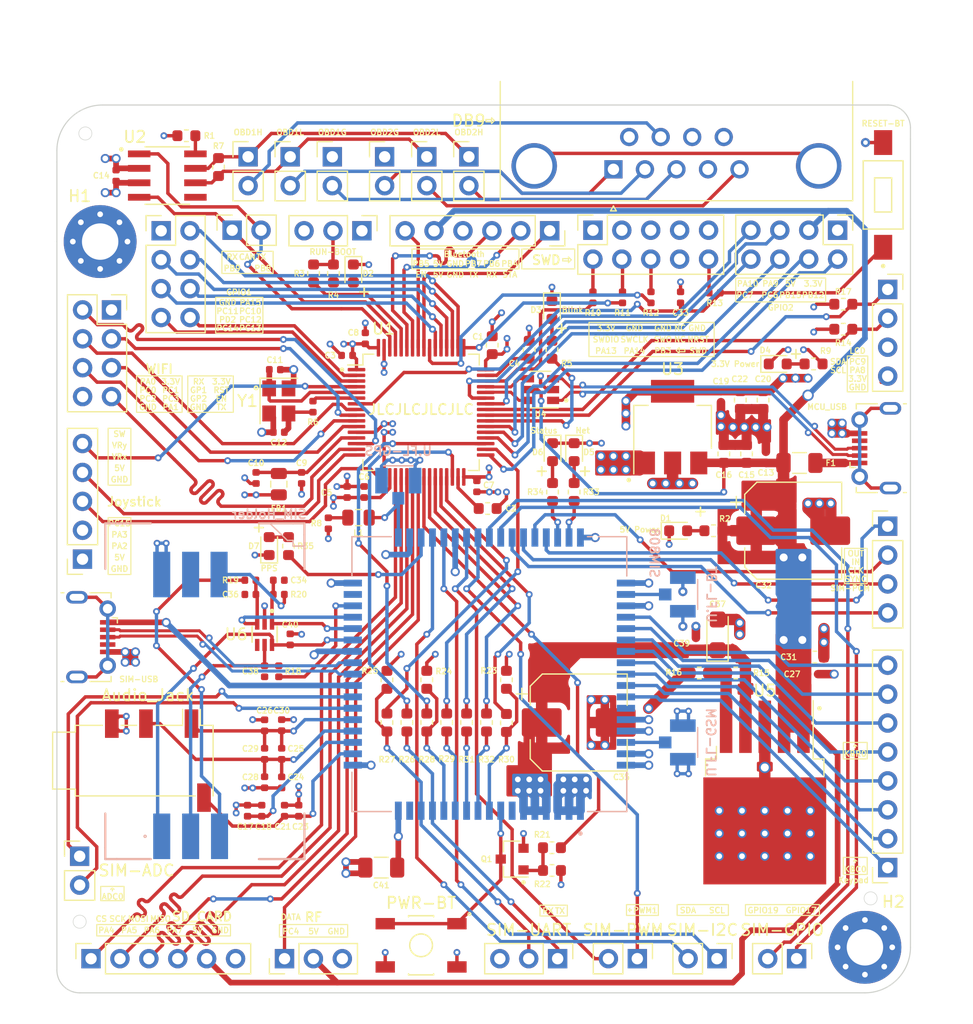
<source format=kicad_pcb>
(kicad_pcb (version 20241229) (generator "pcbnew") (generator_version "9.0")
  (layers (0 "F.Cu" signal) (4 "In1.Cu" power) (6 "In2.Cu" power) (2 "B.Cu" signal) (13 "F.Paste" user) (15 "B.Paste" user) (5 "F.SilkS" user "F.Silkscreen") (7 "B.SilkS" user "B.Silkscreen") (1 "F.Mask" user) (3 "B.Mask" user) (25 "Edge.Cuts" user))
  (net 0 "")
  (net 1 "GND")
  (net 2 "Protected_5V")
  (net 3 "VBAT")
  (net 4 "+3.3VA")
  (net 5 "NRST")
  (net 6 "VRTC")
  (net 7 "HSE_IN")
  (net 8 "SIM_DATA")
  (net 9 "SIM_CLK")
  (net 10 "SIM_VDD")
  (net 11 "Right")
  (net 12 "Left")
  (net 13 "MIC1N")
  (net 14 "MIC1P")
  (net 15 "LED_STATUS")
  (net 16 "/MCU_CAP31")
  (net 17 "/MCU_CAP47")
  (net 18 "+5V")
  (net 19 "USB_CONN_D+")
  (net 20 "USB_CONN_D-")
  (net 21 "RX_WIFI")
  (net 22 "CH_EN_WIFI")
  (net 23 "GPIO2_WIFI")
  (net 24 "RESET_WIFI")
  (net 25 "GPIO0_WIFI")
  (net 26 "TX_WIFI")
  (net 27 "DATA_RF")
  (net 28 "EN_Bluetooth")
  (net 29 "/Crystal_RC")
  (net 30 "MISO_SD")
  (net 31 "MOSI_SD")
  (net 32 "CS_SD")
  (net 33 "SIM_USB_D+")
  (net 34 "SIM_USB_D-")
  (net 35 "GPS_ANT")
  (net 36 "GSM_ANT")
  (net 37 "BT_ANT")
  (net 38 "SIM_RXD")
  (net 39 "SIM_TXD")
  (net 40 "PWRKEY")
  (net 41 "/SIM_RST_Pro")
  (net 42 "/5V_LED")
  (net 43 "PD2")
  (net 44 "PC12")
  (net 45 "NETLIGHT")
  (net 46 "STATUS")
  (net 47 "PPS")
  (net 48 "PWRKEY_Sig")
  (net 49 "BOOT0")
  (net 50 "HSE_OUT")
  (net 51 "SIM_TX_Sig")
  (net 52 "SIM_RX_Sig")
  (net 53 "SIM_RTS")
  (net 54 "SIM_RTS_Sig")
  (net 55 "SIM_RST")
  (net 56 "SIM_CTS")
  (net 57 "SIM_CTS_Sig")
  (net 58 "SIM_DTR")
  (net 59 "SIM_DTR_Sig")
  (net 60 "SIM_DCD")
  (net 61 "SIM_DCD_Sig")
  (net 62 "SIM_RING")
  (net 63 "SIM_RING_Sig")
  (net 64 "/BOOT_LED")
  (net 65 "SDA_LCD")
  (net 66 "USB_D-")
  (net 67 "USB_D+")
  (net 68 "SWDIO")
  (net 69 "SWCLK")
  (net 70 "SWO")
  (net 71 "+3V3")
  (net 72 "SIM_VBUS")
  (net 73 "/Blink_LED")
  (net 74 "/3.3V_LED")
  (net 75 "/NETLIGHT_LED")
  (net 76 "/STATUS_LED")
  (net 77 "/PPS_LED")
  (net 78 "/BOOT_RUN_P")
  (net 79 "CAN_RX")
  (net 80 "CAN_TX")
  (net 81 "PC11")
  (net 82 "PC10")
  (net 83 "PA15")
  (net 84 "PA10")
  (net 85 "PA9")
  (net 86 "PC7")
  (net 87 "PC6")
  (net 88 "PB15")
  (net 89 "PB12")
  (net 90 "PC14")
  (net 91 "PC13")
  (net 92 "STATE_Bluetooth")
  (net 93 "RXD_Bluetooth")
  (net 94 "TXD_Bluetooth")
  (net 95 "/SWDIO_P")
  (net 96 "/SWCLK_P")
  (net 97 "/SWO_P")
  (net 98 "/NRTS_P")
  (net 99 "SCK_SD")
  (net 100 "OBD1_CANH")
  (net 101 "OBD2_CANL")
  (net 102 "OBD1_GND")
  (net 103 "OBD1_CANL")
  (net 104 "OBD2_GND")
  (net 105 "VRx")
  (net 106 "VRy")
  (net 107 "SW_Joystick")
  (net 108 "SCL_LCD")
  (net 109 "/SIM_CLK_Pro")
  (net 110 "/SIM_DATA_Pro")
  (net 111 "/SIM_ADC_P1")
  (net 112 "/SIM_ADC_P0")
  (net 113 "/KBC0")
  (net 114 "/KBC1")
  (net 115 "/KBC2")
  (net 116 "/KBC3")
  (net 117 "/KBR0")
  (net 118 "/KBR1")
  (net 119 "/KBR2")
  (net 120 "/KBR3")
  (net 121 "CAN_H")
  (net 122 "CAN_L")
  (net 123 "/SIM_PCM_P1")
  (net 124 "/SIM_PCM_P2")
  (net 125 "/SIM_PCM_P3")
  (net 126 "/SIM_PCM_P4")
  (net 127 "/SIM_GPIO_P1")
  (net 128 "unconnected-(J2-Pad6)")
  (net 131 "/SIM_GPIO_P2")
  (net 132 "/SIM_PWM_P1")
  (net 133 "/SIM_PWM_P2")
  (net 134 "/SIM_I2C_P1")
  (net 135 "/SIM_I2C_P2")
  (net 136 "/GPS_RL")
  (net 137 "/PWRKEY_TB")
  (net 138 "/CAN_TR_RS")
  (net 139 "/5V_REG_ADJ")
  (net 145 "unconnected-(J16-Pad0)")
  (net 151 "unconnected-(J18-Pad6)")
  (footprint "MountingHole:MountingHole_3.2mm_M3_Pad_Via" (layer "F.Cu") (at 33.8 94)
    (property "Reference" "H1")
    (property "Value" "MountingHole_Pad")
  )
  (footprint "Resistor_SMD:R_0603_1608Metric" (layer "F.Cu") (at 73.5 149.25 180)
    (property "Reference" "R22")
    (property "Value" "47k")
  )
  (footprint "Connector_PinHeader_2.54mm:PinHeader_1x03_P2.54mm_Vertical" (layer "F.Cu") (at 56.8 93.05 -90)
    (property "Reference" "J1" (hide yes))
    (property "Value" "RUN-BOOT" (hide yes))
  )
  (footprint "Capacitor_SMD:C_0402_1005Metric" (layer "F.Cu") (at 46.75 144 90)
    (property "Reference" "C17")
    (property "Value" "10pf")
  )
  (footprint "Capacitor_SMD:C_0402_1005Metric" (layer "F.Cu") (at 48 144 90)
    (property "Reference" "C18")
    (property "Value" "30pf")
  )
  (footprint "Capacitor_SMD:C_0402_1005Metric" (layer "F.Cu") (at 49.75 139 90)
    (property "Reference" "C25")
    (property "Value" "10pf")
  )
  (footprint "Capacitor_SMD:C_1206_3216Metric" (layer "F.Cu") (at 58.5 149 180)
    (property "Reference" "C41")
    (property "Value" "47uf")
  )
  (footprint "Capacitor_SMD:C_0402_1005Metric" (layer "F.Cu") (at 49.5 123.75 180)
    (property "Reference" "C34")
    (property "Value" "33pf")
  )
  (footprint "Capacitor_SMD:C_0402_1005Metric" (layer "F.Cu") (at 49.75 141.515 90)
    (property "Reference" "C24")
    (property "Value" "10pf")
  )
  (footprint "Capacitor_SMD:C_0402_1005Metric" (layer "F.Cu") (at 48.25 141.5 90)
    (property "Reference" "C28")
    (property "Value" "30pf")
  )
  (footprint "Capacitor_SMD:C_0402_1005Metric" (layer "F.Cu") (at 48.25 139 90)
    (property "Reference" "C29")
    (property "Value" "30pf")
  )
  (footprint "Capacitor_SMD:C_0603_1608Metric" (layer "F.Cu") (at 67.85 117.45)
    (property "Reference" "C2")
    (property "Value" "2.2uf")
  )
  (footprint "Capacitor_SMD:C_0603_1608Metric" (layer "F.Cu") (at 71.5 103.5 90)
    (property "Reference" "C4")
    (property "Value" "2.2uf")
  )
  (footprint "Capacitor_SMD:C_0402_1005Metric" (layer "F.Cu") (at 49.15 105.25)
    (property "Reference" "C11")
    (property "Value" "12pf")
  )
  (footprint "Capacitor_SMD:C_0402_1005Metric" (layer "F.Cu") (at 49.5 110.75 180)
    (property "Reference" "C12")
    (property "Value" "12pf")
  )
  (footprint "Capacitor_SMD:C_0402_1005Metric" (layer "F.Cu") (at 47 125)
    (property "Reference" "C36")
    (property "Value" "33pf")
  )
  (footprint "Capacitor_SMD:C_0402_1005Metric" (layer "F.Cu") (at 50.5 128.95 -90)
    (property "Reference" "C40")
    (property "Value" "100nf")
  )
  (footprint "Capacitor_SMD:C_0402_1005Metric" (layer "F.Cu") (at 50 144 90)
    (property "Reference" "C21")
    (property "Value" "30pf")
  )
  (footprint "Capacitor_SMD:C_0402_1005Metric" (layer "F.Cu") (at 48.25 131.75 90)
    (property "Reference" "C38")
    (property "Value" "33pf")
  )
  (footprint "LED_SMD:LED_0603_1608Metric" (layer "F.Cu") (at 48.65 120.75 90)
    (property "Reference" "D7")
    (property "Value" "Yellow")
  )
  (footprint "Connector_PinHeader_2.54mm:PinHeader_1x02_P2.54mm_Vertical" (layer "F.Cu") (at 95 157 -90)
    (property "Reference" "J24" (hide yes))
    (property "Value" "SIM-GPIO" (hide yes))
  )
  (footprint "LED_SMD:LED_0603_1608Metric" (layer "F.Cu") (at 56.05 96.8 -90)
    (property "Reference" "D2")
    (property "Value" "GREEN")
  )
  (footprint "Capacitor_SMD:C_0402_1005Metric" (layer "F.Cu") (at 51.25 144 90)
    (property "Reference" "C23")
    (property "Value" "10pf")
  )
  (footprint "Capacitor_SMD:C_0402_1005Metric" (layer "F.Cu") (at 48.25 136.5 90)
    (property "Reference" "C26")
    (property "Value" "10pf")
  )
  (footprint "Connector_PinSocket_2.54mm:PinSocket_1x08_P2.54mm_Vertical" (layer "F.Cu") (at 103 149 180)
    (property "Reference" "J21" (hide yes))
    (property "Value" "Keypad" (hide yes))
  )
  (footprint "Capacitor_SMD:C_0402_1005Metric" (layer "F.Cu") (at 49.75 136.485 90)
    (property "Reference" "C30")
    (property "Value" "30pf")
  )
  (footprint "Diode_SMD:D_0603_1608Metric" (layer "F.Cu") (at 73.5 100 -90)
    (property "Reference" "D3")
    (property "Value" "GREEN")
  )
  (footprint "LED_SMD:LED_0603_1608Metric" (layer "F.Cu") (at 75.45 112.5 -90)
    (property "Reference" "D5")
    (property "Value" "BLUE")
  )
  (footprint "Fuse:Fuse_1206_3216Metric" (layer "F.Cu") (at 95.25 113.45)
    (property "Reference" "F1")
    (property "Value" "12H1200C")
  )
  (footprint "Diode_SMD:D_0603_1608Metric" (layer "F.Cu") (at 93.3375 104.75)
    (property "Reference" "D4")
    (property "Value" "RED")
  )
  (footprint "LED_SMD:LED_0603_1608Metric" (layer "F.Cu") (at 73.55 112.5 -90)
    (property "Reference" "D6")
    (property "Value" "GREEN")
  )
  (footprint "Resistor_SMD:R_0402_1005Metric" (layer "F.Cu") (at 53.85 118.75 -90)
    (property "Reference" "R8")
    (property "Value" "22")
  )
  (footprint "Resistor_SMD:R_0603_1608Metric" (layer "F.Cu") (at 60.75 136.25 -90)
    (property "Reference" "R26")
    (property "Value" "1k")
  )
  (footprint "Resistor_SMD:R_0402_1005Metric" (layer "F.Cu") (at 49.5 131.75 -90)
    (property "Reference" "R18")
    (property "Value" "22")
  )
  (footprint "Resistor_SMD:R_0603_1608Metric" (layer "F.Cu") (at 73.5 147.25)
    (property "Reference" "R21")
    (property "Value" "4.7k")
  )
  (footprint "Resistor_SMD:R_0603_1608Metric" (layer "F.Cu") (at 54.3 96.8 90)
    (property "Reference" "R4")
    (property "Value" "1k")
  )
  (footprint "Resistor_SMD:R_0603_1608Metric" (layer "F.Cu") (at 99.1 99.5)
    (property "Reference" "R17")
    (property "Value" "2.2k")
  )
  (footprint "Resistor_SMD:R_0603_1608Metric" (layer "F.Cu") (at 67.75 136.25 -90)
    (property "Reference" "R32")
    (property "Value" "1k")
  )
  (footprint "Resistor_SMD:R_0402_1005Metric" (layer "F.Cu") (at 52.5 108.5 -90)
    (property "Reference" "R6")
    (property "Value" "47")
  )
  (footprint "Resistor_SMD:R_0603_1608Metric" (layer "F.Cu") (at 69.5 136.2875 -90)
    (property "Reference" "R30")
    (property "Value" "1k")
  )
  (footprint "Resistor_SMD:R_0603_1608Metric" (layer "F.Cu") (at 59 136.25 -90)
    (property "Reference" "R27")
    (property "Value" "1k")
  )
  (footprint "Resistor_SMD:R_0603_1608Metric" (layer "F.Cu") (at 50.35 120.75 -90)
    (property "Reference" "R35")
    (property "Value" "1k")
  )
  (footprint "Resistor_SMD:R_0603_1608Metric" (layer "F.Cu") (at 62.5 136.25 -90)
    (property "Reference" "R28")
    (property "Value" "1k")
  )
  (footprint "Resistor_SMD:R_0603_1608Metric" (layer "F.Cu") (at 64.25 136.25 -90)
    (property "Reference" "R29")
    (property "Value" "1k")
  )
  (footprint "Resistor_SMD:R_0603_1608Metric" (layer "F.Cu") (at 66 136.25 -90)
    (property "Reference" "R31")
    (property "Value" "1k")
  )
  (footprint "Resistor_SMD:R_0402_1005Metric" (layer "F.Cu") (at 49.5 125 180)
    (property "Reference" "R20")
    (property "Value" "22")
  )
  (footprint "Resistor_SMD:R_0402_1005Metric" (layer "F.Cu") (at 47 123.75)
    (property "Reference" "R19")
    (property "Value" "22")
  )
  (footprint "Package_TO_SOT_SMD:SOT-23" (layer "F.Cu") (at 70 148.25 180)
    (property "Reference" "Q1")
    (property "Value" "S8050")
  )
  (footprint "Connector_PinHeader_2.54mm:PinHeader_1x02_P2.54mm_Vertical" (layer "F.Cu") (at 32 148)
    (property "Reference" "J20" (hide yes))
    (property "Value" "SIM-ADC" (hide yes))
  )
  (footprint "Inductor_SMD:L_0805_2012Metric" (layer "F.Cu") (at 56.5 118.25)
    (property "Reference" "L1")
    (property "Value" "47uh")
  )
  (footprint "Connector_PinHeader_2.54mm:PinHeader_1x03_P2.54mm_Vertical" (layer "F.Cu") (at 74 157 -90)
    (property "Reference" "J22" (hide yes))
    (property "Value" "SIM-UART" (hide yes))
  )
  (footprint "Connector_PinHeader_2.54mm:PinHeader_1x02_P2.54mm_Vertical" (layer "F.Cu") (at 88 157 -90)
    (property "Reference" "J26" (hide yes))
    (property "Value" "SIM-I2C" (hide yes))
  )
  (footprint "Connector_PinHeader_2.54mm:PinHeader_1x03_P2.54mm_Vertical" (layer "F.Cu") (at 50 157 90)
    (property "Reference" "J17" (hide yes))
    (property "Value" "RF" (hide yes))
  )
  (footprint "Capacitor_SMD:C_0402_1005Metric" (layer "F.Cu") (at 55.5 116 90)
    (property "Reference" "C5")
    (property "Value" "100nf")
  )
  (footprint "Capacitor_SMD:C_0402_1005Metric" (layer "F.Cu") (at 57 116 90)
    (property "Reference" "C6")
    (property "Value" "100nf")
  )
  (footprint "Capacitor_SMD:C_0402_1005Metric" (layer "F.Cu") (at 66.9 115.5 -90)
    (property "Reference" "C7")
    (property "Value" "100nf")
  )
  (footprint "Capacitor_SMD:C_0402_1005Metric" (layer "F.Cu") (at 55.5 104 180)
    (property "Reference" "C3")
    (property "Value" "100nf")
  )
  (footprint "Capacitor_SMD:C_0603_1608Metric" (layer "F.Cu") (at 68.25 103.1 90)
    (property "Reference" "C1")
    (property "Value" "4.7uf")
  )
  (footprint "Resistor_SMD:R_0603_1608Metric" (layer "F.Cu") (at 96.4875 104.75 180)
    (property "Reference" "R9")
    (property "Value" "1k")
  )
  (footprint "Resistor_SMD:R_0603_1608Metric" (layer "F.Cu") (at 73.5 103.5 90)
    (property "Reference" "R5")
    (property "Value" "1k")
  )
  (footprint "Resistor_SMD:R_0603_1608Metric" (layer "F.Cu") (at 75.45 116 -90)
    (property "Reference" "R33")
    (property "Value" "1k")
  )
  (footprint "Resistor_SMD:R_0603_1608Metric" (layer "F.Cu") (at 73.55 116 -90)
    (property "Reference" "R34")
    (property "Value" "1k")
  )
  (footprint "Package_QFP:LQFP-64_10x10mm_P0.5mm" (layer "F.Cu") (at 62 109)
    (property "Reference" "U1")
    (property "Value" "STM32F405RGT6")
  )
  (footprint "Resistor_SMD:R_0603_1608Metric" (layer "F.Cu") (at 52.55 96.8 -90)
    (property "Reference" "R3")
    (property "Value" "10k")
  )
  (footprint "Resistor_SMD:R_0603_1608Metric" (layer "F.Cu") (at 69.5 132.5 -90)
    (property "Reference" "R23")
    (property "Value" "5.6k")
  )
  (footprint "Resistor_SMD:R_0603_1608Metric" (layer "F.Cu") (at 62.5 132.5 -90)
    (property "Reference" "R24")
    (property "Value" "5.6k")
  )
  (footprint "Capacitor_SMD:C_0603_1608Metric" (layer "F.Cu") (at 90.6 112.65 90)
    (property "Reference" "C15")
    (property "Value" "10uf")
  )
  (footprint "Resistor_SMD:R_0603_1608Metric" (layer "F.Cu") (at 59 132.5 -90)
    (property "Reference" "R25")
    (property "Value" "5.6k")
  )
  (footprint "Package_TO_SOT_SMD:SOT-223-3_TabPin2" (layer "F.Cu") (at 84.1 110.3 90)
    (property "Reference" "U3")
    (property "Value" "LD1117S33TR_SOT223")
  )
  (footprint "Capacitor_SMD:C_0402_1005Metric" (layer "F.Cu") (at 88.35 107.625 -90)
    (property "Reference" "C19")
    (property "Value" "100nf")
  )
  (footprint "Capacitor_SMD:C_0603_1608Metric" (layer "F.Cu") (at 88.6 112.65 90)
    (property "Reference" "C16")
    (property "Value" "10uf")
  )
  (footprint "Package_TO_SOT_SMD:SOT-23-6" (layer "F.Cu") (at 72.5 107 180)
    (property "Reference" "U4")
    (property "Value" "USBLC6-2SC6")
  )
  (footprint "Kicad lib:SOT65P210X110-6N" (layer "F.Cu") (at 48.25 128.5 -90)
    (property "Reference" "U6")
    (property "Value" "SMF05CT1G")
  )
  (footprint "Crystal:Crystal_SMD_3225-4Pin_3.2x2.5mm" (layer "F.Cu") (at 49.5 108 -90)
    (property "Reference" "Y1")
    (property "Value" "16MHz")
  )
  (footprint "Kicad lib:USB_Micro_JLCPCB" (layer "F.Cu") (at 33 128.75 -90)
    (property "Reference" "J18" (hide yes))
    (property "Value" "SIM_USB" (hide yes))
  )
  (footprint "Capacitor_SMD:C_0603_1608Metric" (layer "F.Cu") (at 96.6 130.5)
    (property "Reference" "C31")
    (property "Value" "10uf")
  )
  (footprint "Capacitor_SMD:C_0402_1005Metric" (layer "F.Cu") (at 86.15 129.3 90)
    (property "Reference" "C39")
    (property "Value" "100nf")
  )
  (footprint "Resistor_SMD:R_0603_1608Metric" (layer "F.Cu") (at 89.65 131.9 180)
    (property "Reference" "R15")
    (property "Value" "3.6k")
  )
  (footprint "Resistor_SMD:R_0603_1608Metric" (layer "F.Cu") (at 86.45 131.9 180)
    (property "Reference" "R16")
    (property "Value" "1.5k")
  )
  (footprint "Capacitor_SMD:CP_Elec_8x10" (layer "F.Cu") (at 75.85 136.25)
    (property "Reference" "C35")
    (property "Value" "470uf")
  )
  (footprint "Capacitor_SMD:C_0402_1005Metric" (layer "F.Cu") (at 96.4 132)
    (property "Reference" "C27")
    (property "Value" "100nf")
  )
  (footprint "Capacitor_Tantalum_SMD:CP_EIA-3216-18_Kemet-A" (layer "F.Cu") (at 88.05 128.55 90)
    (property "Reference" "C37")
    (property "Value" "10uf")
  )
  (footprint "Package_TO_SOT_SMD:TO-263-5_TabPin3" (layer "F.Cu") (at 92.2 142.4 -90)
    (property "Reference" "U5")
    (property "Value" "MIC29302WU-Regulator_Linear")
  )
  (footprint "Capacitor_SMD:C_0402_1005Metric" (layer "F.Cu") (at 51.5 114.765 -90)
    (property "Reference" "C9")
    (property "Value" "1uf")
  )
  (footprint "Capacitor_SMD:C_0402_1005Metric" (layer "F.Cu") (at 47.5 114.765 -90)
    (property "Reference" "C10")
    (property "Value" "10nf")
  )
  (footprint "Inductor_SMD:L_0805_2012Metric" (layer "F.Cu") (at 49.5 115.312 -90)
    (property "Reference" "FB1")
    (property "Value" "BEADS 600 @ 600 MHz")
  )
  (footprint "Capacitor_SMD:CP_Elec_8x10" (layer "F.Cu") (at 94.7 119.4)
    (property "Reference" "C32")
    (property "Value" "470uf")
  )
  (footprint "Capacitor_SMD:C_0402_1005Metric" (layer "F.Cu") (at 84.8 98.9 90)
    (property "Reference" "C33")
    (property "Value" "100nf")
  )
  (footprint "Connector_PinSocket_2.54mm:PinSocket_2x05_P2.54mm_Vertical" (layer "F.Cu") (at 77.1 93 90)
    (property "Reference" "J10" (hide yes))
    (property "Value" "SWD" (hide yes))
  )
  (footprint "Resistor_SMD:R_0402_1005Metric" (layer "F.Cu") (at 82.2 98.9 -90)
    (property "Reference" "R12")
    (property "Value" "22")
  )
  (footprint "Resistor_SMD:R_0402_1005Metric" (layer "F.Cu") (at 77.1 98.9 -90)
    (property "Reference" "R10")
    (property "Value" "22")
  )
  (footprint "Resistor_SMD:R_0402_1005Metric" (layer "F.Cu") (at 79.7 98.9 -90)
    (property "Reference" "R11")
    (property "Value" "22")
  )
  (footprint "Resistor_SMD:R_0402_1005Metric" (layer "F.Cu") (at 87.8 98.5)
    (property "Reference" "R13")
    (property "Value" "22")
  )
  (footprint "Capacitor_SMD:C_0402_1005Metric" (layer "F.Cu") (at 57.1 102.5 90)
    (property "Reference" "C8")
    (property "Value" "100nf")
  )
  (footprint "Connector_PinSocket_2.54mm:PinSocket_1x02_P2.54mm_Vertical" (layer "F.Cu") (at 45.4 93 90)
    (property "Reference" "J15" (hide yes))
    (property "Value" "CAN" (hide yes))
  )
  (footprint "Connector_PinSocket_2.54mm:PinSocket_1x06_P2.54mm_Vertical" (layer "F.Cu") (at 73.3 93.05 -90)
    (property "Reference" "J7" (hide yes))
    (property "Value" "Bluetooth" (hide yes))
  )
  (footprint "Connector_PinHeader_2.54mm:PinHeader_2x04_P2.54mm_Vertical" (layer "F.Cu") (at 39.16 93.05)
    (property "Reference" "J4" (hide yes))
    (property "Value" "GPIO1" (hide yes))
  )
  (footprint "Connector_PinHeader_2.54mm:PinHeader_2x04_P2.54mm_Vertical" (layer "F.Cu") (at 98.6 93 -90)
    (property "Reference" "J6" (hide yes))
    (property "Value" "GPIO2" (hide yes))
  )
  (footprint "Connector_PinHeader_2.54mm:PinHeader_1x02_P2.54mm_Vertical" (layer "F.Cu") (at 46.8 86.55)
    (property "Reference" "JP1" (hide yes))
    (property "Value" "OBD1H" (hide yes))
  )
  (footprint "Connector_PinHeader_2.54mm:PinHeader_1x02_P2.54mm_Vertical" (layer "F.Cu") (at 50.5 86.55)
    (property "Reference" "JP2" (hide yes))
    (property "Value" "OBD1L" (hide yes))
  )
  (footprint "Connector_PinHeader_2.54mm:PinHeader_1x02_P2.54mm_Vertical" (layer "F.Cu") (at 66.2 86.55)
    (property "Reference" "JP4" (hide yes))
    (property "Value" "OBD2H" (hide yes))
  )
  (footprint "Connector_PinHeader_2.54mm:PinHeader_1x02_P2.54mm_Vertical" (layer "F.Cu") (at 62.5 86.55)
    (property "Reference" "JP5" (hide yes))
    (property "Value" "OBD2L" (hide yes))
  )
  (footprint "Connector_PinHeader_2.54mm:PinHeader_1x02_P2.54mm_Vertical" (layer "F.Cu") (at 58.8 86.55)
    (property "Reference" "JP6" (hide yes))
    (property "Value" "OBD2G" (hide yes))
  )
  (footprint "Resistor_SMD:R_0603_1608Metric" (layer "F.Cu") (at 87.6875 119.4025 180)
    (property "Reference" "R2")
    (property "Value" "1k")
  )
  (footprint "Resistor_SMD:R_0603_1608Metric" (layer "F.Cu") (at 44.2 87.45 -90)
    (property "Reference" "R7")
    (property "Value" "120")
  )
  (footprint "Connector_Dsub:DSUB-9_Female_Horizontal_P2.77x2.84mm_EdgePinOffset4.94mm_Housed_MountingHolesOffset7.48mm" (layer "F.Cu") (at 78.9 87.65 180)
    (property "Reference" "J16" (hide yes))
    (property "Value" "DB9" (hide yes))
  )
  (footprint "Connector_PinHeader_2.54mm:PinHeader_1x02_P2.54mm_Vertical" (layer "F.Cu") (at 54.2 86.55)
    (property "Reference" "JP3" (hide yes))
    (property "Value" "OBD1G" (hide yes))
  )
  (footprint "Kicad lib:SOIC127P599X175-8N" (layer "F.Cu") (at 39.7 88.2)
    (property "Reference" "U2")
    (property "Value" "SN65HVD230DR")
  )
  (footprint "Capacitor_SMD:C_0402_1005Metric" (layer "F.Cu") (at 35.2 88.2 90)
    (property "Reference" "C14")
    (property "Value" "100nf")
  )
  (footprint "Resistor_SMD:R_0603_1608Metric" (layer "F.Cu") (at 41.3775 84.7 180)
    (property "Reference" "R1")
    (property "Value" "10k")
  )
  (footprint "Kicad lib:SW_1437566-4" (layer "F.Cu") (at 102.6 89.9 90)
    (property "Reference" "SW1" (hide yes))
    (property "Value" "RESET-BT" (hide yes))
  )
  (footprint "Kicad lib:SW_TL3342F160QG" (layer "F.Cu") (at 62 155.825 180)
    (property "Reference" "S1" (hide yes))
    (property "Value" "PWR-BT" (hide yes))
  )
  (footprint "Connector_PinSocket_2.54mm:PinSocket_1x05_P2.54mm_Vertical" (layer "F.Cu") (at 32.25 121.9 180)
    (property "Reference" "J13" (hide yes))
    (property "Value" "Joystick" (hide yes))
  )
  (footprint "Connector_PinHeader_2.54mm:PinHeader_1x02_P2.54mm_Vertical" (layer "F.Cu") (at 81 157 -90)
    (property "Reference" "J25" (hide yes))
    (property "Value" "SIM-PWM" (hide yes))
  )
  (footprint "Diode_SMD:D_0603_1608Metric" (layer "F.Cu") (at 84.5875 119.4025)
    (property "Reference" "D1")
    (property "Value" "RED")
  )
  (footprint "MountingHole:MountingHole_3.2mm_M3_Pad_Via" (layer "F.Cu") (at 101 156)
    (property "Reference" "H2")
    (property "Value" "MountingHole_Pad")
  )
  (footprint "Connector_PinSocket_2.54mm:PinSocket_1x04_P2.54mm_Vertical" (layer "F.Cu") (at 103 98.2)
    (property "Reference" "J14" (hide yes))
    (property "Value" "LCD" (hide yes))
  )
  (footprint "Kicad lib:USB_Micro_JLCPCB" (layer "F.Cu") (at 102 112.15 90)
    (property "Reference" "J2" (hide yes))
    (property "Value" "MCU-USB" (hide yes))
  )
  (footprint "Connector_PinHeader_2.54mm:PinHeader_1x04_P2.54mm_Vertical" (layer "F.Cu") (at 103 119)
    (property "Reference" "J23" (hide yes))
    (property "Value" "SIM-PCM" (hide yes))
  )
  (footprint "Resistor_SMD:R_0603_1608Metric" (layer "F.Cu") (at 99.1 101.7)
    (property "Reference" "R14")
    (property "Value" "2.2k")
  )
  (footprint "Connector_PinSocket_2.54mm:PinSocket_2x04_P2.54mm_Vertical" (layer "F.Cu") (at 34.8 100)
    (property "Reference" "J3" (hide yes))
    (property "Value" "WIFI" (hide yes))
  )
  (footprint "Connector_PinSocket_2.54mm:PinSocket_1x06_P2.54mm_Vertical" (layer "F.Cu") (at 33 157 90)
    (property "Reference" "J9" (hide yes))
    (property "Value" "SD_CARD" (hide yes))
  )
  (footprint "Connector_Audio:Jack_3.5mm_PJ320D_Horizontal" (layer "F.Cu") (at 38 139.6)
    (property "Reference" "J12" (hide yes))
    (property "Value" "Audio_Jack" (hide yes))
  )
  (footprint "Capacitor_SMD:C_0402_1005Metric" (layer "F.Cu") (at 92.3 112.95 90)
    (property "Reference" "C13")
    (property "Value" "100nf")
  )
  (footprint "Capacitor_SMD:C_0603_1608Metric" (layer "F.Cu") (at 90.05 107.925 -90)
    (property "Reference" "C22")
    (property "Value" "10uf")
  )
  (footprint "Capacitor_SMD:C_0603_1608Metric" (layer "F.Cu") (at 92.05 107.925 -90)
    (property "Reference" "C20")
    (property "Value" "10uf")
  )
  (footprint "Kicad lib:FCI_7111S2015X02LF" (layer "B.Cu") (at 41.75 134.75)
    (property "Reference" "J19" (hide yes))
    (property "Value" "SIM_Holder" (hide yes))
  )
  (footprint "Kicad lib:HRS_U.FL-R-SMT(01)" (layer "B.Cu") (at 85 125 90)
    (property "Reference" "J11" (hide yes))
    (property "Value" "U.FL-BT" (hide yes))
  )
  (footprint "Kicad lib:HRS_U.FL-R-SMT(01)" (layer "B.Cu") (at 60 115 180)
    (property "Reference" "J5" (hide yes))
    (property "Value" "U.FL-GPS" (hide yes))
  )
  (footprint "Kicad lib:HRS_U.FL-R-SMT(01)" (layer "B.Cu") (at 85 138 90)
    (property "Reference" "J8" (hide yes))
    (property "Value" "U.FL-GSM" (hide yes))
  )
  (footprint "Kicad lib:XCVR_SIM808" (layer "B.Cu") (at 68 132 90)
    (property "Reference" "U7" (hide yes))
    (property "Value" "SIM808" (hide yes))
  )
  (gr_circle (center 47.5 106.85) (end 47.55 106.9) (stroke (width 0.15)) (fill no) (layer "F.SilkS"))
  (gr_circle (center 74.75 107.95) (end 74.85 107.95) (stroke (width 0.2)) (fill no) (layer "F.SilkS"))
  (gr_circle (center 80.25 114.95) (end 80.35 114.95) (stroke (width 0.2)) (fill no) (layer "F.SilkS"))
  (gr_circle (center 71 150.3) (end 71.1 150.3) (stroke (width 0.2)) (fill no) (layer "F.SilkS"))
  (gr_circle (center 48.9 126.45) (end 49 126.45) (stroke (width 0.2)) (fill no) (layer "F.SilkS"))
  (gr_circle (center 97 135) (end 97.1 135) (stroke (width 0.2)) (fill no) (layer "F.SilkS"))
  (gr_line (start 68.2 83.275) (end 67.7 83.275) (stroke (width 0.1)) (layer "F.SilkS"))
  (gr_line (start 100.15 138.475) (end 100.15 138.225) (stroke (width 0.1)) (layer "F.SilkS"))
  (gr_circle (center 55.05 105.25) (end 55.15 105.25) (stroke (width 0.2)) (fill no) (layer "F.SilkS"))
  (gr_rect (start 44.5 94.85) (end 49 96.8) (stroke (width 0.1)) (fill no) (layer "F.SilkS"))
  (gr_rect (start 43.95 98.9) (end 48.1 102.05) (stroke (width 0.1)) (fill no) (layer "F.SilkS"))
  (gr_line (start 68.2 83.125) (end 68.2 83.625) (stroke (width 0.1)) (layer "F.SilkS"))
  (gr_line (start 84.675 103.675) (end 85.175 103.675) (stroke (width 0.1)) (layer "F.SilkS"))
  (gr_line (start 74.95 95.5) (end 74.45 95.5) (stroke (width 0.1)) (layer "F.SilkS"))
  (gr_line (start 67.7 83.475) (end 68.2 83.475) (stroke (width 0.1)) (layer "F.SilkS"))
  (gr_rect (start 99.45 104.05) (end 101.25 107.2) (stroke (width 0.1)) (fill no) (layer "F.SilkS"))
  (gr_line (start 74.45 95.5) (end 74.45 95.7) (stroke (width 0.1)) (layer "F.SilkS"))
  (gr_line (start 74.45 95.7) (end 74.95 95.7) (stroke (width 0.1)) (layer "F.SilkS"))
  (gr_line (start 75.2 95.6) (end 74.95 95.35) (stroke (width 0.1)) (layer "F.SilkS"))
  (gr_line (start 80.25 152.725) (end 80.35 152.875) (stroke (width 0.1)) (layer "F.SilkS"))
  (gr_rect (start 33.85 150.65) (end 35.9 151.9) (stroke (width 0.1)) (fill no) (layer "F.SilkS"))
  (gr_rect (start 99.1 138) (end 101.2 139.45) (stroke (width 0.1)) (fill no) (layer "F.SilkS"))
  (gr_rect (start 99.1 148.1) (end 101.2 149.6) (stroke (width 0.1)) (fill no) (layer "F.SilkS"))
  (gr_line (start 80.35 152.575) (end 80.25 152.725) (stroke (width 0.1)) (layer "F.SilkS"))
  (gr_line (start 84.425 103.575) (end 84.675 103.825) (stroke (width 0.1)) (layer "F.SilkS"))
  (gr_line (start 34.875 150.8) (end 34.725 150.9) (stroke (width 0.1)) (layer "F.SilkS"))
  (gr_line (start 34.875 151.05) (end 34.875 150.8) (stroke (width 0.1)) (layer "F.SilkS"))
  (gr_rect (start 34.5 118.25) (end 36.5 123.25) (stroke (width 0.1)) (fill no) (layer "F.SilkS"))
  (gr_rect (start 33.5 154) (end 45.25 155) (stroke (width 0.1)) (fill no) (layer "F.SilkS"))
  (gr_rect (start 49.55 154) (end 55.55 155.1) (stroke (width 0.1)) (fill no) (layer "F.SilkS"))
  (gr_line (start 100.15 138.225) (end 100 138.325) (stroke (width 0.1)) (layer "F.SilkS"))
  (gr_line (start 100.15 148.575) (end 100.15 148.325) (stroke (width 0.1)) (layer "F.SilkS"))
  (gr_rect (start 61.2 94.65) (end 70.6 96.4) (stroke (width 0.1)) (fill no) (layer "F.SilkS"))
  (gr_line (start 67.7 83.275) (end 67.7 83.475) (stroke (width 0.1)) (layer "F.SilkS"))
  (gr_line (start 85.175 103.475) (end 84.675 103.475) (stroke (width 0.1)) (layer "F.SilkS"))
  (gr_line (start 85.175 103.675) (end 85.175 103.475) (stroke (width 0.1)) (layer "F.SilkS"))
  (gr_rect (start 37 105.8) (end 41 109) (stroke (width 0.1)) (fill no) (layer "F.SilkS"))
  (gr_line (start 100.15 148.325) (end 100 148.425) (stroke (width 0.1)) (layer "F.SilkS"))
  (gr_rect (start 72.45 152.3) (end 74.85 153.25) (stroke (width 0.1)) (fill no) (layer "F.SilkS"))
  (gr_rect (start 99.2 120.95) (end 101.2 124.05) (stroke (width 0.1)) (fill no) (layer "F.SilkS"))
  (gr_line (start 80.5 152.725) (end 80.25 152.725) (stroke (width 0.1)) (layer "F.SilkS"))
  (gr_rect (start 41.5 105.8) (end 45.5 109) (stroke (width 0.1)) (fill no) (layer "F.SilkS"))
  (gr_rect (start 90.5 152.25) (end 97 153.2) (stroke (width 0.1)) (fill no) (layer "F.SilkS"))
  (gr_line (start 84.675 103.825) (end 84.675 103.325) (stroke (width 0.1)) (layer "F.SilkS"))
  (gr_rect (start 89.65 97.2) (end 97.55 99.3) (stroke (width 0.1)) (fill no) (layer "F.SilkS"))
  (gr_line (start 74.95 95.85) (end 75.2 95.6) (stroke (width 0.1)) (layer "F.SilkS"))
  (gr_rect (start 34.5 110.4) (end 36.5 115.4) (stroke (width 0.1)) (fill no) (layer "F.SilkS"))
  (gr_line (start 68.2 83.625) (end 68.45 83.375) (stroke (width 0.1)) (layer "F.SilkS"))
  (gr_rect (start 76.75 101.1) (end 87.75 104.1) (stroke (width 0.1)) (fill no) (layer "F.SilkS"))
  (gr_line (start 100.3 138.325) (end 100.15 138.225) (stroke (width 0.1)) (layer "F.SilkS"))
  (gr_line (start 35.025 150.9) (end 34.875 150.8) (stroke (width 0.1)) (layer "F.SilkS"))
  (gr_rect (start 80.05 152.25) (end 82.85 153.2) (stroke (width 0.1)) (fill no) (layer "F.SilkS"))
  (gr_line (start 100.3 148.425) (end 100.15 148.325) (stroke (width 0.1)) (layer "F.SilkS"))
  (gr_line (start 74.95 95.35) (end 74.95 95.85) (stroke (width 0.1)) (layer "F.SilkS"))
  (gr_rect (start 84.5 152.25) (end 89 153.2) (stroke (width 0.1)) (fill no) (layer "F.SilkS"))
  (gr_rect (start 70.85 94.65) (end 75.5 96.4) (stroke (width 0.1)) (fill no) (layer "F.SilkS"))
  (gr_line (start 68.45 83.375) (end 68.2 83.125) (stroke (width 0.1)) (layer "F.SilkS"))
  (gr_line (start 84.675 103.325) (end 84.425 103.575) (stroke (width 0.1)) (layer "F.SilkS"))
  (gr_circle (center 101.5 151.7) (end 102.076 151.7) (stroke (width 0.05)) (fill no) (layer "Edge.Cuts"))
  (gr_line (start 32 160) (end 101 160) (stroke (width 0.1)) (layer "Edge.Cuts"))
  (gr_line (start 105 156) (end 105 92) (stroke (width 0.1)) (layer "Edge.Cuts"))
  (gr_arc (start 103 82) (mid 104.414214 82.585786) (end 105 84) (stroke (width 0.1)) (layer "Edge.Cuts"))
  (gr_arc (start 105 156) (mid 103.828427 158.828427) (end 101 160) (stroke (width 0.1)) (layer "Edge.Cuts"))
  (gr_arc (start 32 160) (mid 30.585786 159.414214) (end 30 158) (stroke (width 0.1)) (layer "Edge.Cuts"))
  (gr_arc (start 30 86) (mid 31.171573 83.171573) (end 34 82) (stroke (width 0.1)) (layer "Edge.Cuts"))
  (gr_line (start 30 94) (end 30 87) (stroke (width 0.1)) (layer "Edge.Cuts"))
  (gr_line (start 103 82) (end 34 82) (stroke (width 0.1)) (layer "Edge.Cuts"))
  (gr_line (start 105 92) (end 105 85) (stroke (width 0.1)) (layer "Edge.Cuts"))
  (gr_circle (center 32 153.75) (end 32.576 153.75) (stroke (width 0.05)) (fill no) (layer "Edge.Cuts"))
  (gr_line (start 30 94) (end 30 158) (stroke (width 0.1)) (layer "Edge.Cuts"))
  (gr_line (start 105 85) (end 105 84) (stroke (width 0.1)) (layer "Edge.Cuts"))
  (gr_line (start 30 87) (end 30 86) (stroke (width 0.1)) (layer "Edge.Cuts"))
  (gr_circle (center 32.5 84.5) (end 33.076 84.5) (stroke (width 0.05)) (fill no) (layer "Edge.Cuts"))
  (gr_text "JLCJLCJLCJLC" (at 62 108.75 0) (layer "F.SilkS") (effects (font (size 0.9 0.9))))
  (gr_text "+" (at 74.35 101.55 0) (layer "F.SilkS") (effects (font (size 1 1))))
  (gr_text "+" (at 76.4 114.1 0) (layer "F.SilkS") (effects (font (size 1 1))))
  (gr_text "+" (at 72.6 114.1 0) (layer "F.SilkS") (effects (font (size 1 1))))
  (gr_text "+" (at 47.75 119.2 180) (layer "F.SilkS") (effects (font (size 1 1))))
  (gr_text "5V Power" (at 81.2 119.3 0) (layer "F.SilkS") (effects (font (size 0.5 0.5) (thickness 0.1))))
  (gr_text "+" (at 86.55 117.65 0) (layer "F.SilkS") (effects (font (size 1 1))))
  (gr_text "PPS" (at 48.65 122.7 0) (layer "F.SilkS") (effects (font (size 0.5 0.5) (thickness 0.1))))
  (gr_text "3.3V Power" (at 89.6 104.75 0) (layer "F.SilkS") (effects (font (size 0.5 0.5) (thickness 0.1))))
  (gr_text "+" (at 94.9375 103.8 0) (layer "F.SilkS") (effects (font (size 1 1))))
  (gr_text "Joystick" (at 36.8 116.85 0) (layer "F.SilkS") (effects (font (size 0.8 0.8))))
  (gr_text "SIM-PWM" (at 79.75 154.475 0) (layer "F.SilkS") (effects (font (size 1 1))))
  (gr_text "PB3" (at 83.25 103.6 0) (layer "F.SilkS") (effects (font (size 0.5 0.5) (thickness 0.1))))
  (gr_text "GND" (at 35.5 114.9 0) (layer "F.SilkS") (effects (font (size 0.5 0.5) (thickness 0.1))))
  (gr_text "GND" (at 38 108.55 0) (layer "F.SilkS") (effects (font (size 0.5 0.5) (thickness 0.1))))
  (gr_text "TX" (at 47.95 95.35 0) (layer "F.SilkS") (effects (font (size 0.5 0.5) (thickness 0.1))))
  (gr_text "PC11" (at 44.999824 100.106644 0) (layer "F.SilkS") (effects (font (size 0.5 0.5) (thickness 0.1))))
  (gr_text "OBD1G" (at 54.2 84.4 0) (layer "F.SilkS") (effects (font (size 0.5 0.5) (thickness 0.1))))
  (gr_text "RF" (at 52.55 153.35 0) (layer "F.SilkS") (effects (font (size 0.8 0.8))))
  (gr_text "PC12" (at 46.999824 100.856644 0) (layer "F.SilkS") (effects (font (size 0.5 0.5) (thickness 0.1))))
  (gr_text "Keypad" (at 100 150.1 0) (layer "F.SilkS") (effects (font (size 0.5 0.5) (thickness 0.1))))
  (gr_text "RST" (at 44.45 107.05 0) (layer "F.SilkS") (effects (font (size 0.5 0.5) (thickness 0.1))))
  (gr_text "IN" (at 100.2 122.15 0) (layer "F.SilkS") (effects (font (size 0.5 0.5) (thickness 0.1))))
  (gr_text "SIM-PCM" (at 99.7 124.45 0) (layer "F.SilkS") (effects (font (size 0.5 0.5) (thickness 0.1))))
  (gr_text "GND" (at 65 96.9 0) (layer "F.SilkS") (effects (font (size 0.5 0.5) (thickness 0.1))))
  (gr_text "GPIO17" (at 95.4 152.75 0) (layer "F.SilkS") (effects (font (size 0.5 0.5) (thickness 0.1))))
  (gr_text "TX" (at 74.2 152.8 0) (layer "F.SilkS") (effects (font (size 0.5 0.5) (thickness 0.1))))
  (gr_text "SW" (at 35.5 110.9 0) (layer "F.SilkS") (effects (font (size 0.5 0.5) (thickness 0.1))))
  (gr_text "PA9" (at 92.7 97.7 0) (layer "F.SilkS") (effects (font (size 0.5 0.5) (thickness 0.1))))
  (gr_text "5V" (at 63.5 95.95 0) (layer "F.SilkS") (effects (font (size 0.5 0.5) (thickness 0.1))))
  (gr_text "5V" (at 94.45 97.7 0) (layer "F.SilkS") (effects (font (size 0.5 0.5) (thickness 0.1))))
  (gr_text "5V" (at 35.5 121.75 0) (layer "F.SilkS") (effects (font (size 0.5 0.5) (thickness 0.1))))
  (gr_text "PC2" (at 38 107.8 0) (layer "F.SilkS") (effects (font (size 0.5 0.5) (thickness 0.1))))
  (gr_text "RX" (at 73.15 152.8 0) (layer "F.SilkS") (effects (font (size 0.5 0.5) (thickness 0.1))))
  (gr_text "+" (at 57 98.35 0) (layer "F.SilkS") (effects (font (size 1 1))))
  (gr_text "OUT" (at 100.2 121.4 0) (layer "F.SilkS") (effects (font (size 0.5 0.5) (thickness 0.1))))
  (gr_text "SYNC" (at 100.2 123.65 0) (layer "F.SilkS") (effects (font (size 0.5 0.5) (thickness 0.1))))
  (gr_text "PC0" (at 38 107.05 0) (layer "F.SilkS") (effects (font (size 0.5 0.5) (thickness 0.1))))
  (gr_text "3.3V" (at 78.25 101.6 0) (layer "F.SilkS") (effects (font (size 0.5 0.5) (thickness 0.1))))
  (gr_text "PWM1" (at 81.7 152.75 0) (layer "F.SilkS") (effects (font (size 0.5 0.5) (thickness 0.1))))
  (gr_text "PC13" (at 46.999824 101.606644 0) (layer "F.SilkS") (effects (font (size 0.5 0.5) (thickness 0.1))))
  (gr_text "PD2" (at 44.999824 100.856644 0) (layer "F.SilkS") (effects (font (size 0.5 0.5) (thickness 0.1))))
  (gr_text "EN" (at 44.45 107.8 0) (layer "F.SilkS") (effects (font (size 0.5 0.5) (thickness 0.1))))
  (gr_text "PC6" (at 92.65 98.7 0) (layer "F.SilkS") (effects (font (size 0.5 0.5) (thickness 0.1))))
  (gr_text "5V" (at 63.5 96.9 0) (layer "F.SilkS") (effects (font (size 0.5 0.5) (thickness 0.1))))
  (gr_text "OBD2G" (at 58.8 84.4 0) (layer "F.SilkS") (effects (font (size 0.5 0.5) (thickness 0.1))))
  (gr_text "PA7" (at 40.35 154.5 0) (layer "F.SilkS") (effects (font (size 0.5 0.5) (thickness 0.1))))
  (gr_text "GND" (at 35.5 122.75 0) (layer "F.SilkS") (effects (font (size 0.5 0.5) (thickness 0.1))))
  (gr_text "LCD" (at 100.35 103.6 0) (layer "F.SilkS") (effects (font (size 0.5 0.5) (thickness 0.1))))
  (gr_text "SIM-ADC" (at 37 149.25 0) (layer "F.SilkS") (effects (font (size 1 1))))
  (gr_text "GPIO2" (at 93.6 99.8 0) (layer "F.SilkS") (effects (font (size 0.5 0.5) (thickness 0.1))))
  (gr_text "PA2" (at 35.5 120.75 0) (layer "F.SilkS") (effects (font (size 0.5 0.5) (thickness 0.1))))
  (gr_text "KBC0" (at 100.15 149.15 0) (layer "F.SilkS") (effects (font (size 0.5 0.5) (thickness 0.1))))
  (gr_text "PC10" (at 46.999824 100.106644 0) (layer "F.SilkS") (effects (font (size 0.5 0.5) (thickness 0.1))))
  (gr_text "RX" (at 42.45 106.3 0) (layer "F.SilkS") (effects (font (size 0.5 0.5) (thickness 0.1))))
  (gr_text "VRx" (at 35.5 112.9 0) (layer "F.SilkS") (effects (font (size 0.5 0.5) (thickness 0.1))))
  (gr_text "5V" (at 42.35 154.5 0) (layer "F.SilkS") (effects (font (size 0.5 0.5) (thickness 0.1))))
  (gr_text "DATA" (at 50.55 153.35 0) (layer "F.SilkS") (effects (font (size 0.5 0.5) (thickness 0.1))))
  (gr_text "RX" (at 45.4 95.35 0) (layer "F.SilkS") (effects (font (size 0.5 0.5) (thickness 0.1))))
  (gr_text "GND" (at 44.999824 99.356644 0) (layer "F.SilkS") (effects (font (size 0.5 0.5) (thickness 0.1))))
  (gr_text "GND" (at 86.25 101.6 0) (layer "F.SilkS") (effects (font (size 0.5 0.5) (thickness 0.1))))
  (gr_text "SWO" (at 83.25 102.6 0) (layer "F.SilkS") (effects (font (size 0.5 0.5) (thickness 0.1))))
  (gr_text "CAN" (at 46.725 95.35 0) (layer "F.SilkS") (effects (font (size 0.5 0.5) (thickness 0.1))))
  (gr_text "PB12" (at 96.45 98.7 0) (layer "F.SilkS") (effects (font (size 0.5 0.5) (thickness 0.1))))
  (gr_text "OBD1H" (at 46.8 84.4 0) (layer "F.SilkS") (effects (font (size 0.5 0.5) (thickness 0.1))))
  (gr_text "PA13" (at 78.25 103.6 0) (layer "F.SilkS") (effects (font (size 0.5 0.5) (thickness 0.1))))
  (gr_text "3.3V" (at 44.45 106.3 0) (layer "F.SilkS") (effects (font (size 0.5 0.5) (thickness 0.1))))
  (gr_text "5V" (at 52.55 154.6 0) (layer "F.SilkS") (effects (font (size 0.5 0.5) (thickness 0.1))))
  (gr_text "TX" (at 66.6 96.9 0) (layer "F.SilkS") (effects (font (size 0.5 0.5) (thickness 0.1))))
  (gr_text "PC7" (at 90.45 98.7 0) (layer "F.SilkS") (effects (font (size 0.5 0.5) (thickness 0.1))))
  (gr_text "PA15" (at 46.999824 99.356644 0) (layer "F.SilkS") (effects (font (size 0.5 0.5) (thickness 0.1))))
  (gr_text "Blink" (at 75.3 100 0) (layer "F.SilkS") (effects (font (size 0.5 0.5) (thickness 0.1))))
  (gr_text "PA6" (at 38.35 154.5 0) (layer "F.SilkS") (effects (font (size 0.5 0.5) (thickness 0.1))))
  (gr_text "GND" (at 65 95.95 0) (layer "F.SilkS") (effects (font (size 0.5 0.5) (thickness 0.1))))
  (gr_text "GP1" (at 42.45 107.05 0) (layer "F.SilkS") (effects (font (size 0.5 0.5) (thickness 0.1))))
  (gr_text "SCK" (at 35.35 153.5 0) (layer "F.SilkS") (effects (font (size 0.5 0.5) (thickness 0.1))))
  (gr_text "PA5" (at 36.35 154.5 0) (layer "F.SilkS") (effects (font (size 0.5 0.5) (thickness 0.1))))
  (gr_text "STA" (at 69.8 96.9 0) (layer "F.SilkS") (effects (font (size 0.5 0.5) (thickness 0.1))))
  (gr_text "PWR-BT" (at 62 152.1 0) (layer "F.SilkS") (effects (font (size 1 1))))
  (gr_text "PB5" (at 62 95.95 0) (layer "F.SilkS") (effects (font (size 0.5 0.5) (thickness 0.1))))
  (gr_text "CLK" (at 100.2 122.9 0) (layer "F.SilkS") (effects (font (size 0.5 0.5) (thickness 0.1))))
  (gr_text "PC9" (at 100.35 104.55 0) (layer "F.SilkS") (effects (font (size 0.5 0.5) (thickness 0.1))))
  (gr_text "GND" (at 100.35 106.8 0) (layer "F.SilkS") (effects (font (size 0.5 0.5) (thickness 0.1))))
  (gr_text "SDA" (at 98.65 104.55 0) (layer "F.SilkS") (effects (font (size 0.5 0.5) (thickness 0.1))))
  (gr_text "NC" (at 84.75 102.6 0) (layer "F.SilkS") (effects (font (size 0.5 0.5) (thickness 0.1))))
  (gr_text "Audio_Jack" (at 38 133.85 0) (layer "F.SilkS") (effects (font (size 1 1))))
  (gr_text "GND" (at 44.35 154.5 0) (layer "F.SilkS") (effects (font (size 0.5 0.5) (thickness 0.1))))
  (gr_text "NC" (at 84.75 101.6 0) (layer "F.SilkS") (effects (font (size 0.5 0.5) (thickness 0.1))))
  (gr_text "PB8" (at 48.1 96.35 0) (layer "F.SilkS") (effects (font (size 0.5 0.5) (thickness 0.1))))
  (gr_text "MOSI" (at 37.15 153.5 0) (layer "F.SilkS") (effects (font (size 0.5 0.5) (thickness 0.1))))
  (gr_text "TX" (at 44.45 108.55 0) (layer "F.SilkS") (effects (font (size 0.5 0.5) (thickness 0.1))))
  (gr_text "PB15" (at 94.45 98.7 0) (layer "F.SilkS") (effects (font (size 0.5 0.5) (thickness 0.1))))
  (gr_text "GND" (at 54.55 154.6 0) (layer "F.SilkS") (effects (font (size 0.5 0.5) (thickness 0.1))))
  (gr_text "SCL" (at 98.65 105.3 0) (layer "F.SilkS") (effects (font (size 0.5 0.5) (thickness 0.1))))
  (gr_text "ADC0" (at 34.9 151.55 0) (layer "F.SilkS") (effects (font (size 0.5 0.5) (thickness 0.1))))
  (gr_text "RX" (at 68.2 96.9 0) (layer "F.SilkS") (effects (font (size 0.5 0.5) (thickness 0.1))))
  (gr_text "PB7" (at 66.6 95.95 0) (layer "F.SilkS") (effects (font (size 0.5 0.5) (thickness 0.1))))
  (gr_text "RESET-BT" (at 102.6 83.625 0) (layer "F.SilkS") (effects (font (size 0.5 0.5) (thickness 0.1))))
  (gr_text "GND" (at 42.45 108.55 0) (layer "F.SilkS") (effects (font (size 0.5 0.5) (thickness 0.1))))
  (gr_text "SIM-USB" (at 37.2 132.45 0) (layer "F.SilkS") (effects (font (size 0.5 0.5) (thickness 0.1))))
  (gr_text "GND" (at 83.25 101.6 0) (layer "F.SilkS") (effects (font (size 0.5 0.5) (thickness 0.1))))
  (gr_text "SWDIO" (at 78.25 102.6 0) (layer "F.SilkS") (effects (font (size 0.5 0.5) (thickness 0.1))))
  (gr_text "GP2" (at 42.45 107.8 0) (layer "F.SilkS") (effects (font (size 0.5 0.5) (thickness 0.1))))
  (gr_text "Bluetooth" (at 65.8 95.1 0) (layer "F.SilkS") (effects (font (size 0.5 0.5) (thickness 0.1))))
  (gr_text "SWD" (at 86.35 103.6 0) (layer "F.SilkS") (effects (font (size 0.5 0.5) (thickness 0.1))))
  (gr_text "PA14" (at 80.75 103.6 0) (layer "F.SilkS") (effects (font (size 0.5 0.5) (thickness 0.1))))
  (gr_text "3.3V" (at 100.35 106.05 0) (layer "F.SilkS") (effects (font (size 0.5 0.5) (thickness 0.1))))
  (gr_text "OBD1L" (at 50.5 84.4 0) (layer "F.SilkS") (effects (font (size 0.5 0.5) (thickness 0.1))))
  (gr_text "3.3V" (at 40 106.3 0) (layer "F.SilkS") (effects (font (size 0.5 0.5) (thickness 0.1))))
  (gr_text "PA3" (at 35.5 119.75 0) (layer "F.SilkS") (effects (font (size 0.5 0.5) (thickness 0.1))))
  (gr_text "PA1" (at 40 108.55 0) (layer "F.SilkS") (effects (font (size 0.5 0.5) (thickness 0.1))))
  (gr_text "EN" (at 62 96.9 0) (layer "F.SilkS") (effects (font (size 0.5 0.5) (thickness 0.1))))
  (gr_text "PB4" (at 69.8 95.95 0) (layer "F.SilkS") (effects (font (size 0.5 0.5) (thickness 0.1))))
  (gr_text "PA10" (at 90.7 97.7 0) (layer "F.SilkS") (effects (font (size 0.5 0.5) (thickness 0.1))))
  (gr_text "OBD2H" (at 66.2 84.4 0) (layer "F.SilkS") (effects (font (size 0.5 0.5) (thickness 0.1))))
  (gr_text "SWCLK" (at 80.75 102.6 0) (layer "F.SilkS") (effects (font (size 0.5 0.5) (thickness 0.1))))
  (gr_text "SWD" (at 73 95.625 0) (layer "F.SilkS") (effects (font (size 0.8 0.8) (thickness 0.153))))
  (gr_text "GPIO1" (at 46 98.45 0) (layer "F.SilkS") (effects (font (size 0.5 0.5) (thickness 0.1))))
  (gr_text "5V" (at 35.5 113.9 0) (layer "F.SilkS") (effects (font (size 0.5 0.5) (thickness 0.1))))
  (gr_text "PC15" (at 35.5 118.75 0) (layer "F.SilkS") (effects (font (size 0.5 0.5) (thickness 0.1))))
  (gr_text "RUN-BOOT" (at 54.25 94.9 0) (layer "F.SilkS") (effects (font (size 0.5 0.5) (thickness 0.1))))
  (gr_text "PC1" (at 40 107.05 0) (layer "F.SilkS") (effects (font (size 0.5 0.5) (thickness 0.1))))
  (gr_text "SIM-GPIO" (at 93.725 154.475 0) (layer "F.SilkS") (effects (font (size 1 1))))
  (gr_text "SD_CARD" (at 42.75 153.3 0) (layer "F.SilkS") (effects (font (size 0.8 0.8))))
  (gr_text "CS" (at 33.9 153.5 0) (layer "F.SilkS") (effects (font (size 0.5 0.5) (thickness 0.1))))
  (gr_text "GPIO19" (at 92.05 152.75 0) (layer "F.SilkS") (effects (font (size 0.5 0.5) (thickness 0.1))))
  (gr_text "PA8" (at 100.35 105.3 0) (layer "F.SilkS") (effects (font (size 0.5 0.5) (thickness 0.1))))
  (gr_text "PB6" (at 68.2 95.95 0) (layer "F.SilkS") (effects (font (size 0.5 0.5) (thickness 0.1))))
  (gr_text "PC4" (at 50.55 154.6 0) (layer "F.SilkS") (effects (font (size 0.5 0.5) (thickness 0.1))))
  (gr_text "KBR0" (at 100.15 139 0) (layer "F.SilkS") (effects (font (size 0.5 0.5) (thickness 0.1))))
  (gr_text "PA4" (at 34.35 154.5 0) (layer "F.SilkS") (effects (font (size 0.5 0.5) (thickness 0.1))))
  (gr_text "OBD2L" (at 62.5 84.4 0) (layer "F.SilkS") (effects (font (size 0.5 0.5) (thickness 0.1))))
  (gr_text "PC14" (at 44.999824 101.606644 0) (layer "F.SilkS") (effects (font (size 0.5 0.5) (thickness 0.1))))
  (gr_text "WIFI" (at 39 105.2 0) (layer "F.SilkS") (effects (font (size 0.8 0.8))))
  (gr_text "MCU_USB" (at 97.675 108.525 0) (layer "F.SilkS") (effects (font (size 0.5 0.5) (thickness 0.1))))
  (gr_text "MISO" (at 39.1 153.5 0) (layer "F.SilkS") (effects (font (size 0.5 0.5) (thickness 0.1))))
  (gr_text "VRy" (at 35.5 111.9 0) (layer "F.SilkS") (effects (font (size 0.5 0.5) (thickness 0.1))))
  (gr_text "3.3V" (at 96.45 97.7 0) (layer "F.SilkS") (effects (font (size 0.5 0.5) (thickness 0.1))))
  (gr_text "NRST" (at 86.35 102.6 0) (layer "F.SilkS") (effects (font (size 0.5 0.5) (thickness 0.1))))
  (gr_text "SCL" (at 88 152.75 0) (layer "F.SilkS") (effects (font (size 0.5 0.5) (thickness 0.1))))
  (gr_text "Net" (at 76.2 110.6 0) (layer "F.SilkS") (effects (font (size 0.5 0.5) (thickness 0.1))))
  (gr_text "Status" (at 72.8 110.6 0) (layer "F.SilkS") (effects (font (size 0.5 0.5) (thickness 0.1))))
  (gr_text "PB9" (at 45.4 96.35 0) (layer "F.SilkS") (effects (font (size 0.5 0.5) (thickness 0.1))))
  (gr_text "SIM-UART" (at 71.45 154.475 0) (layer "F.SilkS") (effects (font (size 1 1))))
  (gr_text "SIM-I2C" (at 86.725 154.475 0) (layer "F.SilkS") (effects (font (size 1 1))))
  (gr_text "GND" (at 80.75 101.6 0) (layer "F.SilkS") (effects (font (size 0.5 0.5) (thickness 0.1))))
  (gr_text "DB9" (at 66.175 83.375 0) (layer "F.SilkS") (effects (font (size 1 1))))
  (gr_text "PC3" (at 40 107.8 0) (layer "F.SilkS") (effects (font (size 0.5 0.5) (thickness 0.1))))
  (gr_text "PA0" (at 38 106.3 0) (layer "F.SilkS") (effects (font (size 0.5 0.5) (thickness 0.1))))
  (gr_text "SDA" (at 85.45 152.75 0) (layer "F.SilkS") (effects (font (size 0.5 0.5) (thickness 0.1))))
  (gr_text "U.FL-BT" (at 87.5 125 270) (layer "B.SilkS") (effects (font (size 0.8 0.8)) (justify mirror)))
  (gr_text "U.FL-GSM" (at 87.45 138 270) (layer "B.SilkS") (effects (font (size 0.8 0.8)) (justify mirror)))
  (gr_text "U.FL-GPS" (at 60 112.4 0) (layer "B.SilkS") (effects (font (size 0.8 0.8)) (justify mirror)))
  (gr_text "SIM808" (at 82.5 121.35 270) (layer "B.SilkS") (effects (font (size 0.8 0.8)) (justify mirror)))
  (gr_text "SIM_Holder" (at 48.65 117.95 0) (layer "B.SilkS") (effects (font (size 0.8 0.8)) (justify mirror)))
  (segment (start 48 143.515) (end 46.75 143.515) (width 0.3) (layer "F.Cu") (net 1))
  (segment (start 36 130.05) (end 34.4625 130.05) (width 0.5) (layer "F.Cu") (net 1))
  (segment (start 81.2 112.85) (end 81.8 113.45) (width 1) (layer "F.Cu") (net 1))
  (segment (start 35.35 87.565) (end 35.2 87.715) (width 0.5) (layer "F.Cu") (net 1))
  (segment (start 49.75 142) (end 48.265 142) (width 0.3) (layer "F.Cu") (net 1))
  (segment (start 97 118.45) (end 97.95 119.4) (width 1) (layer "F.Cu") (net 1))
  (segment (start 35.475 137) (end 34.825 136.35) (width 0.3) (layer "F.Cu") (net 1))
  (segment (start 51.25 141.85) (end 51.25 142.55) (width 0.3) (layer "F.Cu") (net 1))
  (segment (start 92.05 109.65) (end 91.4 110.3) (width 0.75) (layer "F.Cu") (net 1))
  (segment (start 77.8 112.85) (end 77.8 114.05) (width 1) (layer "F.Cu") (net 1))
  (segment (start 51.25 143.515) (end 51.25 142.55) (width 0.3) (layer "F.Cu") (net 1))
  (segment (start 57.4 96.025) (end 57.3875 96.0125) (width 0.3) (layer "F.Cu") (net 1))
  (segment (start 92.3 112.465) (end 92.3 110.4) (width 0.75) (layer "F.Cu") (net 1))
  (segment (start 96 117) (end 98 117) (width 1) (layer "F.Cu") (net 1))
  (segment (start 48.265 142) (end 48.25 141.985) (width 0.3) (layer "F.Cu") (net 1))
  (segment (start 73.55 111.7125) (end 75.45 111.7125) (width 0.3) (layer "F.Cu") (net 1))
  (segment (start 62.5 131) (end 63.25 130.25) (width 0.3) (layer "F.Cu") (net 1))
  (segment (start 99 110.85) (end 99.4 110.85) (width 0.75) (layer "F.Cu") (net 1))
  (segment (start 100.5375 110.85) (end 99 110.85) (width 0.5) (layer "F.Cu") (net 1))
  (segment (start 81.2 114.05) (end 81.8 113.45) (width 1) (layer "F.Cu") (net 1))
  (segment (start 36.9 130.95) (end 36 130.05) (width 0.5) (layer "F.Cu") (net 1))
  (segment (start 96 117.45) (end 97.95 119.4) (width 1) (layer "F.Cu") (net 1))
  (segment (start 89.7 127.2) (end 90 127.5) (width 1) (layer "F.Cu") (net 1))
  (segment (start 88.05 127.2) (end 89.7 127.2) (width 1) (layer "F.Cu") (net 1))
  (segment (start 97 117) (end 97 118.45) (width 1) (layer "F.Cu") (net 1))
  (segment (start 34.25 86.7) (end 35.2 86.7) (width 0.5) (layer "F.Cu") (net 1))
  (segment (start 90.05 108.7125) (end 90.05 109.65) (width 0.75) (layer "F.Cu") (net 1))
  (segment (start 78.15 137.2) (end 79.1 136.25) (width 0.75) (layer "F.Cu") (net 1))
  (segment (start 84.8 97.545354) (end 84.799957 97.545311) (width 0.3) (layer "F.Cu") (net 1))
  (segment (start 36.9 130.05) (end 36.9 130.95) (width 0.5) (layer "F.Cu") (net 1))
  (segment (start 49.015 109.465) (end 48.65 109.1) (width 0.5) (layer "F.Cu") (net 1))
  (segment (start 69.5 116.5875) (end 69.5 116) (width 0.3) (layer "F.Cu") (net 1))
  (segment (start 58.75 104.75) (end 58.75 103.325) (width 0.3) (layer "F.Cu") (net 1))
  (segment (start 68 116) (end 68.75 116) (width 0.3) (layer "F.Cu") (net 1))
  (segment (start 85.1 131.9) (end 82 135) (width 1) (layer "F.Cu") (net 1))
  (segment (start 58.85 156.45) (end 58.85 157.725) (width 0.3) (layer "F.Cu") (net 1))
  (segment (start 90.05 109.65) (end 89.4 110.3) (width 0.75) (layer "F.Cu") (net 1))
  (segment (start 58.75 110) (end 58 110.75) (width 0.3) (layer "F.Cu") (net 1))
  (segment (start 47 115.25) (end 47.5 115.25) (width 0.3) (layer "F.Cu") (net 1))
  (segment (start 48.25 141.985) (end 47.215 141.985) (width 0.3) (layer "F.Cu") (net 1))
  (segment (start 58.75 110.75) (end 58.75 114.675) (width 0.3) (layer "F.Cu") (net 1))
  (segment (start 73.5 99.2125) (end 73.5 98) (width 0.3) (layer "F.Cu") (net 1))
  (segment (start 77.85 111.71) (end 76.8025 111.71) (width 0.3) (layer "F.Cu") (net 1))
  (segment (start 69.5 131.7125) (end 69.5 130.5) (width 0.3) (layer "F.Cu") (net 1))
  (segment (start 57 115.515) (end 55.5 115.515) (width 0.3) (layer "F.Cu") (net 1))
  (segment (start 83.8 119.4025) (end 83.8 120.6) (width 0.3) (layer "F.Cu") (net 1))
  (segment (start 45.75 143.5) (end 45.75 144.2) (width 0.3) (layer "F.Cu") (net 1))
  (segment (start 48.25 136.015) (end 47.215 136.015) (width 0.3) (layer "F.Cu") (net 1))
  (segment (start 47.4025 121.5375) (end 47.4 121.54) (width 0.3) (layer "F.Cu") (net 1))
  (segment (start 49.75 136) (end 50.8 136) (width 0.3) (layer "F.Cu") (net 1))
  (segment (start 58.75 110) (end 59.5 110) (width 0.3) (layer "F.Cu") (net 1))
  (segment (start 85.6625 131.9) (end 85.1 131.9) (width 1) (layer "F.Cu") (net 1))
  (segment (start 78.9 112.85) (end 78.9 114.05) (width 1) (layer "F.Cu") (net 1))
  (segment (start 35.2 86.7) (end 35.2 87.715) (width 0.5) (layer "F.Cu") (net 1))
  (segment (start 55.015 104) (end 55 104) (width 0.3) (layer "F.Cu") (net 1))
  (segment (start 92.3 110.4) (end 92.4 110.3) (width 0.75) (layer "F.Cu") (net 1))
  (segment (start 51.5 115.25) (end 51.5 116.2) (width 0.3) (layer "F.Cu") (net 1))
  (segment (start 47.2 142) (end 46.5 142) (width 0.3) (layer "F.Cu") (net 1))
  (segment (start 68.25 101.07134) (end 69.07133 100.25001) (width 0.3) (layer "F.Cu") (net 1))
  (segment (start 51.5 128.5) (end 51.465 128.465) (width 0.3) (layer "F.Cu") (net 1))
  (segment (start 90.6 111.8625) (end 90.6 110.5) (width 0.75) (layer "F.Cu") (net 1))
  (segment (start 73.5125 99.2) (end 73.5 99.2125) (width 0.3) (layer "F.Cu") (net 1))
  (segment (start 78.15 138.25) (end 78.15 137.2) (width 0.75) (layer "F.Cu") (net 1))
  (segment (start 84.8 98.415) (end 84.8 97.545354) (width 0.3) (layer "F.Cu") (net 1))
  (segment (start 62.5 131.7125) (end 62.5 131) (width 0.3) (layer "F.Cu") (net 1))
  (segment (start 36 130.95) (end 36.9 130.95) (width 0.5) (layer "F.Cu") (net 1))
  (segment (start 76.95 138.25) (end 78.15 138.25) (width 0.75) (layer "F.Cu") (net 1))
  (segment (start 71 146) (end 71 147.3) (width 0.3) (layer "F.Cu") (net 1))
  (segment (start 65.15 156.45) (end 65.15 157.725) (width 0.3) (layer "F.Cu") (net 1))
  (segment (start 78.15 135.3) (end 79.1 136.25) (width 0.75) (layer "F.Cu") (net 1))
  (segment (start 68.6375 117.45) (end 69.5 116.5875) (width 0.3) (layer "F.Cu") (net 1))
  (segment (start 94.25 103.5) (end 93.8 103.5) (width 0.3) (layer "F.Cu") (net 1))
  (segment (start 71.5 102.7125) (end 71.5 101.6) (width 0.3) (layer "F.Cu") (net 1))
  (segment (start 96 117) (end 96 117.45) (width 1) (layer "F.Cu") (net 1))
  (segment (start 92.05 108.7125) (end 92.05 109.65) (width 0.75) (layer "F.Cu") (net 1))
  (segment (start 92.2 136.625) (end 92.2 140.2) (width 1) (layer "F.Cu") (net 1))
  (segment (start 76.95 134.25) (end 78.15 134.25) (width 0.75) (layer "F.Cu") (net 1))
  (segment (start 102.6 85.3) (end 101.05 85.3) (width 0.3) (layer "F.Cu") (net 1))
  (segment (start 49.015 110.75) (end 49.015 109.465) (width 0.5) (layer "F.Cu") (net 1))
  (segment (start 46.5 114.75) (end 47 115.25) (width 0.3) (layer "F.Cu") (net 1))
  (segment (start 98.1 110.85) (end 99 110.85) (width 0.75) (layer "F.Cu") (net 1))
  (segment (start 88.6 111.8625) (end 88.6 110.5) (width 0.75) (layer "F.Cu") (net 1))
  (segment (start 55 104) (end 54 103) (width 0.3) (layer "F.Cu") (net 1))
  (segment (start 93.8 103.5) (end 92.55 104.75) (width 0.3) (layer "F.Cu") (net 1))
  (segment (start 99 109.95) (end 99 110.85) (width 0.75) (layer "F.Cu") (net 1))
  (segment (start 67.985 115.985) (end 68 116) (width 0.3) (layer "F.Cu") (net 1))
  (segment (start 98 117) (end 98 119.35) (width 1) (layer "F.Cu") (net 1))
  (segment (start 98.1 109.95) (end 99 110.85) (width 0.75) (layer "F.Cu") (net 1))
  (segment (start 36.1 135.7) (end 35.475 135.7) (width 0.3) (layer "F.Cu") (net 1))
  (segment (start 59 131.7125) (end 59 131.5) (width 0.3) (layer "F.Cu") (net 1))
  (segment (start 45.75 143.5) (end 46.735 143.5) (width 0.3) (layer "F.Cu") (net 1))
  (segment (start 98.3 132) (end 96.885 132) (width 0.75) (layer "F.Cu") (net 1))
  (segment (start 55.5 115.515) (end 54.605 115.515) (width 0.3) (layer "F.Cu") (net 1))
  (segment (start 58.75 104.75) (end 58.75 105.5) (width 0.3) (layer "F.Cu") (net 1))
  (segment (start 99 109.95) (end 98.1 109.95) (width 0.75) (layer "F.Cu") (net 1))
  (segment (start 88.35 108.11) (end 88.35 109.25) (width 0.75) (layer "F.Cu") (net 1))
  (segment (start 97.4 129.2) (end 97.4 128) (width 1) (layer "F.Cu") (net 1))
  (segment (start 49.015 110.75) (end 48.000004 110.75) (width 0.5) (layer "F.Cu") (net 1))
  (segment (start 90.6 110.5) (end 90.4 110.3) (width 0.75) (layer "F.Cu") (net 1))
  (segment (start 50.8 105.25) (end 50.8 106.45) (width 0.5) (layer "F.Cu") (net 1))
  (segment (start 55.4 149.5) (end 56.6 149.5) (width 0.5) (layer "F.Cu") (net 1))
  (segment (start 77.8 112.85) (end 81.2 112.85) (width 1) (layer "F.Cu") (net 1))
  (segment (start 74.2875 150.4875) (end 74.3 150.5) (width 0.3) (layer "F.Cu") (net 1))
  (segment (start 36.1 137) (end 36.1 135.7) (width 0.3) (layer "F.Cu") (net 1))
  (segment (start 47.215 136.015) (end 47.2 136) (width 0.3) (layer "F.Cu") (net 1))
  (segment (start 55.4 148.5) (end 56.6 148.5) (width 0.5) (layer "F.Cu") (net 1))
  (segment (start 58 110.75) (end 56.325 110.75) (width 0.3) (layer "F.Cu") (net 1))
  (segment (start 36.9 130.05) (end 36 130.05) (width 0.5) (layer "F.Cu") (net 1))
  (segment (start 78.15 134.25) (end 78.15 135.3) (width 0.75) (layer "F.Cu") (net 1))
  (segment (start 69.5 130.5) (end 69.75 130.25) (width 0.3) (layer "F.Cu") (net 1))
  (segment (start 50.8 106.45) (end 50.35 106.9) (width 0.5) (layer "F.Cu") (net 1))
  (segment (start 76.8025 111.71) (end 76.8 111.7125) (width 0.3) (layer "F.Cu") (net 1))
  (segment (start 59 131.5) (end 60.25 130.25) (width 0.3) (layer "F.Cu") (net 1))
  (segment (start 74.2875 149.25) (end 74.2875 150.4875) (width 0.3) (layer "F.Cu") (net 1))
  (segment (start 102.9875 105.4125) (end 103 105.4) (width 0.3) (layer "F.Cu") (net 1))
  (segment (start 48.65 121.5375) (end 47.4025 121.5375) (width 0.3) (layer "F.Cu") (net 1))
  (segment (start 54.605 115.515) (end 54.6 115.52) (width 0.3) (layer "F.Cu") (net 1))
  (segment (start 97.3875 129.2125) (end 97.4 129.2) (width 1) (layer "F.Cu") (net 1))
  (segment (start 49.635 105.25) (end 50.8 105.25) (width 0.5) (layer "F.Cu") (net 1))
  (segment (start 77.8 114.05) (end 81.2 114.05) (width 1) (layer "F.Cu") (net 1))
  (segment (start 48.25 127.565) (end 48.25 126) (width 0.3) (layer "F.Cu") (net 1))
  (segment (start 68.25 102.3125) (end 68.25 101.07134) (width 0.3) (layer "F.Cu") (net 1))
  (segment (start 55.515 115.5) (end 55.5 115.515) (width 0.3) (layer "F.Cu") (net 1))
  (segment (start 72.5 106.43502) (end 72.5 105.8) (width 0.3) (layer "F.Cu") (net 1))
  (segment (start 56.6 148.5) (end 57.1 149) (width 0.5) (layer "F.Cu") (net 1))
  (segment (start 37.23 87.565) (end 35.35 87.565) (width 0.5) (layer "F.Cu") (net 1))
  (segment (start 98.1 109.95) (end 98.1 110.85) (width 0.75) (layer "F.Cu") (net 1))
  (segment (start 57.1 102.015) (end 57.1 101.15) (width 0.3) (layer "F.Cu") (net 1))
  (segment (start 86.15 128.815) (end 86.15 127.8) (width 0.75) (layer "F.Cu") (net 1))
  (segment (start 55.4 149.5) (end 55.4 148.5) (width 0.5) (layer "F.Cu") (net 1))
  (segment (start 73.06498 107) (end 72.5 106.43502) (width 0.3) (layer "F.Cu") (net 1))
  (segment (start 90 128.5) (end 90 127.5) (width 1) (layer "F.Cu") (net 1))
  (segment (start 35.475 135.7) (end 34.825 136.35) (width 0.3) (layer "F.Cu") (net 1))
  (segment (start 36 130.05) (end 36 130.95) (width 0.5) (layer "F.Cu") (net 1))
  (segment (start 59.5 110.75) (end 58.75 110.75) (width 0.3) (layer "F.Cu") (net 1))
  (segment (start 51.465 128.465) (end 50.5 128.465) (width 0.3) (layer "F.Cu") (net 1))
  (segment (start 102.4375 106.3625) (end 103 105.8) (width 0.3) (layer "F.Cu") (net 1))
  (segment (start 55.5 115.515) (end 55.5 114.6) (width 0.3) (layer "F.Cu") (net 1))
  (segment (start 47.215 141.985) (end 47.2 142) (width 0.3) (layer "F.Cu") (net 1))
  (segment (start 56.6 149.5) (end 57.1 149) (width 0.5) (layer "F.Cu") (net 1))
  (segment (start 88.6 110.5) (end 88.35 110.25) (width 0.75) (layer "F.Cu") (net 1))
  (segment (start 36.1 137) (end 35.475 137) (width 0.3) (layer "F.Cu") (net 1))
  (segment (start 80 112.85) (end 80 114.05) (width 1) (layer "F.Cu") (net 1))
  (segment (start 75.45 111.7125) (end 76.8 111.7125) (width 0.3) (layer "F.Cu") (net 1))
  (segment (start 46.735 143.5) (end 46.75 143.515) (width 0.3) (layer "F.Cu") (net 1))
  (segment (start 66.9 115.985) (end 67.985 115.985) (width 0.3) (layer "F.Cu") (net 1))
  (segment (start 50 143.515) (end 51.25 143.515) (width 0.3) (layer "F.Cu") (net 1))
  (segment (start 98 119.35) (end 97.95 119.4) (width 1) (layer "F.Cu") (net 1))
  (segment (start 102.443303 106.356697) (end 103 105.8) (width 0.3) (layer "F.Cu") (net 1))
  (segment (start 73.6 107) (end 73.06498 107) (width 0.3) (layer "F.Cu") (net 1))
  (segment (start 97.3875 130.5) (end 97.3875 129.2125) (width 1) (layer "F.Cu") (net 1))
  (segment (start 57.3875 96.0125) (end 56.05 96.0125) (width 0.3) (layer "F.Cu") (net 1))
  (segment (start 40.59 84.7) (end 39.4 84.7) (width 0.3) (layer "F.Cu") (net 1))
  (via (at 65.15 156.45) (size 0.6) (drill 0.3) (layers "F.Cu" "B.Cu") (net 1))
  (via (at 83.7975 120.6025) (size 0.6) (drill 0.3) (layers "F.Cu" "B.Cu") (net 1))
  (via (at 34.25 86.7) (size 0.8) (drill 0.5) (layers "F.Cu" "B.Cu") (net 1))
  (via (at 55.5 114.6) (size 0.6) (drill 0.3) (layers "F.Cu" "B.Cu") (net 1))
  (via (at 68.75 116) (size 0.6) (drill 0.3) (layers "F.Cu" "B.Cu") (net 1))
  (via (at 98.3 132) (size 0.8) (drill 0.5) (layers "F.Cu" "B.Cu") (net 1))
  (via (at 50.8 105.25) (size 0.8) (drill 0.5) (layers "F.Cu" "B.Cu") (net 1))
  (via (at 92.2 148) (size 0.8) (drill 0.5) (layers "F.Cu" "B.Cu") (net 1))
  (via (at 99 110.85) (size 0.8) (drill 0.5) (layers "F.Cu" "B.Cu") (net 1))
  (via (at 63.25 130.25) (size 0.6) (drill 0.3) (layers "F.Cu" "B.Cu") (net 1))
  (via (at 88.2 146) (size 0.8) (drill 0.5) (layers "F.Cu" "B.Cu") (net 1))
  (via (at 38.8 120.5) (size 0.6) (drill 0.3) (layers "F.Cu" "B.Cu") (net 1))
  (via (at 78.15 138.25) (size 0.8) (drill 0.5) (layers "F.Cu" "B.Cu") (net 1))
  (via (at 97.4 128) (size 0.8) (drill 0.5) (layers "F.Cu" "B.Cu") (net 1))
  (via (at 98.1 109.95) (size 0.8) (drill 0.5) (layers "F.Cu" "B.Cu") (net 1))
  (via (at 74.5 142.25) (size 0.8) (drill 0.5) (layers "F.Cu" "B.Cu") (net 1))
  (via (at 90.2 148) (size 0.8) (drill 0.5) (layers "F.Cu" "B.Cu") (net 1))
  (via (at 69.07133 100.25001) (size 0.6) (drill 0.3) (layers "F.Cu" "B.Cu") (net 1))
  (via (at 60.25 130.25) (size 0.6) (drill 0.3) (layers "F.Cu" "B.Cu") (net 1))
  (via (at 85.5 135.25) (size 0.6) (drill 0.3) (layers "F.Cu" "B.Cu") (net 1))
  (via (at 74.5 141.25) (size 0.8) (drill 0.5) (layers "F.Cu" "B.Cu") (net 1))
  (via (at 54.6 115.52) (size 0.6) (drill 0.3) (layers "F.Cu" "B.Cu") (net 1))
  (via (at 57.1 101.15) (size 0.6) (drill 0.3) (layers "F.Cu" "B.Cu") (net 1))
  (via (at 82 137) (size 0.8) (drill 0.5) (layers "F.Cu" "B.Cu") (net 1))
  (via (at 84.799957 97.545311) (size 0.6) (drill 0.3) (layers "F.Cu" "B.Cu") (net 1))
  (via (at 74.3 150.5) (size 0.6) (drill 0.3) (layers "F.Cu" "B.Cu") (net 1))
  (via (at 68.25 101.05) (size 0.6) (drill 0.3) (layers "F.Cu" "B.Cu") (net 1))
  (via (at 82 140) (size 0.8) (drill 0.5) (layers "F.Cu" "B.Cu") (net 1))
  (via (at 90 128.5) (size 0.8) (drill 0.5) (layers "F.Cu" "B.Cu") (net 1))
  (via (at 94.25 103.5) (size 0.6) (drill 0.3) (layers "F.Cu" "B.Cu") (net 1))
  (via (at 76.5 141.25) (size 0.8) (drill 0.5) (layers "F.Cu" "B.Cu") (net 1))
  (via (at 51.5 128.5) (size 0.6) (drill 0.3) (layers "F.Cu" "B.Cu") (net 1))
  (via (at 59.5 113.2) (size 0.6) (drill 0.3) (layers "F.Cu" "B.Cu") (net 1))
  (via (at 89.4 110.3) (size 0.8) (drill 0.5) (layers "F.Cu" "B.Cu") (net 1))
  (via (at 50.8 136) (size 0.6) (drill 0.3) (layers "F.Cu" "B.Cu") (net 1))
  (via (at 75.5 141.25) (size 0.8) (drill 0.5) (layers "F.Cu" "B.Cu") (net 1))
  (via (at 59.5 110.75) (size 0.6) (drill 0.3) (layers "F.Cu" "B.Cu") (net 1))
  (via (at 96.2 146) (size 0.8) (drill 0.5) (layers "F.Cu" "B.Cu") (net 1))
  (via (at 88.35 110.25) (size 0.8) (drill 0.5) (layers "F.Cu" "B.Cu") (net 1))
  (via (at 97.4 129.2) (size 0.8) (drill 0.5) (layers "F.Cu" "B.Cu") (net 1))
  (via (at 47.2 142) (size 0.6) (drill 0.3) (layers "F.Cu" "B.Cu") (net 1))
  (via (at 72.5 105.8) (size 0.6) (drill 0.3) (layers "F.Cu" "B.Cu") (net 1))
  (via (at 82 139) (size 0.8) (drill 0.5) (layers "F.Cu" "B.Cu") (net 1))
  (via (at 85.5 140.75) (size 0.6) (drill 0.3) (layers "F.Cu" "B.Cu") (net 1))
  (via (at 84.5 135.25) (size 0.6) (drill 0.3) (layers "F.Cu" "B.Cu") (net 1))
  (via (at 48.25 126) (size 0.6) (drill 0.3) (layers "F.Cu" "B.Cu") (net 1))
  (via (at 88.2 144) (size 0.8) (drill 0.5) (layers "F.Cu" "B.Cu") (net 1))
  (via (at 58.85 156.45) (size 0.6) (drill 0.3) (layers "F.Cu" "B.Cu") (net 1))
  (via (at 80 112.85) (size 0.8) (drill 0.5) (layers "F.Cu" "B.Cu") (net 1))
  (via (at 51.5 116.2) (size 0.6) (drill 0.3) (layers "F.Cu" "B.Cu") (net 1))
  (via (at 78.9 114.05) (size 0.8) (drill 0.5) (layers "F.Cu" "B.Cu") (net 1))
  (via (at 35.2 86.7) (size 0.8) (drill 0.5) (layers "F.Cu" "B.Cu") (net 1))
  (via (at 98.1 110.85) (size 0.8) (drill 0.5) (layers "F.Cu" "B.Cu") (net 1))
  (via (at 88.35 109.25) (size 0.8) (drill 0.5) (layers "F.Cu" "B.Cu") (net 1))
  (via (at 58.9 121.5) (size 0.8) (drill 0.5) (layers "F.Cu" "B.Cu") (net 1))
  (via (at 98 117) (size 0.8) (drill 0.5) (layers "F.Cu" "B.Cu") (net 1))
  (via (at 90 127.5) (size 0.8) (drill 0.5) (layers "F.Cu" "B.Cu") (net 1))
  (via (at 65 123) (size 0.8) (drill 0.5) (layers "F.Cu" "B.Cu") (net 1))
  (via (at 92.4 110.3) (size 0.8) (drill 0.5) (layers "F.Cu" "B.Cu") (net 1))
  (via (at 36.9 130.05) (size 0.8) (drill 0.5) (layers "F.Cu" "B.Cu") (net 1))
  (via (at 90.2 146) (size 0.8) (drill 0.5) (layers "F.Cu" "B.Cu") (net 1))
  (via (at 85 124.75) (size 0.8) (drill 0.4) (layers "F.Cu" "B.Cu") (net 1))
  (via (at 57.6 140) (size 0.8) (drill 0.5) (layers "F.Cu" "B.Cu") (net 1))
  (via (at 94.2 148) (size 0.8) (drill 0.5) (layers "F.Cu" "B.Cu") (net 1))
  (via (at 96 117) (size 0.8) (drill 0.5) (layers "F.Cu" "B.Cu") (net 1))
  (via (at 46.5 142) (size 0.6) (drill 0.3) (layers "F.Cu" "B.Cu") (net 1))
  (via (at 36.9 130.95) (size 0.8) (drill 0.5) (layers "F.Cu" "B.Cu") (net 1))
  (via (at 45.75 144.2) (size 0.6) (drill 0.3) (layers "F.Cu" "B.Cu") (net 1))
  (via (at 58.75 104.75) (size 0.6) (drill 0.3) (layers "F.Cu" "B.Cu") (net 1))
  (via (at 77.85 111.71) (size 0.6) (drill 0.3) (layers "F.Cu" "B.Cu") (net 1))
  (via (at 92.2 144) (size 0.8) (drill 0.5) (layers "F.Cu" "B.Cu") (net 1))
  (via (at 90.2 144) (size 0.8) (drill 0.5) (layers "F.Cu" "B.Cu") (net 1))
  (via (at 36.1 137) (size 0.6) (drill 0.3) (layers "F.Cu" "B.Cu") (net 1))
  (via (at 92.2 146) (size 0.8) (drill 0.5) (layers "F.Cu" "B.Cu") (net 1))
  (via (at 36 130.95) (size 0.8) (drill 0.5) (layers "F.Cu" "B.Cu") (net 1))
  (via (at 88.2 148) (size 0.8) (drill 0.5) (layers "F.Cu" "B.Cu") (net 1))
  (via (at 55.4 149.5) (size 0.8) (drill 0.5) (layers "F.Cu" "B.Cu") (net 1))
  (via (at 96.2 144) (size 0.8) (drill 0.5) (layers "F.Cu" "B.Cu") (net 1))
  (via (at 71 146) (size 0.6) (drill 0.3) (layers "F.Cu" "B.Cu") (net 1))
  (via (at 76.5 142.25) (size 0.8) (drill 0.5) (layers "F.Cu" "B.Cu") (net 1))
  (via (at 52.6 130.3) (size 0.8) (drill 0.5) (layers "F.Cu" "B.Cu") (net 1))
  (via (at 69.5 116) (size 0.6) (drill 0.3) (layers "F.Cu" "B.Cu") (net 1))
  (via (at 58.75 110) (size 0.6) (drill 0.3) (layers "F.Cu" "B.Cu") (net 1))
  (via (at 36 130.05) (size 0.8) (drill 0.5) (layers "F.Cu" "B.Cu") (net 1))
  (via (at 54 103) (size 0.6) (drill 0.3) (layers "F.Cu" "B.Cu") (net 1))
  (via (at 91.4 110.3) (size 0.8) (drill 0.5) (layers "F.Cu" "B.Cu") (net 1))
  (via (at 73.5 98) (size 0.6) (drill 0.3) (layers "F.Cu" "B.Cu") (net 1))
  (via (at 75.5 142.25) (size 0.8) (drill 0.5) (layers "F.Cu" "B.Cu") (net 1))
  (via (at 46.5 114.75) (size 0.6) (drill 0.3) (layers "F.Cu" "B.Cu") (net 1))
  (via (at 36.1 135.7) (size 0.6) (drill 0.3) (layers "F.Cu" "B.Cu") (net 1))
  (via (at 60.3 113.2) (size 0.6) (drill 0.3) (layers "F.Cu" "B.Cu") (net 1))
  (via (at 85 127.8) (size 0.8) (drill 0.4) (layers "F.Cu" "B.Cu") (net 1))
  (via (at 78.15 134.25) (size 0.8) (drill 0.5) (layers "F.Cu" "B.Cu") (net 1))
  (via (at 82 124) (size 0.8) (drill 0.5) (layers "F.Cu" "B.Cu") (net 1))
  (via (at 48.000004 110.75) (size 0.8) (drill 0.5) (layers "F.Cu" "B.Cu") (net 1))
  (via (at 84.5 140.75) (size 0.6) (drill 0.3) (layers "F.Cu" "B.Cu") (net 1))
  (via (at 82 135) (size 0.8) (drill 0.5) (layers "F.Cu" "B.Cu") (net 1))
  (via (at 68 116) (size 0.6) (drill 0.3) (layers "F.Cu" "B.Cu") (net 1))
  (via (at 80 114.05) (size 0.8) (drill 0.5) (layers "F.Cu" "B.Cu") (net 1))
  (via (at 69.75 130.25) (size 0.6) (drill 0.3) (layers "F.Cu" "B.Cu") (net 1))
  (via (at 94.2 144) (size 0.8) (drill 0.5) (layers "F.Cu" "B.Cu") (net 1))
  (via (at 77.8 114.05) (size 0.8) (drill 0.5) (layers "F.Cu" "B.Cu") (net 1))
  (via (at 76.95 134.25) (size 0.8) (drill 0.5) (layers "F.Cu" "B.Cu") (net 1))
  (via (at 47.2 136) (size 0.6) (drill 0.3) (layers "F.Cu" "B.Cu") (net 1))
  (via (at 61.9 113.2) (size 0.6) (drill 0.3) (layers "F.Cu" "B.Cu") (net 1))
  (via (at 57.4 96.025) (size 0.6) (drill 0.3) (layers "F.Cu" "B.Cu") (net 1))
  (via (at 54.1 124) (size 0.8) (drill 0.5) (layers "F.Cu" "B.Cu") (net 1))
  (via (at 58.75 110.75) (size 0.6) (drill 0.3) (layers "F.Cu" "B.Cu") (net 1))
  (via (at 96.2 148) (size 0.8) (drill 0.5) (layers "F.Cu" "B.Cu") (net 1))
  (via (at 39.4 84.7) (size 0.6) (drill 0.3) (layers "F.Cu" "B.Cu") (net 1))
  (via (at 39.6 120.5) (size 0.6) (drill 0.3) (layers "F.Cu" "B.Cu") (net 1))
  (via (at 58.75 105.5) (size 0.6) (drill 0.3) (layers "F.Cu" "B.Cu") (net 1))
  (via (at 61.1 113.2) (size 0.6) (drill 0.3) (layers "F.Cu" "B.Cu") (net 1))
  (via (at 51.25 141.85) (size 0.6) (drill 0.3) (layers "F.Cu" "B.Cu") (net 1))
  (via (at 59.5 110) (size 0.6) (drill 0.3) (layers "F.Cu" "B.Cu") (net 1))
  (via (at 92.2 140.2) (size 1) (drill 0.7) (layers "F.Cu" "B.Cu") (net 1))
  (via (at 97 117) (size 0.8) (drill 0.5) (layers "F.Cu" "B.Cu") (net 1))
  (via (at 45.75 143.5) (size 0.6) (drill 0.3) (layers "F.Cu" "B.Cu") (net 1))
  (via (at 94.2 146) (size 0.8) (drill 0.5) (layers "F.Cu" "B.Cu") (net 1))
  (via (at 55.4 148.5) (size 0.8) (drill 0.5) (layers "F.Cu" "B.Cu") (net 1))
  (via (at 99 109.95) (size 0.8) (drill 0.5) (layers "F.Cu" "B.Cu") (net 1))
  (via (at 82 126) (size 0.8) (drill 0.5) (layers "F.Cu" "B.Cu") (net 1))
  (via (at 86.15 127.8) (size 0.8) (drill 0.4) (layers "F.Cu" "B.Cu") (net 1))
  (via (at 71.5 101.6) (size 0.6) (drill 0.3) (layers "F.Cu" "B.Cu") (net 1))
  (via (at 82 136) (size 0.8) (drill 0.5) (layers "F.Cu" "B.Cu") (net 1))
  (via (at 76.8 111.7125) (size 0.6) (drill 0.3) (layers "F.Cu" "B.Cu") (net 1))
  (via (at 101.05 85.3) (size 0.8) (drill 0.4) (layers "F.Cu" "B.Cu") (net 1))
  (via (at 77.3 120) (size 0.8) (drill 0.5) (layers "F.Cu" "B.Cu") (net 1))
  (via (at 77.8 112.85) (size 0.8) (drill 0.5) (layers "F.Cu" "B.Cu") (net 1))
  (via (at 51.25 142.55) (size 0.6) (drill 0.3) (layers "F.Cu" "B.Cu") (net 1))
  (via (at 76.95 138.25) (size 0.8) (drill 0.5) (layers "F.Cu" "B.Cu") (net 1))
  (via (at 47.4 121.54) (size 0.6) (drill 0.3) (layers "F.Cu" "B.Cu") (net 1))
  (via (at 78.9 112.85) (size 0.8) (drill 0.5) (layers "F.Cu" "B.Cu") (net 1))
  (via (at 90.4 110.3) (size 0.8) (drill 0.5) (layers "F.Cu" "B.Cu") (net 1))
  (segment (start 85.5 140.75) (end 84.5 140.75) (width 0.29337) (layer "B.Cu") (net 1))
  (segment (start 61 121.3) (end 61 120) (width 0.5) (layer "B.Cu") (net 1))
  (segment (start 85.5 135.25) (end 85.5 136.025) (width 0.29337) (layer "B.Cu") (net 1))
  (segment (start 76.5 142.25) (end 74.5 142.25) (width 1) (layer "B.Cu") (net 1))
  (segment (start 75 142.75) (end 75.5 142.25) (width 0.75) (layer "B.Cu") (net 1))
  (segment (start 58.9 121.5) (end 60.8 121.5) (width 0.5) (layer "B.Cu") (net 1))
  (segment (start 85.5 140.75) (end 85.5 139.975) (width 0.29337) (layer "B.Cu") (net 1))
  (segment (start 85.5 135.25) (end 84.5 135.25) (width 0.29337) (layer "B.Cu") (net 1))
  (segment (start 74 142.75) (end 74.5 142.25) (width 0.75) (layer "B.Cu") (net 1))
  (segment (start 38.8 120.5) (end 38.8 122.84) (width 0.3) (layer "B.Cu") (net 1))
  (segment (start 76 141.75) (end 76.5 141.25) (width 0.75) (layer "B.Cu") (net 1))
  (segment (start 84.5 140.75) (end 84.5 139.975) (width 0.29337) (layer "B.Cu") (net 1))
  (segment (start 75 141.75) (end 75.5 141.25) (width 0.75) (layer "B.Cu") (net 1))
  (segment (start 60.3 113.2) (end 59.5 113.2) (width 0.29337) (layer "B.Cu") (net 1))
  (segment (start 76 144) (end 76 141.75) (width 0.75) (layer "B.Cu") (net 1))
  (segment (start 56 130) (end 52.9 130) (width 0.5) (layer "B.Cu") (net 1))
  (segment (start 61.9 113.2) (end 61.1 113.2) (width 0.29337) (layer "B.Cu") (net 1))
  (segment (start 56 124) (end 54.1 124) (width 0.5) (layer "B.Cu") (net 1))
  (segment (start 85 124.75) (end 85 123.525) (width 0.29337) (layer "B.Cu") (net 1))
  (segment (start 38.8 122.84) (end 39.21 123.25) (width 0.3) (layer "B.Cu") (net 1))
  (segment (start 74 144) (end 76 144) (width 0.75) (layer "B.Cu") (net 1))
  (segment (start 75 144) (end 75 142.75) (width 0.75) (layer "B.Cu") (net 1))
  (segment (start 39.6 120.5) (end 38.8 120.5) (width 0.3) (layer "B.Cu") (net 1))
  (segment (start 74 141.75) (end 74.5 141.25) (width 0.75) (layer "B.Cu") (net 1))
  (segment (start 39.6 120.5) (end 39.6 122.86) (width 0.3) (layer "B.Cu") (net 1))
  (segment (start 59.5 113.2) (end 59.05 113.2) (width 0.29337) (layer "B.Cu") (net 1))
  (segment (start 57.6 140) (end 56 140) (width 0.5) (layer "B.Cu") (net 1))
  (segment (start 61.475 113.625) (end 61.9 113.2) (width 0.29337) (layer "B.Cu") (net 1))
  (segment (start 61.475 115) (end 61.475 113.625) (width 0.29337) (layer "B.Cu") (net 1))
  (segment (start 85.5 136.025) (end 85 136.525) (width 0.29337) (layer "B.Cu") (net 1))
  (segment (start 76 142.75) (end 76.5 142.25) (width 0.75) (layer "B.Cu") (net 1))
  (segment (start 75 144) (end 75 141.75) (width 0.75) (layer "B.Cu") (net 1))
  (segment (start 85 127.8) (end 85 126.475) (width 0.29337) (layer "B.Cu") (net 1))
  (segment (start 58.525 113.725) (end 59.05 113.2) (width 0.29337) (layer "B.Cu") (net 1))
  (segment (start 74 144) (end 74 141.75) (width 0.75) (layer "B.Cu") (net 1))
  (segment (start 82 126) (end 80 126) (width 0.5) (layer "B.Cu") (net 1))
  (segment (start 80 137) (end 82 137) (width 0.5) (layer "B.Cu") (net 1))
  (segment (start 60.8 121.5) (end 61 121.3) (width 0.5) (layer "B.Cu") (net 1))
  (segment (start 52.9 130) (end 52.6 130.3) (width 0.5) (layer "B.Cu") (net 1))
  (segment (start 84.5 136.025) (end 85 136.525) (width 0.29337) (layer "B.Cu") (net 1))
  (segment (start 58.525 115) (end 58.525 113.725) (width 0.29337) (layer "B.Cu") (net 1))
  (segment (start 76.5 141.25) (end 74.5 141.25) (width 1) (layer "B.Cu") (net 1))
  (segment (start 80 140) (end 82 140) (width 0.5) (layer "B.Cu") (net 1))
  (segment (start 61.1 113.2) (end 60.3 113.2) (width 0.29337) (layer "B.Cu") (net 1))
  (segment (start 85.5 139.975) (end 85 139.475) (width 0.29337) (layer "B.Cu") (net 1))
  (segment (start 84.5 139.975) (end 85 139.475) (width 0.29337) (layer "B.Cu") (net 1))
  (segment (start 76 120) (end 77.3 120) (width 0.5) (layer "B.Cu") (net 1))
  (segment (start 80 136) (end 82 136) (width 0.5) (layer "B.Cu") (net 1))
  (segment (start 82 124) (end 80 124) (width 0.5) (layer "B.Cu") (net 1))
  (segment (start 76 144) (end 76 142.75) (width 0.75) (layer "B.Cu") (net 1))
  (segment (start 74.5 142.25) (end 74.5 141.25) (width 1) (layer "B.Cu") (net 1))
  (segment (start 84.5 135.25) (end 84.5 136.025) (width 0.29337) (layer "B.Cu") (net 1))
  (segment (start 80 139) (end 82 139) (width 0.5) (layer "B.Cu") (net 1))
  (segment (start 74 144) (end 74 142.75) (width 0.75) (layer "B.Cu") (net 1))
  (segment (start 76.5 142.25) (end 76.5 141.25) (width 1) (layer "B.Cu") (net 1))
  (segment (start 39.6 122.86) (end 39.21 123.25) (width 0.3) (layer "B.Cu") (net 1))
  (segment (start 65 120) (end 65 123) (width 0.5) (layer "B.Cu") (net 1))
  (segment (start 72.23 107) (end 72.550033 107.320033) (width 0.3) (layer "F.Cu") (net 2))
  (segment (start 90.6025 113.435) (end 90.6 113.4375) (width 0.75) (layer "F.Cu") (net 2))
  (segment (start 95.5 129) (end 93.86 129) (width 1) (layer "F.Cu") (net 2))
  (segment (start 93.85 113.45) (end 93.85 109.65) (width 0.75) (layer "F.Cu") (net 2))
  (segment (start 94.5 154.5) (end 98.6 150.4) (width 0.5) (layer "F.Cu") (net 2))
  (segment (start 95.6 136.625) (end 95.5 136.525) (width 1) (layer "F.Cu") (net 2))
  (segment (start 98.6 150.4) (end 98.6 139.05) (width 0.5) (layer "F.Cu") (net 2))
  (segment (start 89.4 159.1) (end 90.2 158.3) (width 0.5) (layer "F.Cu") (net 2))
  (segment (start 95.915 129.415) (end 95.5 129) (width 0.75) (layer "F.Cu") (net 2))
  (segment (start 93.86 118.19) (end 93.86 117.46) (width 1) (layer "F.Cu") (net 2))
  (segment (start 95.6 136.625) (end 94.725 136.625) (width 1) (layer "F.Cu") (net 2))
  (segment (start 98.6 139.05) (end 96.175 136.625) (width 0.5) (layer "F.Cu") (net 2))
  (segment (start 93.9 129.04) (end 93.86 129) (width 1) (layer "F.Cu") (net 2))
  (segment (start 93.86 117.46) (end 93.85 117.45) (width 1) (layer "F.Cu") (net 2))
  (segment (start 90.2 158.3) (end 90.2 155.3) (width 0.5) (layer "F.Cu") (net 2))
  (segment (start 92.65 119.4) (end 93.86 120.61) (width 1) (layer "F.Cu") (net 2))
  (segment (start 88.475 119.4025) (end 91.4475 119.4025) (width 0.3) (layer "F.Cu") (net 2))
  (segment (start 88.6 116) (end 88.6 113.4375) (width 0.3) (layer "F.Cu") (net 2))
  (segment (start 92.3 113.435) (end 90.6025 113.435) (width 0.75) (layer "F.Cu") (net 2))
  (segment (start 86.4125 113.4375) (end 86.4 113.45) (width 0.75) (layer "F.Cu") (net 2))
  (segment (start 91.4475 119.4025) (end 91.45 119.4) (width 0.3) (layer "F.Cu") (net 2))
  (segment (start 93.9 136.625) (end 93.9 129.04) (width 1) (layer "F.Cu") (net 2))
  (segment (start 93.86 120.61) (end 93.86 119.76) (width 1) (layer "F.Cu") (net 2))
  (segment (start 54.64 159.1) (end 89.4 159.1) (width 0.5) (layer "F.Cu") (net 2))
  (segment (start 96.175 136.625) (end 95.6 136.625) (width 0.5) (layer "F.Cu") (net 2))
  (segment (start 90.6 113.4375) (end 88.6 113.4375) (width 0.75) (layer "F.Cu") (net 2))
  (segment (start 91 154.5) (end 94.5 154.5) (width 0.5) (layer "F.Cu") (net 2))
  (segment (start 93.85 113.45) (end 92.315 113.45) (width 0.75) (layer "F.Cu") (net 2))
  (segment (start 52.54 157) (end 54.64 159.1) (width 0.5) (layer "F.Cu") (net 2))
  (segment (start 94.725 136.625) (end 93.9 136.625) (width 1) (layer "F.Cu") (net 2))
  (segment (start 91.45 119.4) (end 92.65 119.4) (width 1) (layer "F.Cu") (net 2))
  (segment (start 88.6 113.4375) (end 86.4125 113.4375) (width 0.75) (layer "F.Cu") (net 2))
  (segment (start 95.5 136.525) (end 95.5 129) (width 1) (layer "F.Cu") (net 2))
  (segment (start 92.315 113.45) (end 92.3 113.435) (width 0.75) (layer "F.Cu") (net 2))
  (segment (start 94.725 136.625) (end 94.725 129.125) (width 1) (layer "F.Cu") (net 2))
  (segment (start 54.64 159.1) (end 45.26 159.1) (width 0.5) (layer "F.Cu") (net 2))
  (segment (start 93.85 113.45) (end 93.85 117.45) (width 1) (layer "F.Cu") (net 2))
  (segment (start 72.550033 107.320033) (end 72.550033 108) (width 0.3) (layer "F.Cu") (net 2))
  (segment (start 92.65 119.4) (end 93.86 118.19) (width 1) (layer "F.Cu") (net 2))
  (segment (start 95.915 136.31) (end 95.6 136.625) (width 0.75) (layer "F.Cu") (net 2))
  (segment (start 95.915 132) (end 95.915 136.31) (width 0.75) (layer "F.Cu") (net 2))
  (segment (start 90.2 155.3) (end 91 154.5) (width 0.5) (layer "F.Cu") (net 2))
  (segment (start 93.86 121.75) (end 93.86 120.61) (width 1) (layer "F.Cu") (net 2))
  (segment (start 45.26 159.1) (end 43.16 157) (width 0.5) (layer "F.Cu") (net 2))
  (segment (start 93.86 121.75) (end 93.86 118.19) (width 1) (layer "F.Cu") (net 2))
  (segment (start 93.85 109.65) (end 96 107.5) (width 0.75) (layer "F.Cu") (net 2))
  (segment (start 95.915 132) (end 95.915 129.415) (width 0.75) (layer "F.Cu") (net 2))
  (segment (start 71.4 107) (end 72.23 107) (width 0.3) (layer "F.Cu") (net 2))
  (via (at 93.86 129) (size 1) (drill 0.7) (layers "F.Cu" "B.Cu") (net 2))
  (via (at 95.5 129) (size 1) (drill 0.7) (layers "F.Cu" "B.Cu") (net 2))
  (via (at 95.5 121.75) (size 1) (drill 0.7) (layers "F.Cu" "B.Cu") (net 2))
  (via (at 93.86 121.75) (size 1) (drill 0.7) (layers "F.Cu" "B.Cu") (net 2))
  (via (at 96 107.5) (size 1) (drill 0.7) (layers "F.Cu" "B.Cu") (net 2))
  (via (at 72.550033 108) (size 0.6) (drill 0.3) (layers "F.Cu" "B.Cu") (net 2))
  (via (at 88.6 116) (size 0.6) (drill 0.3) (layers "F.Cu" "B.Cu") (net 2))
  (segment (start 96 107.5) (end 101 102.5) (width 0.5) (layer "B.Cu") (net 2))
  (segment (start 64.89 91.3) (end 63.14 93.05) (width 0.5) (layer "B.Cu") (net 2))
  (segment (start 101 92.88998) (end 99.41002 91.3) (width 0.5) (layer "B.Cu") (net 2))
  (segment (start 96.06 93) (end 97.76 91.3) (width 0.5) (layer "B.Cu") (net 2))
  (segment (start 88.45 116.15) (end 77.35 116.15) (width 0.3) (layer "B.Cu") (net 2))
  (segment (start 99.41002 91.3) (end 64.89 91.3) (width 0.5) (layer "B.Cu") (net 2))
  (segment (start 101 102.5) (end 101 92.88998) (width 0.5) (layer "B.Cu") (net 2))
  (segment (start 77.35 116.15) (end 72.550033 111.350033) (width 0.3) (layer "B.Cu") (net 2))
  (segment (start 72.550033 111.350033) (end 72.550033 108) (width 0.3) (layer "B.Cu") (net 2))
  (segment (start 99.41002 91.3) (end 97.76 91.3) (width 0.5) (layer "B.Cu") (net 2))
  (segment (start 93.86 129) (end 93.86 121.75) (width 1) (layer "B.Cu") (net 2))
  (segment (start 88.6 116) (end 88.45 116.15) (width 0.3) (layer "B.Cu") (net 2))
  (segment (start 95.5 129) (end 95.5 121.75) (width 1) (layer "B.Cu") (net 2))
  (segment (start 72.5 142.25) (end 72.5 141.25) (width 1) (layer "F.Cu") (net 3))
  (segment (start 71.5 137) (end 71.5 142.25) (width 1) (layer "F.Cu") (net 3))
  (segment (start 75.65 129.9) (end 72.6 132.95) (width 1) (layer "F.Cu") (net 3))
  (segment (start 90.5 131) (end 89.4 129.9) (width 1) (layer "F.Cu") (net 3))
  (segment (start 88.05 129.9) (end 75.65 129.9) (width 1) (layer "F.Cu") (net 3))
  (segment (start 75.65 129.9) (end 74.1375 131.4125) (width 1) (layer "F.Cu") (net 3))
  (segment (start 72.6 132.95) (end 72.6 136.25) (width 1) (layer "F.Cu") (net 3))
  (segment (start 90.5 136.625) (end 90.5 131) (width 1) (layer "F.Cu") (net 3))
  (segment (start 72.5 142.25) (end 70.5 142.25) (width 1) (layer "F.Cu") (net 3))
  (segment (start 72.6 136.25) (end 72.25 136.25) (width 1) (layer "F.Cu") (net 3))
  (segment (start 70.5 142.25) (end 70.5 141.25) (width 1) (layer "F.Cu") (net 3))
  (segment (start 70.5 141.25) (end 72.5 141.25) (width 1) (layer "F.Cu") (net 3))
  (segment (start 89.4 129.9) (end 88.05 129.9) (width 1) (layer "F.Cu") (net 3))
  (segment (start 72.25 136.25) (end 71.5 137) (width 1) (layer "F.Cu") (net 3))
  (via (at 70.5 141.25) (size 0.8) (drill 0.5) (layers "F.Cu" "B.Cu") (net 3))
  (via (at 71.5 141.25) (size 0.8) (drill 0.5) (layers "F.Cu" "B.Cu") (net 3))
  (via (at 72.5 141.25) (size 0.8) (drill 0.5) (layers "F.Cu" "B.Cu") (net 3))
  (via (at 72.5 142.25) (size 0.8) (drill 0.5) (layers "F.Cu" "B.Cu") (net 3))
  (via (at 71.5 142.25) (size 0.8) (drill 0.5) (layers "F.Cu" "B.Cu") (net 3))
  (via (at 70.5 142.25) (size 0.8) (drill 0.5) (layers "F.Cu" "B.Cu") (net 3))
  (segment (start 73 142.75) (end 72.5 142.25) (width 0.75) (layer "B.Cu") (net 3))
  (segment (start 72 141.75) (end 71.5 141.25) (width 0.75) (layer "B.Cu") (net 3))
  (segment (start 72 144) (end 72 141.75) (width 0.75) (layer "B.Cu") (net 3))
  (segment (start 73 144) (end 73 142.75) (width 0.75) (layer "B.Cu") (net 3))
  (segment (start 71 144) (end 71 142.75) (width 0.75) (layer "B.Cu") (net 3))
  (segment (start 71 141.75) (end 70.5 141.25) (width 0.75) (layer "B.Cu") (net 3))
  (segment (start 72 142.75) (end 71.5 142.25) (width 0.75) (layer "B.Cu") (net 3))
  (segment (start 71 142.75) (end 70.5 142.25) (width 0.75) (layer "B.Cu") (net 3))
  (segment (start 71 144) (end 71 141.75) (width 0.75) (layer "B.Cu") (net 3))
  (segment (start 71 144) (end 73 144) (width 0.75) (layer "B.Cu") (net 3))
  (segment (start 73 141.75) (end 72.5 141.25) (width 0.75) (layer "B.Cu") (net 3))
  (segment (start 73 144) (end 73 141.75) (width 0.75) (layer "B.Cu") (net 3))
  (segment (start 72 144) (end 72 142.75) (width 0.75) (layer "B.Cu") (net 3))
  (segment (start 49.5945 114.28) (end 49.5 114.3745) (width 0.3) (layer "F.Cu") (net 4))
  (segment (start 51.5 114.28) (end 49.5945 114.28) (width 0.3) (layer "F.Cu") (net 4))
  (segment (start 47.5 114.28) (end 49.4055 114.28) (width 0.3) (layer "F.Cu") (net 4))
  (segment (start 49.4055 114.28) (end 49.5 114.3745) (width 0.3) (layer "F.Cu") (net 4))
  (segment (start 55 111.25) (end 51.97 114.28) (width 0.3) (layer "F.Cu") (net 4))
  (segment (start 56.325 111.25) (end 55 111.25) (width 0.3) (layer "F.Cu") (net 4))
  (segment (start 51.97 114.28) (end 51.5 114.28) (width 0.3) (layer "F.Cu") (net 4))
  (segment (start 84.8 100.1) (end 86.769293 100.1) (width 0.3) (layer "F.Cu") (net 5))
  (segment (start 65.89999 105.5) (end 66.19999 105.2) (width 0.3) (layer "F.Cu") (net 5))
  (segment (start 86.769293 100.1) (end 88.285 98.584293) (width 0.3) (layer "F.Cu") (net 5))
  (segment (start 84.8 100.1) (end 81.599998 100.1) (width 0.3) (layer "F.Cu") (net 5))
  (segment (start 81.599998 100.1) (end 80.999998 99.5) (width 0.3) (layer "F.Cu") (net 5))
  (segment (start 56.325 108.25) (end 57.75 108.25) (width 0.3) (layer "F.Cu") (net 5))
  (segment (start 88.285 98.584293) (end 88.285 98.5) (width 0.3) (layer "F.Cu") (net 5))
  (segment (start 60.5 105.5) (end 65.89999 105.5) (width 0.3) (layer "F.Cu") (net 5))
  (segment (start 98.6 98.5) (end 102.6 94.5) (width 0.3) (layer "F.Cu") (net 5))
  (segment (start 88.285 98.5) (end 98.6 98.5) (width 0.3) (layer "F.Cu") (net 5))
  (segment (start 84.8 99.385) (end 84.8 100.1) (width 0.3) (layer "F.Cu") (net 5))
  (segment (start 57.75 108.25) (end 60.5 105.5) (width 0.3) (layer "F.Cu") (net 5))
  (via (at 80.999998 99.5) (size 0.6) (drill 0.3) (layers "F.Cu" "B.Cu") (net 5))
  (via (at 66.19999 105.2) (size 0.6) (drill 0.3) (layers "F.Cu" "B.Cu") (net 5))
  (segment (start 74.078635 100.049999) (end 80.449999 100.049999) (width 0.3) (layer "B.Cu") (net 5))
  (segment (start 68.928634 105.2) (end 74.078635 100.049999) (width 0.3) (layer "B.Cu") (net 5))
  (segment (start 80.449999 100.049999) (end 80.999998 99.5) (width 0.3) (layer "B.Cu") (net 5))
  (segment (start 66.19999 105.2) (end 68.928634 105.2) (width 0.3) (layer "B.Cu") (net 5))
  (segment (start 60 146.25) (end 60 148.9625) (width 0.5) (layer "F.Cu") (net 6))
  (segment (start 60 148.9625) (end 60.0375 149) (width 0.5) (layer "F.Cu") (net 6))
  (via (at 60 146.25) (size 0.8) (drill 0.5) (layers "F.Cu" "B.Cu") (net 6))
  (segment (start 60 144) (end 60 146.25) (width 0.5) (layer "B.Cu") (net 6))
  (segment (start 56.325 107.25) (end 52.241414 107.25) (width 0.3) (layer "F.Cu") (net 7))
  (segment (start 48.665 105.25) (end 48.665 106.885) (width 0.5) (layer "F.Cu") (net 7))
  (segment (start 52.241414 107.25) (end 51.491414 108) (width 0.3) (layer "F.Cu") (net 7))
  (segment (start 48.75 108) (end 48.65 107.9) (width 0.3) (layer "F.Cu") (net 7))
  (segment (start 48.65 107.9) (end 48.65 106.9) (width 0.3) (layer "F.Cu") (net 7))
  (segment (start 48.665 106.885) (end 48.65 106.9) (width 0.5) (layer "F.Cu") (net 7))
  (segment (start 51.491414 108) (end 48.75 108) (width 0.3) (layer "F.Cu") (net 7))
  (segment (start 48.9 125.115) (end 49.015 125) (width 0.3) (layer "F.Cu") (net 8))
  (segment (start 53.315 127.565) (end 48.9 127.565) (width 0.3) (layer "F.Cu") (net 8))
  (segment (start 48.9 127.565) (end 48.9 125.115) (width 0.3) (layer "F.Cu") (net 8))
  (segment (start 49.015 123.75) (end 49.015 125) (width 0.3) (layer "F.Cu") (net 8))
  (segment (start 53.75 128) (end 53.315 127.565) (width 0.3) (layer "F.Cu") (net 8))
  (via (at 53.75 128) (size 0.6) (drill 0.3) (layers "F.Cu" "B.Cu") (net 8))
  (segment (start 56 128) (end 53.75 128) (width 0.3) (layer "B.Cu") (net 8))
  (segment (start 46.565 127.565) (end 47.6 127.565) (width 0.3) (layer "F.Cu") (net 9))
  (segment (start 46.25 127.25) (end 46.565 127.565) (width 0.3) (layer "F.Cu") (net 9))
  (segment (start 47.6 127.565) (end 47.6 125.115) (width 0.3) (layer "F.Cu") (net 9))
  (segment (start 47.485 123.75) (end 47.485 125) (width 0.3) (layer "F.Cu") (net 9))
  (segment (start 47.6 125.115) (end 47.485 125) (width 0.3) (layer "F.Cu") (net 9))
  (via (at 46.25 127.25) (size 0.6) (drill 0.3) (layers "F.Cu" "B.Cu") (net 9))
  (segment (start 46.25 127.25) (end 46.5 127) (width 0.3) (layer "B.Cu") (net 9))
  (segment (start 46.5 127) (end 56 127) (width 0.3) (layer "B.Cu") (net 9))
  (segment (start 53.315 129.435) (end 50.5 129.435) (width 0.3) (layer "F.Cu") (net 10))
  (segment (start 53.75 129) (end 53.315 129.435) (width 0.3) (layer "F.Cu") (net 10))
  (segment (start 48.9 128.729998) (end 48.9 129.435) (width 0.3) (layer "F.Cu") (net 10))
  (segment (start 42 131.5) (end 45 128.5) (width 0.3) (layer "F.Cu") (net 10))
  (segment (start 45 128.5) (end 48.670002 128.5) (width 0.3) (layer "F.Cu") (net 10))
  (segment (start 48.670002 128.5) (end 48.9 128.729998) (width 0.3) (layer "F.Cu") (net 10))
  (segment (start 50.5 129.435) (end 48.9 129.435) (width 0.3) (layer "F.Cu") (net 10))
  (via (at 42 131.5) (size 0.6) (drill 0.3) (layers "F.Cu" "B.Cu") (net 10))
  (via (at 53.75 129) (size 0.6) (drill 0.3) (layers "F.Cu" "B.Cu") (net 10))
  (segment (start 56 129) (end 53.75 129) (width 0.3) (layer "B.Cu") (net 10))
  (segment (start 39.21 146.25) (end 38.85 145.89) (width 0.3) (layer "B.Cu") (net 10))
  (segment (start 38.85 134.65) (end 42 131.5) (width 0.3) (layer "B.Cu") (net 10))
  (segment (start 38.85 145.89) (end 38.85 134.65) (width 0.3) (layer "B.Cu") (net 10))
  (segment (start 39.05 136.35) (end 37.825 136.35) (width 0.3) (layer "F.Cu") (net 11))
  (segment (start 49.75 139.485) (end 48.25 139.485) (width 0.3) (layer "F.Cu") (net 11))
  (segment (start 49.75 141.03) (end 49.75 139.485) (width 0.3) (layer "F.Cu") (net 11))
  (segment (start 42.185 139.485) (end 39.05 136.35) (width 0.3) (layer "F.Cu") (net 11))
  (segment (start 48.25 141.015) (end 48.25 139.485) (width 0.3) (layer "F.Cu") (net 11))
  (segment (start 49.765 139.5) (end 49.75 139.485) (width 0.3) (layer "F.Cu") (net 11))
  (segment (start 50.8 139.5) (end 49.765 139.5) (width 0.3) (layer "F.Cu") (net 11))
  (segment (start 48.25 139.485) (end 42.185 139.485) (width 0.3) (layer "F.Cu") (net 11))
  (via (at 50.8 139.5) (size 0.6) (drill 0.3) (layers "F.Cu" "B.Cu") (net 11))
  (segment (start 53.5 137) (end 56 137) (width 0.3) (layer "B.Cu") (net 11))
  (segment (start 50.8 139.5) (end 51 139.5) (width 0.3) (layer "B.Cu") (net 11))
  (segment (start 51 139.5) (end 53.5 137) (width 0.3) (layer "B.Cu") (net 11))
  (segment (start 50.8 137) (end 49.78 137) (width 0.3) (layer "F.Cu") (net 12))
  (segment (start 48.25 136.985) (end 42.46 136.985) (width 0.3) (layer "F.Cu") (net 12))
  (segment (start 42.46 136.985) (end 41.825 136.35) (width 0.3) (layer "F.Cu") (net 12))
  (segment (start 49.78 137) (end 49.75 136.97) (width 0.3) (layer "F.Cu") (net 12))
  (segment (start 49.75 138.515) (end 49.75 136.97) (width 0.3) (layer "F.Cu") (net 12))
  (segment (start 48.265 136.97) (end 48.25 136.985) (width 0.3) (layer "F.Cu") (net 12))
  (segment (start 48.25 138.515) (end 48.25 136.985) (width 0.3) (layer "F.Cu") (net 12))
  (segment (start 49.75 136.97) (end 48.265 136.97) (width 0.3) (layer "F.Cu") (net 12))
  (via (at 50.8 137) (size 0.6) (drill 0.3) (layers "F.Cu" "B.Cu") (net 12))
  (segment (start 51.8 136) (end 56 136) (width 0.3) (layer "B.Cu") (net 12))
  (segment (start 50.8 137) (end 51.8 136) (width 0.3) (layer "B.Cu") (net 12))
  (segment (start 46.75 144.485) (end 48 144.485) (width 0.3) (layer "F.Cu") (net 13))
  (segment (start 48 144.485) (end 48.515 144.485) (width 0.3) (layer "F.Cu") (net 13))
  (segment (start 48.515 144.485) (end 49 144) (width 0.3) (layer "F.Cu") (net 13))
  (via (at 49 144) (size 0.6) (drill 0.3) (layers "F.Cu" "B.Cu") (net 13))
  (segment (start 53.7 138) (end 49 142.7) (width 0.3) (layer "B.Cu") (net 13))
  (segment (start 49 142.7) (end 49 144) (width 0.3) (layer "B.Cu") (net 13))
  (segment (start 56 138) (end 53.7 138) (width 0.3) (layer "B.Cu") (net 13))
  (segment (start 50 144.485) (end 49.134978 145.350022) (width 0.3) (layer "F.Cu") (net 14))
  (segment (start 45.425022 145.350022) (end 42.925 142.85) (width 0.3) (layer "F.Cu") (net 14))
  (segment (start 51.25 144.485) (end 50 144.485) (width 0.3) (layer "F.Cu") (net 14))
  (segment (start 51.25 144.485) (end 52.265004 144.485) (width 0.3) (layer "F.Cu") (net 14))
  (segment (start 49.134978 145.350022) (end 45.425022 145.350022) (width 0.3) (layer "F.Cu") (net 14))
  (segment (start 52.265004 144.485) (end 52.5 144.250004) (width 0.3) (layer "F.Cu") (net 14))
  (via (at 52.5 144.250004) (size 0.6) (drill 0.3) (layers "F.Cu" "B.Cu") (net 14))
  (segment (start 56 139) (end 54.9 139) (width 0.3) (layer "B.Cu") (net 14))
  (segment (start 54.9 139) (end 52.5 141.4) (width 0.3) (layer "B.Cu") (net 14))
  (segment (start 52.5 141.4) (end 52.5 144.250004) (width 0.3) (layer "B.Cu") (net 14))
  (segment (start 73.5 104.2875) (end 73.5375 104.2875) (width 0.3) (layer "F.Cu") (net 15))
  (segment (start 67.675 109.75) (end 74.349992 109.75) (width 0.3) (layer "F.Cu") (net 15))
  (segment (start 74.349992 109.75) (end 74.749992 110.15) (width 0.3) (layer "F.Cu") (net 15))
  (segment (start 73.5375 104.2875) (end 75.25 106) (width 0.3) (layer "F.Cu") (net 15))
  (via (at 75.25 106) (size 0.6) (drill 0.3) (layers "F.Cu" "B.Cu") (net 15))
  (via (at 74.749992 110.15) (size 0.6) (drill 0.3) (layers "F.Cu" "B.Cu") (net 15))
  (segment (start 75.25 109.649992) (end 75.25 106) (width 0.3) (layer "B.Cu") (net 15))
  (segment (start 74.749992 110.15) (end 75.25 109.649992) (width 0.3) (layer "B.Cu") (net 15))
  (segment (start 65.25 115.6375) (end 67.0625 117.45) (width 0.3) (layer "F.Cu") (net 16))
  (segment (start 65.25 114.675) (end 65.25 115.6375) (width 0.3) (layer "F.Cu") (net 16))
  (segment (start 67.675 105.75) (end 68.65 105.75) (width 0.3) (layer "F.Cu") (net 17))
  (segment (start 68.65 105.75) (end 70.1125 104.2875) (width 0.3) (layer "F.Cu") (net 17))
  (segment (start 70.1125 104.2875) (end 71.5 104.2875) (width 0.3) (layer "F.Cu") (net 17))
  (segment (start 96.65 113.45) (end 99.24 113.45) (width 0.75) (layer "F.Cu") (net 18))
  (segment (start 100.5375 113.45) (end 99.24 113.45) (width 0.5) (layer "F.Cu") (net 18))
  (segment (start 100.5375 112.15) (end 99.524999 112.15) (width 0.261112) (layer "F.Cu") (net 19))
  (segment (start 99.524999 112.15) (end 99.432155 112.242844) (width 0.261112) (layer "F.Cu") (net 19))
  (segment (start 99.432155 112.242844) (end 98.371163 112.242844) (width 0.261112) (layer "F.Cu") (net 19))
  (segment (start 74.395001 106.05) (end 73.6 106.05) (width 0.261112) (layer "F.Cu") (net 19))
  (segment (start 98.371163 112.242844) (end 96.583975 110.455656) (width 0.261112) (layer "F.Cu") (net 19))
  (segment (start 76.2 106.5984) (end 76.030556 106.767844) (width 0.261112) (layer "F.Cu") (net 19))
  (segment (start 75.112845 106.767844) (end 74.395001 106.05) (width 0.261112) (layer "F.Cu") (net 19))
  (segment (start 76.030556 106.767844) (end 75.112845 106.767844) (width 0.261112) (layer "F.Cu") (net 19))
  (segment (start 96.583975 110.455656) (end 96.583975 110.216025) (width 0.261112) (layer "F.Cu") (net 19))
  (via (at 76.2 106.5984) (size 0.6) (drill 0.3) (layers "F.Cu" "B.Cu") (net 19))
  (via (at 96.583975 110.216025) (size 0.6) (drill 0.3) (layers "F.Cu" "B.Cu") (net 19))
  (segment (start 92.896163 106.767844) (end 76.369444 106.767844) (width 0.261112) (layer "B.Cu") (net 19))
  (segment (start 96.583975 110.216025) (end 96.344344 110.216025) (width 0.261112) (layer "B.Cu") (net 19))
  (segment (start 76.369444 106.767844) (end 76.2 106.5984) (width 0.261112) (layer "B.Cu") (net 19))
  (segment (start 96.344344 110.216025) (end 92.896163 106.767844) (width 0.261112) (layer "B.Cu") (net 19))
  (segment (start 76.030556 107.232156) (end 75.112845 107.232156) (width 0.261112) (layer "F.Cu") (net 20))
  (segment (start 99.524999 112.8) (end 99.432155 112.707156) (width 0.261112) (layer "F.Cu") (net 20))
  (segment (start 100.5375 112.8) (end 99.524999 112.8) (width 0.261112) (layer "F.Cu") (net 20))
  (segment (start 75.112845 107.232156) (end 74.395001 107.95) (width 0.261112) (layer "F.Cu") (net 20))
  (segment (start 76.2 107.4016) (end 76.030556 107.232156) (width 0.261112) (layer "F.Cu") (net 20))
  (segment (start 96.255656 110.783975) (end 96.016025 110.783975) (width 0.261112) (layer "F.Cu") (net 20))
  (segment (start 74.395001 107.95) (end 73.6 107.95) (width 0.261112) (layer "F.Cu") (net 20))
  (segment (start 99.432155 112.707156) (end 98.178837 112.707156) (width 0.261112) (layer "F.Cu") (net 20))
  (segment (start 98.178837 112.707156) (end 96.255656 110.783975) (width 0.261112) (layer "F.Cu") (net 20))
  (via (at 96.016025 110.783975) (size 0.6) (drill 0.3) (layers "F.Cu" "B.Cu") (net 20))
  (via (at 76.2 107.4016) (size 0.6) (drill 0.3) (layers "F.Cu" "B.Cu") (net 20))
  (segment (start 96.016025 110.544344) (end 92.703837 107.232156) (width 0.261112) (layer "B.Cu") (net 20))
  (segment (start 96.016025 110.783975) (end 96.016025 110.544344) (width 0.261112) (layer "B.Cu") (net 20))
  (segment (start 92.703837 107.232156) (end 76.369444 107.232156) (width 0.261112) (layer "B.Cu") (net 20))
  (segment (start 76.369444 107.232156) (end 76.2 107.4016) (width 0.261112) (layer "B.Cu") (net 20))
  (segment (start 36.364518 101.822503) (end 36.303992 101.793355) (width 0.3) (layer "F.Cu") (net 21))
  (segment (start 37.484255 101.780842) (end 37.513403 101.720316) (width 0.3) (layer "F.Cu") (net 21))
  (segment (start 57.75 111.75) (end 58 111.5) (width 0.3) (layer "F.Cu") (net 21))
  (segment (start 37.44237 101.4091) (end 37.389847 101.367214) (width 0.3) (layer "F.Cu") (net 21))
  (segment (start 36.497191 101.837452) (end 36.430013 101.837452) (width 0.3) (layer "F.Cu") (net 21))
  (segment (start 36.303992 101.793355) (end 36.251471 101.751471) (width 0.3) (layer "F.Cu") (net 21))
  (segment (start 37.389847 101.367214) (end 37.329321 101.338067) (width 0.3) (layer "F.Cu") (net 21))
  (segment (start 36.623212 101.793355) (end 36.562686 101.822503) (width 0.3) (layer "F.Cu") (net 21))
  (segment (start 49.899996 102.6) (end 37.1 102.6) (width 0.3) (layer "F.Cu") (net 21))
  (segment (start 37.070628 101.367214) (end 37.018105 101.4091) (width 0.3) (layer "F.Cu") (net 21))
  (segment (start 37.263827 101.323118) (end 37.196648 101.323118) (width 0.3) (layer "F.Cu") (net 21))
  (segment (start 37.131154 101.338067) (end 37.070628 101.367214) (width 0.3) (layer "F.Cu") (net 21))
  (segment (start 37.513403 101.720316) (end 37.528352 101.654821) (width 0.3) (layer "F.Cu") (net 21))
  (segment (start 37.484255 101.461622) (end 37.44237 101.4091) (width 0.3) (layer "F.Cu") (net 21))
  (segment (start 37.44237 101.833364) (end 37.484255 101.780842) (width 0.3) (layer "F.Cu") (net 21))
  (segment (start 36.562686 101.822503) (end 36.497191 101.837452) (width 0.3) (layer "F.Cu") (net 21))
  (segment (start 37.018105 101.4091) (end 36.675734 101.75147) (width 0.3) (layer "F.Cu") (net 21))
  (segment (start 37.1 102.6) (end 37.058114 102.547477) (width 0.3) (layer "F.Cu") (net 21))
  (segment (start 56.325 111.75) (end 57.75 111.75) (width 0.3) (layer "F.Cu") (net 21))
  (segment (start 35.8 101.3) (end 33.56 101.3) (width 0.3) (layer "F.Cu") (net 21))
  (segment (start 36.251471 101.751471) (end 35.8 101.3) (width 0.3) (layer "F.Cu") (net 21))
  (segment (start 36.430013 101.837452) (end 36.364518 101.822503) (width 0.3) (layer "F.Cu") (net 21))
  (segment (start 37.058114 102.547477) (end 37.028967 102.486951) (width 0.3) (layer "F.Cu") (net 21))
  (segment (start 37.1 102.175735) (end 37.44237 101.833364) (width 0.3) (layer "F.Cu") (net 21))
  (segment (start 37.513403 101.522148) (end 37.484255 101.461622) (width 0.3) (layer "F.Cu") (net 21))
  (segment (start 37.329321 101.338067) (end 37.263827 101.323118) (width 0.3) (layer "F.Cu") (net 21))
  (segment (start 37.528352 101.654821) (end 37.528352 101.587643) (width 0.3) (layer "F.Cu") (net 21))
  (segment (start 37.058114 102.228258) (end 37.1 102.175735) (width 0.3) (layer "F.Cu") (net 21))
  (segment (start 37.014018 102.354278) (end 37.028967 102.288784) (width 0.3) (layer "F.Cu") (net 21))
  (segment (start 37.028967 102.486951) (end 37.014018 102.421457) (width 0.3) (layer "F.Cu") (net 21))
  (segment (start 37.528352 101.587643) (end 37.513403 101.522148) (width 0.3) (layer "F.Cu") (net 21))
  (segment (start 37.196648 101.323118) (end 37.131154 101.338067) (width 0.3) (layer "F.Cu") (net 21))
  (segment (start 33.56 101.3) (end 32.26 100) (width 0.3) (layer "F.Cu") (net 21))
  (segment (start 37.014018 102.421457) (end 37.014018 102.354278) (width 0.3) (layer "F.Cu") (net 21))
  (segment (start 37.028967 102.288784) (end 37.058114 102.228258) (width 0.3) (layer "F.Cu") (net 21))
  (segment (start 36.675734 101.75147) (end 36.623212 101.793355) (width 0.3) (layer "F.Cu") (net 21))
  (via (at 49.899996 102.6) (size 0.6) (drill 0.3) (layers "F.Cu" "B.Cu") (net 21))
  (via (at 58 111.5) (size 0.6) (drill 0.3) (layers "F.Cu" "B.Cu") (net 21))
  (segment (start 58 109.675736) (end 50.924264 102.6) (width 0.3) (layer "B.Cu") (net 21))
  (segment (start 58 111.5) (end 58 109.675736) (width 0.3) (layer "B.Cu") (net 21))
  (segment (start 50.924264 102.6) (end 49.899996 102.6) (width 0.3) (layer "B.Cu") (net 21))
  (segment (start 52.9 112.5) (end 43.5 112.5) (width 0.3) (layer "F.Cu") (net 22))
  (segment (start 36.08 105.08) (end 34.8 105.08) (width 0.3) (layer "F.Cu") (net 22))
  (segment (start 43.5 112.5) (end 36.08 105.08) (width 0.3) (layer "F.Cu") (net 22))
  (segment (start 56.325 110.25) (end 55.15 110.25) (width 0.3) (layer "F.Cu") (net 22))
  (segment (start 55.15 110.25) (end 52.9 112.5) (width 0.3) (layer "F.Cu") (net 22))
  (segment (start 45 113.25) (end 42.475 113.25) (width 0.3) (layer "F.Cu") (net 23))
  (segment (start 35.575 106.35) (end 33.53 106.35) (width 0.3) (layer "F.Cu") (net 23))
  (segment (start 56.325 109.75) (end 54.35 109.75) (width 0.3) (layer "F.Cu") (net 23))
  (segment (start 33.53 106.35) (end 32.26 105.08) (width 0.3) (layer "F.Cu") (net 23))
  (segment (start 53.200005 110.899995) (end 53.200005 110.900005) (width 0.3) (layer "F.Cu") (net 23))
  (segment (start 54.35 109.75) (end 53.200005 110.899995) (width 0.3) (layer "F.Cu") (net 23))
  (segment (start 42.475 113.25) (end 35.575 106.35) (width 0.3) (layer "F.Cu") (net 23))
  (via (at 45 113.25) (size 0.6) (drill 0.3) (layers "F.Cu" "B.Cu") (net 23))
  (via (at 53.200005 110.900005) (size 0.6) (drill 0.3) (layers "F.Cu" "B.Cu") (net 23))
  (segment (start 45 113.25) (end 50.85001 113.25) (width 0.3) (layer "B.Cu") (net 23))
  (segment (start 50.85001 113.25) (end 53.200005 110.900005) (width 0.3) (layer "B.Cu") (net 23))
  (segment (start 36.907122 103.4) (end 36.047122 102.54) (width 0.3) (layer "F.Cu") (net 24))
  (segment (start 36.047122 102.54) (end 34.8 102.54) (width 0.3) (layer "F.Cu") (net 24))
  (segment (start 49.9 103.4) (end 36.907122 103.4) (width 0.3) (layer "F.Cu") (net 24))
  (segment (start 56.325 109.25) (end 54.95 109.25) (width 0.3) (layer "F.Cu") (net 24))
  (segment (start 54.95 109.25) (end 54.7 109) (width 0.3) (layer "F.Cu") (net 24))
  (via (at 49.9 103.4) (size 0.6) (drill 0.3) (layers "F.Cu" "B.Cu") (net 24))
  (via (at 54.7 109) (size 0.6) (drill 0.3) (layers "F.Cu" "B.Cu") (net 24))
  (segment (start 54.7 109) (end 54.7 107.625736) (width 0.3) (layer "B.Cu") (net 24))
  (segment (start 54.7 107.625736) (end 50.474264 103.4) (width 0.3) (layer "B.Cu") (net 24))
  (segment (start 50.474264 103.4) (end 49.9 103.4) (width 0.3) (layer "B.Cu") (net 24))
  (segment (start 54.995352 108.3) (end 54.254293 108.3) (width 0.3) (layer "F.Cu") (net 25))
  (segment (start 33.52 103.8) (end 32.26 102.54) (width 0.3) (layer "F.Cu") (net 25))
  (segment (start 36.6 103.8) (end 33.52 103.8) (width 0.3) (layer "F.Cu") (net 25))
  (segment (start 54.254293 108.3) (end 50.804293 111.75) (width 0.3) (layer "F.Cu") (net 25))
  (segment (start 50.804293 111.75) (end 44.55 111.75) (width 0.3) (layer "F.Cu") (net 25))
  (segment (start 56.325 108.75) (end 55.445352 108.75) (width 0.3) (layer "F.Cu") (net 25))
  (segment (start 55.445352 108.75) (end 54.995352 108.3) (width 0.3) (layer "F.Cu") (net 25))
  (segment (start 44.55 111.75) (end 36.6 103.8) (width 0.3) (layer "F.Cu") (net 25))
  (segment (start 42.755069 115.575069) (end 42.542935 115.7872) (width 0.3) (layer "F.Cu") (net 26))
  (segment (start 41.86863 116.037241) (end 41.826745 115.984719) (width 0.3) (layer "F.Cu") (net 26))
  (segment (start 44.065776 115.961429) (end 43.141427 116.885774) (width 0.3) (layer "F.Cu") (net 26))
  (segment (start 51.7 117.25) (end 44.43 117.25) (width 0.3) (layer "F.Cu") (net 26))
  (segment (start 42.204654 115.117214) (end 42.189705 115.051719) (width 0.3) (layer "F.Cu") (net 26))
  (segment (start 42.675277 116.514032) (end 42.717164 116.46151) (width 0.3) (layer "F.Cu") (net 26))
  (segment (start 42.64613 116.772725) (end 42.631182 116.707232) (width 0.3) (layer "F.Cu") (net 26))
  (segment (start 41.826745 115.984719) (end 41.797597 115.924192) (width 0.3) (layer "F.Cu") (net 26))
  (segment (start 43.712541 115.225945) (end 43.683393 115.165419) (width 0.3) (layer "F.Cu") (net 26))
  (segment (start 44.490041 115.961429) (end 44.437518 115.919543) (width 0.3) (layer "F.Cu") (net 26))
  (segment (start 42.160557 115.310413) (end 42.189705 115.249887) (width 0.3) (layer "F.Cu") (net 26))
  (segment (start 41.921153 116.079127) (end 41.86863 116.037241) (width 0.3) (layer "F.Cu") (net 26))
  (segment (start 43.683393 115.484639) (end 43.712541 115.424113) (width 0.3) (layer "F.Cu") (net 26))
  (segment (start 44.198114 117.007477) (end 44.168967 116.946951) (width 0.3) (layer "F.Cu") (net 26))
  (segment (start 42.542935 115.7872) (end 42.292894 116.037241) (width 0.3) (layer "F.Cu") (net 26))
  (segment (start 42.631181 116.640052) (end 42.646131 116.574559) (width 0.3) (layer "F.Cu") (net 26))
  (segment (start 41.797597 115.924192) (end 41.782649 115.858699) (width 0.3) (layer "F.Cu") (net 26))
  (segment (start 41.797598 115.726026) (end 41.826744 115.665499) (width 0.3) (layer "F.Cu") (net 26))
  (segment (start 44.24 117.06) (end 44.198114 117.007477) (width 0.3) (layer "F.Cu") (net 26))
  (segment (start 44.376992 115.890396) (end 44.311498 115.875447) (width 0.3) (layer "F.Cu") (net 26))
  (segment (start 43.269766 115.071011) (end 43.217243 115.112897) (width 0.3) (layer "F.Cu") (net 26))
  (segment (start 56.325 112.25) (end 54.85 112.25) (width 0.3) (layer "F.Cu") (net 26))
  (segment (start 44.168967 116.748784) (end 44.198114 116.688258) (width 0.3) (layer "F.Cu") (net 26))
  (segment (start 41.782649 115.858699) (end 41.782648 115.791519) (width 0.3) (layer "F.Cu") (net 26))
  (segment (start 44.154018 116.814278) (end 44.168967 116.748784) (width 0.3) (layer "F.Cu") (net 26))
  (segment (start 42.118671 114.93867) (end 40.334767 113.154767) (width 0.3) (layer "F.Cu") (net 26))
  (segment (start 44.576023 116.139972) (end 44.561074 116.074477) (width 0.3) (layer "F.Cu") (net 26))
  (segment (start 42.717164 116.46151) (end 43.641508 115.537161) (width 0.3) (layer "F.Cu") (net 26))
  (segment (start 42.830212 116.956808) (end 42.769686 116.92766) (width 0.3) (layer "F.Cu") (net 26))
  (segment (start 43.02838 116.956808) (end 42.962885 116.971757) (width 0.3) (layer "F.Cu") (net 26))
  (segment (start 42.895707 116.971757) (end 42.830212 116.956808) (width 0.3) (layer "F.Cu") (net 26))
  (segment (start 42.962885 116.971757) (end 42.895707 116.971757) (width 0.3) (layer "F.Cu") (net 26))
  (segment (start 44.118299 115.919543) (end 44.065776 115.961429) (width 0.3) (layer "F.Cu") (net 26))
  (segment (start 42.769686 116.92766) (end 42.717163 116.885774) (width 0.3) (layer "F.Cu") (net 26))
  (segment (start 42.646131 116.574559) (end 42.675277 116.514032) (width 0.3) (layer "F.Cu") (net 26))
  (segment (start 43.641508 115.537161) (end 43.683393 115.484639) (width 0.3) (layer "F.Cu") (net 26))
  (segment (start 43.641508 115.112897) (end 43.588985 115.071011) (width 0.3) (layer "F.Cu") (net 26))
  (segment (start 42.189705 115.051719) (end 42.160557 114.991193) (width 0.3) (layer "F.Cu") (net 26))
  (segment (start 42.240373 116.079127) (end 42.179847 116.108275) (width 0.3) (layer "F.Cu") (net 26))
  (segment (start 42.717163 116.885774) (end 42.675278 116.833252) (width 0.3) (layer "F.Cu") (net 26))
  (segment (start 41.981679 116.108275) (end 41.921153 116.079127) (width 0.3) (layer "F.Cu") (net 26))
  (segment (start 44.531926 116.013951) (end 44.490041 115.961429) (width 0.3) (layer "F.Cu") (net 26))
  (segment (start 43.528459 115.041864) (end 43.462965 115.026915) (width 0.3) (layer "F.Cu") (net 26))
  (segment (start 42.114352 116.123224) (end 42.047174 116.123224) (width 0.3) (layer "F.Cu") (net 26))
  (segment (start 42.179847 116.108275) (end 42.114352 116.123224) (width 0.3) (layer "F.Cu") (net 26))
  (segment (start 42.675278 116.833252) (end 42.64613 116.772725) (width 0.3) (layer "F.Cu") (net 26))
  (segment (start 43.588985 115.071011) (end 43.528459 115.041864) (width 0.3) (layer "F.Cu") (net 26))
  (segment (start 42.189705 115.249887) (end 42.204654 115.184392) (width 0.3) (layer "F.Cu") (net 26))
  (segment (start 52.4 114.7) (end 52.4 116.55) (width 0.3) (layer "F.Cu") (net 26))
  (segment (start 42.047174 116.123224) (end 41.981679 116.108275) (width 0.3) (layer "F.Cu") (net 26))
  (segment (start 42.292894 116.037241) (end 42.240373 116.079127) (width 0.3) (layer "F.Cu") (net 26))
  (segment (start 44.490041 116.385693) (end 44.531926 116.333171) (width 0.3) (layer "F.Cu") (net 26))
  (segment (start 52.4 116.55) (end 51.7 117.25) (width 0.3) (layer "F.Cu") (net 26))
  (segment (start 43.72749 115.29144) (end 43.712541 115.225945) (width 0.3) (layer "F.Cu") (net 26))
  (segment (start 41.868631 115.612977) (end 42.118671 115.362934) (width 0.3) (layer "F.Cu") (net 26))
  (segment (start 44.576023 116.20715) (end 44.576023 116.139972) (width 0.3) (layer "F.Cu") (net 26))
  (segment (start 43.088906 116.92766) (end 43.02838 116.956808) (width 0.3) (layer "F.Cu") (net 26))
  (segment (start 40.334767 113.154767) (end 34.8 107.62) (width 0.3) (layer "F.Cu") (net 26))
  (segment (start 43.217243 115.112897) (end 42.755069 115.575069) (width 0.3) (layer "F.Cu") (net 26))
  (segment (start 44.437518 115.919543) (end 44.376992 115.890396) (width 0.3) (layer "F.Cu") (net 26))
  (segment (start 43.395786 115.026915) (end 43.330292 115.041864) (width 0.3) (layer "F.Cu") (net 26))
  (segment (start 43.72749 115.358618) (end 43.72749 115.29144) (width 0.3) (layer "F.Cu") (net 26))
  (segment (start 44.561074 116.074477) (end 44.531926 116.013951) (width 0.3) (layer "F.Cu") (net 26))
  (segment (start 44.24 116.635735) (end 44.490041 116.385693) (width 0.3) (layer "F.Cu") (net 26))
  (segment (start 42.118671 115.362934) (end 42.160557 115.310413) (width 0.3) (layer "F.Cu") (net 26))
  (segment (start 44.311498 115.875447) (end 44.244319 115.875447) (width 0.3) (layer "F.Cu") (net 26))
  (segment (start 41.782648 115.791519) (end 41.797598 115.726026) (width 0.3) (layer "F.Cu") (net 26))
  (segment (start 54.85 112.25) (end 52.4 114.7) (width 0.3) (layer "F.Cu") (net 26))
  (segment (start 44.531926 116.333171) (end 44.561074 116.272645) (width 0.3) (layer "F.Cu") (net 26))
  (segment (start 44.154018 116.881457) (end 44.154018 116.814278) (width 0.3) (layer "F.Cu") (net 26))
  (segment (start 43.330292 115.041864) (end 43.269766 115.071011) (width 0.3) (layer "F.Cu") (net 26))
  (segment (start 41.826744 115.665499) (end 41.868631 115.612977) (width 0.3) (layer "F.Cu") (net 26))
  (segment (start 42.204654 115.184392) (end 42.204654 115.117214) (width 0.3) (layer "F.Cu") (net 26))
  (segment (start 43.462965 115.026915) (end 43.395786 115.026915) (width 0.3) (layer "F.Cu") (net 26))
  (segment (start 42.631182 116.707232) (end 42.631181 116.640052) (width 0.3) (layer "F.Cu") (net 26))
  (segment (start 43.141427 116.885774) (end 43.088906 116.92766) (width 0.3) (layer "F.Cu") (net 26))
  (segment (start 43.712541 115.424113) (end 43.72749 115.358618) (width 0.3) (layer "F.Cu") (net 26))
  (segment (start 44.178825 115.890396) (end 44.118299 115.919543) (width 0.3) (layer "F.Cu") (net 26))
  (segment (start 43.683393 115.165419) (end 43.641508 115.112897) (width 0.3) (layer "F.Cu") (net 26))
  (segment (start 44.244319 115.875447) (end 44.178825 115.890396) (width 0.3) (layer "F.Cu") (net 26))
  (segment (start 42.160557 114.991193) (end 42.118671 114.93867) (width 0.3) (layer "F.Cu") (net 26))
  (segment (start 44.43 117.25) (end 44.24 117.06) (width 0.3) (layer "F.Cu") (net 26))
  (segment (start 44.561074 116.272645) (end 44.576023 116.20715) (width 0.3) (layer "F.Cu") (net 26))
  (segment (start 44.168967 116.946951) (end 44.154018 116.881457) (width 0.3) (layer "F.Cu") (net 26))
  (segment (start 44.198114 116.688258) (end 44.24 116.635735) (width 0.3) (layer "F.Cu") (net 26))
  (segment (start 50 152.5) (end 50 157) (width 0.29337) (layer "F.Cu") (net 27))
  (segment (start 56.25 146.25) (end 50 152.5) (width 0.29337) (layer "F.Cu") (net 27))
  (segment (start 56.25 132.75) (end 56.25 146.25) (width 0.29337) (layer "F.Cu") (net 27))
  (segment (start 61.75 114.675) (end 61.75 127.25) (width 0.29337) (layer "F.Cu") (net 27))
  (segment (start 61.75 127.25) (end 56.25 132.75) (width 0.29337) (layer "F.Cu") (net 27))
  (segment (start 61.75 94.2) (end 60.6 93.05) (width 0.3) (layer "F.Cu") (net 28))
  (segment (start 61.75 103.325) (end 61.75 94.2) (width 0.3) (layer "F.Cu") (net 28))
  (segment (start 50.35 109.1) (end 50.35 110.385) (width 0.5) (layer "F.Cu") (net 29))
  (segment (start 52.5 108.985) (end 50.465 108.985) (width 0.3) (layer "F.Cu") (net 29))
  (segment (start 50.35 110.385) (end 49.985 110.75) (width 0.5) (layer "F.Cu") (net 29))
  (segment (start 50.465 108.985) (end 50.35 109.1) (width 0.3) (layer "F.Cu") (net 29))
  (segment (start 42.463706 153.864884) (end 42.411183 153.906769) (width 0.3) (layer "F.Cu") (net 30))
  (segment (start 42.977752 155.704114) (end 42.917225 155.674968) (width 0.3) (layer "F.Cu") (net 30))
  (segment (start 43.713231 154.784553) (end 42.835447 153.906769) (width 0.3) (layer "F.Cu") (net 30))
  (segment (start 41.831299 155.458842) (end 41.860447 155.519368) (width 0.3) (layer "F.Cu") (net 30))
  (segment (start 41.741198 154.669316) (end 41.675703 154.684264) (width 0.3) (layer "F.Cu") (net 30))
  (segment (start 44.208527 154.671506) (end 44.17938 154.73203) (width 0.3) (layer "F.Cu") (net 30))
  (segment (start 43.963258 153.326885) (end 43.910735 153.285) (width 0.3) (layer "F.Cu") (net 30))
  (segment (start 42.656905 153.820788) (end 42.589726 153.820788) (width 0.3) (layer "F.Cu") (net 30))
  (segment (start 44.17938 154.73203) (end 44.137495 154.784553) (width 0.3) (layer "F.Cu") (net 30))
  (segment (start 42.34015 154.217984) (end 42.369297 154.27851) (width 0.3) (layer "F.Cu") (net 30))
  (segment (start 42.722399 153.835736) (end 42.656905 153.820788) (width 0.3) (layer "F.Cu") (net 30))
  (segment (start 41.615178 154.713412) (end 41.562655 154.755297) (width 0.3) (layer "F.Cu") (net 30))
  (segment (start 41.808377 154.669316) (end 41.741198 154.669316) (width 0.3) (layer "F.Cu") (net 30))
  (segment (start 42.524231 153.835736) (end 42.463706 153.864884) (width 0.3) (layer "F.Cu") (net 30))
  (segment (start 41.860447 155.519368) (end 41.875395 155.584862) (width 0.3) (layer "F.Cu") (net 30))
  (segment (start 44.137495 154.360289) (end 44.179379 154.412812) (width 0.3) (layer "F.Cu") (net 30))
  (segment (start 44.024446 154.855587) (end 43.958953 154.870535) (width 0.3) (layer "F.Cu") (net 30))
  (segment (start 43.217825 153.110762) (end 43.188678 153.171288) (width 0.3) (layer "F.Cu") (net 30))
  (segment (start 43.330851 155.26134) (end 43.359999 155.321866) (width 0.3) (layer "F.Cu") (net 30))
  (segment (start 43.570927 152.987207) (end 43.505433 152.972259) (width 0.3) (layer "F.Cu") (net 30))
  (segment (start 43.631453 153.016355) (end 43.570927 152.987207) (width 0.3) (layer "F.Cu") (net 30))
  (segment (start 42.369297 153.959291) (end 42.34015 154.019817) (width 0.3) (layer "F.Cu") (net 30))
  (segment (start 41.520769 155.127038) (end 41.562655 155.179561) (width 0.3) (layer "F.Cu") (net 30))
  (segment (start 42.411183 154.331033) (end 43.288967 155.208817) (width 0.3) (layer "F.Cu") (net 30))
  (segment (start 41.491622 155.066512) (end 41.520769 155.127038) (width 0.3) (layer "F.Cu") (net 30))
  (segment (start 43.188678 153.171288) (end 43.173729 153.236782) (width 0.3) (layer "F.Cu") (net 30))
  (segment (start 43.043245 155.719064) (end 42.977752 155.704114) (width 0.3) (layer "F.Cu") (net 30))
  (segment (start 41.986919 154.755297) (end 41.934397 154.713412) (width 0.3) (layer "F.Cu") (net 30))
  (segment (start 54.75 132.25) (end 54.75 145.75) (width 0.3) (layer "F.Cu") (net 30))
  (segment (start 60.75 114.675) (end 60.75 126.25) (width 0.3) (layer "F.Cu") (net 30))
  (segment (start 41.873871 154.684264) (end 41.808377 154.669316) (width 0.3) (layer "F.Cu") (net 30))
  (segment (start 41.789414 155.40632) (end 41.831299 155.458842) (width 0.3) (layer "F.Cu") (net 30))
  (segment (start 42.917225 155.674968) (end 42.864703 155.633081) (width 0.3) (layer "F.Cu") (net 30))
  (segment (start 41.875395 155.652041) (end 41.860447 155.717535) (width 0.3) (layer "F.Cu") (net 30))
  (segment (start 42.325201 154.15249) (end 42.34015 154.217984) (width 0.3) (layer "F.Cu") (net 30))
  (segment (start 43.438254 152.972259) (end 43.37276 152.987207) (width 0.3) (layer "F.Cu") (net 30))
  (segment (start 41.831299 155.778061) (end 41.789414 155.830584) (width 0.3) (layer "F.Cu") (net 30))
  (segment (start 44.089278 153.370981) (end 44.023784 153.356032) (width 0.3) (layer "F.Cu") (net 30))
  (segment (start 43.312234 153.016355) (end 43.259711 153.05824) (width 0.3) (layer "F.Cu") (net 30))
  (segment (start 42.589726 153.820788) (end 42.524231 153.835736) (width 0.3) (layer "F.Cu") (net 30))
  (segment (start 43.188678 153.369455) (end 43.217825 153.429981) (width 0.3) (layer "F.Cu") (net 30))
  (segment (start 43.110425 155.719063) (end 43.043245 155.719064) (width 0.3) (layer "F.Cu") (net 30))
  (segment (start 43.259711 153.05824) (end 43.217825 153.110762) (width 0.3) (layer "F.Cu") (net 30))
  (segment (start 54.75 145.75) (end 50 150.5) (width 0.3) (layer "F.Cu") (net 30))
  (segment (start 43.505433 152.972259) (end 43.438254 152.972259) (width 0.3) (layer "F.Cu") (net 30))
  (segment (start 44.221951 153.356032) (end 44.156457 153.370981) (width 0.3) (layer "F.Cu") (net 30))
  (segment (start 43.359999 155.520034) (end 43.330852 155.580558) (width 0.3) (layer "F.Cu") (net 30))
  (segment (start 41.491622 154.868345) (end 41.476673 154.933839) (width 0.3) (layer "F.Cu") (net 30))
  (segment (start 43.37276 152.987207) (end 43.312234 153.016355) (width 0.3) (layer "F.Cu") (net 30))
  (segment (start 44.282477 153.326885) (end 44.221951 153.356032) (width 0.3) (layer "F.Cu") (net 30))
  (segment (start 42.782925 153.864884) (end 42.722399 153.835736) (width 0.3) (layer "F.Cu") (net 30))
  (segment (start 42.34015 154.019817) (end 42.325201 154.085311) (width 0.3) (layer "F.Cu") (net 30))
  (segment (start 43.359999 155.321866) (end 43.374947 155.38736) (width 0.3) (layer "F.Cu") (net 30))
  (segment (start 43.374947 155.38736) (end 43.374948 155.454538) (width 0.3) (layer "F.Cu") (net 30))
  (segment (start 42.325201 154.085311) (end 42.325201 154.15249) (width 0.3) (layer "F.Cu") (net 30))
  (segment (start 43.330852 155.580558) (end 43.288967 155.633081) (width 0.3) (layer "F.Cu") (net 30))
  (segment (start 43.173729 153.303961) (end 43.188678 153.369455) (width 0.3) (layer "F.Cu") (net 30))
  (segment (start 43.236445 155.674967) (end 43.175918 155.704115) (width 0.3) (layer "F.Cu") (net 30))
  (segment (start 44.223475 154.538832) (end 44.223476 154.60601) (width 0.3) (layer "F.Cu") (net 30))
  (segment (start 43.958953 154.870535) (end 43.891773 154.870536) (width 0.3) (layer "F.Cu") (net 30))
  (segment (start 44.335 153.285) (end 44.282477 153.326885) (width 0.3) (layer "F.Cu") (net 30))
  (segment (start 41.934397 154.713412) (end 41.873871 154.684264) (width 0.3) (layer "F.Cu") (net 30))
  (segment (start 41.789414 155.830584) (end 40.62 157) (width 0.3) (layer "F.Cu") (net 30))
  (segment (start 41.476673 155.001018) (end 41.491622 155.066512) (width 0.3) (layer "F.Cu") (net 30))
  (segment (start 41.476673 154.933839) (end 41.476673 155.001018) (width 0.3) (layer "F.Cu") (net 30))
  (segment (start 41.875395 155.584862) (end 41.875395 155.652041) (width 0.3) (layer "F.Cu") (net 30))
  (segment (start 43.82628 154.855586) (end 43.765753 154.82644) (width 0.3) (layer "F.Cu") (net 30))
  (segment (start 41.675703 154.684264) (end 41.615178 154.713412) (width 0.3) (layer "F.Cu") (net 30))
  (segment (start 44.179379 154.412812) (end 44.208527 154.473338) (width 0.3) (layer "F.Cu") (net 30))
  (segment (start 60.75 126.25) (end 54.75 132.25) (width 0.3) (layer "F.Cu") (net 30))
  (segment (start 44.023784 153.356032) (end 43.963258 153.326885) (width 0.3) (layer "F.Cu") (net 30))
  (segment (start 43.173729 153.236782) (end 43.173729 153.303961) (width 0.3) (layer "F.Cu") (net 30))
  (segment (start 43.288967 155.208817) (end 43.330851 155.26134) (width 0.3) (layer "F.Cu") (net 30))
  (segment (start 43.765753 154.82644) (end 43.713231 154.784553) (width 0.3) (layer "F.Cu") (net 30))
  (segment (start 43.374948 155.454538) (end 43.359999 155.520034) (width 0.3) (layer "F.Cu") (net 30))
  (segment (start 43.217825 153.429981) (end 43.259711 153.482504) (width 0.3) (layer "F.Cu") (net 30))
  (segment (start 43.910735 153.285) (end 43.683975 153.05824) (width 0.3) (layer "F.Cu") (net 30))
  (segment (start 44.137495 154.784553) (end 44.084973 154.826439) (width 0.3) (layer "F.Cu") (net 30))
  (segment (start 43.259711 153.482504) (end 44.137495 154.360289) (width 0.3) (layer "F.Cu") (net 30))
  (segment (start 44.208527 154.473338) (end 44.223475 154.538832) (width 0.3) (layer "F.Cu") (net 30))
  (segment (start 41.860447 155.717535) (end 41.831299 155.778061) (width 0.3) (layer "F.Cu") (net 30))
  (segment (start 41.520769 154.807819) (end 41.491622 154.868345) (width 0.3) (layer "F.Cu") (net 30))
  (segment (start 42.411183 153.906769) (end 42.369297 153.959291) (width 0.3) (layer "F.Cu") (net 30))
  (segment (start 44.084973 154.826439) (end 44.024446 154.855587) (width 0.3) (layer "F.Cu") (net 30))
  (segment (start 44.223476 154.60601) (end 44.208527 154.671506) (width 0.3) (layer "F.Cu") (net 30))
  (segment (start 43.288967 155.633081) (end 43.236445 155.674967) (width 0.3) (layer "F.Cu") (net 30))
  (segment (start 43.683975 153.05824) (end 43.631453 153.016355) (width 0.3) (layer "F.Cu") (net 30))
  (segment (start 41.562655 154.755297) (end 41.520769 154.807819) (width 0.3) (layer "F.Cu") (net 30))
  (segment (start 47.12 150.5) (end 44.335 153.285) (width 0.3) (layer "F.Cu") (net 30))
  (segment (start 43.891773 154.870536) (end 43.82628 154.855586) (width 0.3) (layer "F.Cu") (net 30))
  (segment (start 42.369297 154.27851) (end 42.411183 154.331033) (width 0.3) (layer "F.Cu") (net 30))
  (segment (start 42.835447 153.906769) (end 42.782925 153.864884) (width 0.3) (layer "F.Cu") (net 30))
  (segment (start 43.175918 155.704115) (end 43.110425 155.719063) (width 0.3) (layer "F.Cu") (net 30))
  (segment (start 44.156457 153.370981) (end 44.089278 153.370981) (width 0.3) (layer "F.Cu") (net 30))
  (segment (start 50 150.5) (end 47.12 150.5) (width 0.3) (layer "F.Cu") (net 30))
  (segment (start 41.562655 155.179561) (end 41.789414 155.40632) (width 0.3) (layer "F.Cu") (net 30))
  (segment (start 42.864703 155.633081) (end 41.986919 154.755297) (width 0.3) (layer "F.Cu") (net 30))
  (segment (start 40.74502 155.309831) (end 40.759969 155.375326) (width 0.3) (layer "F.Cu") (net 31))
  (segment (start 39.77683 154.05944) (end 39.761881 154.124934) (width 0.3) (layer "F.Cu") (net 31))
  (segment (start 39.847863 153.946392) (end 39.805977 153.998914) (width 0.3) (layer "F.Cu") (net 31))
  (segment (start 40.801951 154.236032) (end 40.736457 154.250981) (width 0.3) (layer "F.Cu") (net 31))
  (segment (start 40.759969 155.375326) (end 40.759969 155.442504) (width 0.3) (layer "F.Cu") (net 31))
  (segment (start 38.913353 155.040642) (end 38.928302 155.106136) (width 0.3) (layer "F.Cu") (net 31))
  (segment (start 40.302246 155.662933) (end 40.249724 155.621046) (width 0.3) (layer "F.Cu") (net 31))
  (segment (start 38.913353 154.973463) (end 38.913353 155.040642) (width 0.3) (layer "F.Cu") (net 31))
  (segment (start 39.217942 155.862056) (end 38.08 157) (width 0.3) (layer "F.Cu") (net 31))
  (segment (start 38.928302 154.907969) (end 38.913353 154.973463) (width 0.3) (layer "F.Cu") (net 31))
  (segment (start 38.957449 155.166662) (end 38.999335 155.219185) (width 0.3) (layer "F.Cu") (net 31))
  (segment (start 38.928302 155.106136) (end 38.957449 155.166662) (width 0.3) (layer "F.Cu") (net 31))
  (segment (start 39.77683 154.257607) (end 39.805977 154.318133) (width 0.3) (layer "F.Cu") (net 31))
  (segment (start 39.259827 155.490315) (end 39.288975 155.550841) (width 0.3) (layer "F.Cu") (net 31))
  (segment (start 40.621466 155.662932) (end 40.560939 155.69208) (width 0.3) (layer "F.Cu") (net 31))
  (segment (start 39.051857 154.753036) (end 38.999335 154.794921) (width 0.3) (layer "F.Cu") (net 31))
  (segment (start 39.761881 154.192113) (end 39.77683 154.257607) (width 0.3) (layer "F.Cu") (net 31))
  (segment (start 40.673988 155.196782) (end 40.715872 155.249305) (width 0.3) (layer "F.Cu") (net 31))
  (segment (start 61.25 126.75) (end 61.25 114.675) (width 0.3) (layer "F.Cu") (net 31))
  (segment (start 40.603784 154.236032) (end 40.543258 154.206885) (width 0.3) (layer "F.Cu") (net 31))
  (segment (start 40.428266 155.707029) (end 40.362773 155.692079) (width 0.3) (layer "F.Cu") (net 31))
  (segment (start 38.957449 154.847443) (end 38.928302 154.907969) (width 0.3) (layer "F.Cu") (net 31))
  (segment (start 43.75 151.75) (end 43.33 151.75) (width 0.3) (layer "F.Cu") (net 31))
  (segment (start 40.74502 155.507999) (end 40.715872 155.568525) (width 0.3) (layer "F.Cu") (net 31))
  (segment (start 38.999335 155.219185) (end 39.217942 155.437792) (width 0.3) (layer "F.Cu") (net 31))
  (segment (start 39.112383 154.723888) (end 39.051857 154.753036) (width 0.3) (layer "F.Cu") (net 31))
  (segment (start 40.669278 154.250981) (end 40.603784 154.236032) (width 0.3) (layer "F.Cu") (net 31))
  (segment (start 39.371076 154.753036) (end 39.31055 154.723888) (width 0.3) (layer "F.Cu") (net 31))
  (segment (start 40.272127 153.946392) (end 40.219604 153.904507) (width 0.3) (layer "F.Cu") (net 31))
  (segment (start 39.303924 155.616335) (end 39.303924 155.683514) (width 0.3) (layer "F.Cu") (net 31))
  (segment (start 39.177877 154.708939) (end 39.112383 154.723888) (width 0.3) (layer "F.Cu") (net 31))
  (segment (start 40.159078 153.875359) (end 40.093584 153.86041) (width 0.3) (layer "F.Cu") (net 31))
  (segment (start 40.673988 155.621046) (end 40.621466 155.662932) (width 0.3) (layer "F.Cu") (net 31))
  (segment (start 39.303924 155.683514) (end 39.288975 155.749008) (width 0.3) (layer "F.Cu") (net 31))
  (segment (start 40.715872 155.249305) (end 40.74502 155.309831) (width 0.3) (layer "F.Cu") (net 31))
  (segment (start 40.093584 153.86041) (end 40.026405 153.86041) (width 0.3) (layer "F.Cu") (net 31))
  (segment (start 39.245056 154.708939) (end 39.177877 154.708939) (width 0.3) (layer "F.Cu") (net 31))
  (segment (start 40.715872 155.568525) (end 40.673988 155.621046) (width 0.3) (layer "F.Cu") (net 31))
  (segment (start 40.490735 154.165) (end 40.272127 153.946392) (width 0.3) (layer "F.Cu") (net 31))
  (segment (start 40.915 154.165) (end 40.862477 154.206885) (width 0.3) (layer "F.Cu") (net 31))
  (segment (start 40.249724 155.621046) (end 39.423599 154.794921) (width 0.3) (layer "F.Cu") (net 31))
  (segment (start 39.847863 154.370656) (end 40.673988 155.196782) (width 0.3) (layer "F.Cu") (net 31))
  (segment (start 39.761881 154.124934) (end 39.761881 154.192113) (width 0.3) (layer "F.Cu") (net 31))
  (segment (start 39.960911 153.875359) (end 39.900385 153.904507) (width 0.3) (layer "F.Cu") (net 31))
  (segment (start 55.5 132.5) (end 61.25 126.75) (width 0.3) (layer "F.Cu") (net 31))
  (segment (start 48.75 151.75) (end 49.75 151.75) (width 0.3) (layer "F.Cu") (net 31))
  (segment (start 39.423599 154.794921) (end 39.371076 154.753036) (width 0.3) (layer "F.Cu") (net 31))
  (segment (start 55.5 146) (end 55.5 132.5) (width 0.3) (layer "F.Cu") (net 31))
  (segment (start 40.495446 155.707028) (end 40.428266 155.707029) (width 0.3) (layer "F.Cu") (net 31))
  (segment (start 40.219604 153.904507) (end 40.159078 153.875359) (width 0.3) (layer "F.Cu") (net 31))
  (segment (start 39.805977 153.998914) (end 39.77683 154.05944) (width 0.3) (layer "F.Cu") (net 31))
  (segment (start 39.31055 154.723888) (end 39.245056 154.708939) (width 0.3) (layer "F.Cu") (net 31))
  (segment (start 40.736457 154.250981) (end 40.669278 154.250981) (width 0.3) (layer "F.Cu") (net 31))
  (segment (start 40.862477 154.206885) (end 40.801951 154.236032) (width 0.3) (layer "F.Cu") (net 31))
  (segment (start 49.75 151.75) (end 55.5 146) (width 0.3) (layer "F.Cu") (net 31))
  (segment (start 38.999335 154.794921) (end 38.957449 154.847443) (width 0.3) (layer "F.Cu") (net 31))
  (segment (start 40.560939 155.69208) (end 40.495446 155.707028) (width 0.3) (layer "F.Cu") (net 31))
  (segment (start 40.362773 155.692079) (end 40.302246 155.662933) (width 0.3) (layer "F.Cu") (net 31))
  (segment (start 39.217942 155.437792) (end 39.259827 155.490315) (width 0.3) (layer "F.Cu") (net 31))
  (segment (start 39.805977 154.318133) (end 39.847863 154.370656) (width 0.3) (layer "F.Cu") (net 31))
  (segment (start 40.759969 155.442504) (end 40.74502 155.507999) (width 0.3) (layer "F.Cu") (net 31))
  (segment (start 43.33 151.75) (end 40.915 154.165) (width 0.3) (layer "F.Cu") (net 31))
  (segment (start 39.288975 155.749008) (end 39.259827 155.809534) (width 0.3) (layer "F.Cu") (net 31))
  (segment (start 40.026405 153.86041) (end 39.960911 153.875359) (width 0.3) (layer "F.Cu") (net 31))
  (segment (start 39.900385 153.904507) (end 39.847863 153.946392) (width 0.3) (layer "F.Cu") (net 31))
  (segment (start 39.259827 155.809534) (end 39.217942 155.862056) (width 0.3) (layer "F.Cu") (net 31))
  (segment (start 40.543258 154.206885) (end 40.490735 154.165) (width 0.3) (layer "F.Cu") (net 31))
  (segment (start 39.288975 155.550841) (end 39.303924 155.616335) (width 0.3) (layer "F.Cu") (net 31))
  (via (at 48.75 151.75) (size 0.6) (drill 0.3) (layers "F.Cu" "B.Cu") (net 31))
  (via (at 43.75 151.75) (size 0.6) (drill 0.3) (layers "F.Cu" "B.Cu") (net 31))
  (segment (start 43.75 151.75) (end 48.75 151.75) (width 0.3) (layer "B.Cu") (net 31))
  (segment (start 49.5 149) (end 41 149) (width 0.3) (layer "F.Cu") (net 32))
  (segment (start 37.716999 153.118841) (end 37.675217 153.171235) (width 0.3) (layer "F.Cu") (net 32))
  (segment (start 37.252509 152.324263) (end 37.464122 152.535876) (width 0.3) (layer "F.Cu") (net 32))
  (segment (start 53.25 131.75) (end 53.25 145.25) (width 0.3) (layer "F.Cu") (net 32))
  (segment (start 37.496072 153.258047) (end 37.429058 153.258047) (width 0.3) (layer "F.Cu") (net 32))
  (segment (start 37.303346 153.214059) (end 37.250953 153.172275) (width 0.3) (layer "F.Cu") (net 32))
  (segment (start 37.250953 153.172275) (end 37.198558 153.130493) (width 0.3) (layer "F.Cu") (net 32))
  (segment (start 38.1 151.9) (end 38.047606 151.941782) (width 0.3) (layer "F.Cu") (net 32))
  (segment (start 37.674177 153.172276) (end 37.621784 153.214058) (width 0.3) (layer "F.Cu") (net 32))
  (segment (start 37.921894 151.98577) (end 37.85488 151.98577) (width 0.3) (layer "F.Cu") (net 32))
  (segment (start 37.305943 151.858216) (end 37.253549 151.899999) (width 0.3) (layer "F.Cu") (net 32))
  (segment (start 37.716998 152.800405) (end 37.746074 152.860783) (width 0.3) (layer "F.Cu") (net 32))
  (segment (start 37.005832 153.086505) (end 36.9405 153.101416) (width 0.3) (layer "F.Cu") (net 32))
  (segment (start 37.166738 152.079143) (end 37.166738 152.146157) (width 0.3) (layer "F.Cu") (net 32))
  (segment (start 41 149) (end 38.1 151.9) (width 0.3) (layer "F.Cu") (net 32))
  (segment (start 37.210726 152.271869) (end 37.252509 152.324263) (width 0.3) (layer "F.Cu") (net 32))
  (segment (start 53.25 145.25) (end 49.5 149) (width 0.3) (layer "F.Cu") (net 32))
  (segment (start 37.746074 153.058465) (end 37.716999 153.118841) (width 0.3) (layer "F.Cu") (net 32))
  (segment (start 37.987228 151.970858) (end 37.921894 151.98577) (width 0.3) (layer "F.Cu") (net 32))
  (segment (start 37.253549 151.899999) (end 37.252509 151.901038) (width 0.3) (layer "F.Cu") (net 32))
  (segment (start 37.746074 152.860783) (end 37.760986 152.926117) (width 0.3) (layer "F.Cu") (net 32))
  (segment (start 37.760986 152.993131) (end 37.746074 153.058465) (width 0.3) (layer "F.Cu") (net 32))
  (segment (start 59.75 125.25) (end 53.25 131.75) (width 0.3) (layer "F.Cu") (net 32))
  (segment (start 37.85488 151.98577) (end 37.789546 151.970858) (width 0.3) (layer "F.Cu") (net 32))
  (segment (start 37.760986 152.926117) (end 37.760986 152.993131) (width 0.3) (layer "F.Cu") (net 32))
  (segment (start 37.561406 153.243135) (end 37.496072 153.258047) (width 0.3) (layer "F.Cu") (net 32))
  (segment (start 37.564002 151.82914) (end 37.498669 151.814228) (width 0.3) (layer "F.Cu") (net 32))
  (segment (start 36.880122 153.130492) (end 36.827727 153.172276) (width 0.3) (layer "F.Cu") (net 32))
  (segment (start 37.166738 152.146157) (end 37.18165 152.211491) (width 0.3) (layer "F.Cu") (net 32))
  (segment (start 37.13818 153.101417) (end 37.072848 153.086504) (width 0.3) (layer "F.Cu") (net 32))
  (segment (start 37.789546 151.970858) (end 37.729169 151.941782) (width 0.3) (layer "F.Cu") (net 32))
  (segment (start 37.675217 152.748011) (end 37.716998 152.800405) (width 0.3) (layer "F.Cu") (net 32))
  (segment (start 35.091894 154.908106) (end 33 157) (width 0.3) (layer "F.Cu") (net 32))
  (segment (start 37.498669 151.814228) (end 37.431654 151.814228) (width 0.3) (layer "F.Cu") (net 32))
  (segment (start 37.363724 153.243135) (end 37.303346 153.214059) (width 0.3) (layer "F.Cu") (net 32))
  (segment (start 37.675217 153.171235) (end 37.674177 153.172276) (width 0.3) (layer "F.Cu") (net 32))
  (segment (start 37.464122 152.535876) (end 37.463603 152.536397) (width 0.3) (layer "F.Cu") (net 32))
  (segment (start 36.827727 153.172276) (end 35.091894 154.908106) (width 0.3) (layer "F.Cu") (net 32))
  (segment (start 37.18165 152.211491) (end 37.210726 152.271869) (width 0.3) (layer "F.Cu") (net 32))
  (segment (start 37.729169 151.941782) (end 37.62438 151.858216) (width 0.3) (layer "F.Cu") (net 32))
  (segment (start 59.75 114.675) (end 59.75 125.25) (width 0.3) (layer "F.Cu") (net 32))
  (segment (start 37.621784 153.214058) (end 37.561406 153.243135) (width 0.3) (layer "F.Cu") (net 32))
  (segment (start 38.047606 151.941782) (end 37.987228 151.970858) (width 0.3) (layer "F.Cu") (net 32))
  (segment (start 37.210726 151.953432) (end 37.18165 152.013809) (width 0.3) (layer "F.Cu") (net 32))
  (segment (start 37.366321 151.82914) (end 37.305943 151.858216) (width 0.3) (layer "F.Cu") (net 32))
  (segment (start 37.429058 153.258047) (end 37.363724 153.243135) (width 0.3) (layer "F.Cu") (net 32))
  (segment (start 37.463603 152.536397) (end 37.675217 152.748011) (width 0.3) (layer "F.Cu") (net 32))
  (segment (start 36.9405 153.101416) (end 36.880122 153.130492) (width 0.3) (layer "F.Cu") (net 32))
  (segment (start 37.431654 151.814228) (end 37.366321 151.82914) (width 0.3) (layer "F.Cu") (net 32))
  (segment (start 37.198558 153.130493) (end 37.13818 153.101417) (width 0.3) (layer "F.Cu") (net 32))
  (segment (start 37.252509 151.901038) (end 37.210726 151.953432) (width 0.3) (layer "F.Cu") (net 32))
  (segment (start 37.072848 153.086504) (end 37.005832 153.086505) (width 0.3) (layer "F.Cu") (net 32))
  (segment (start 37.62438 151.858216) (end 37.564002 151.82914) (width 0.3) (layer "F.Cu") (net 32))
  (segment (start 37.18165 152.013809) (end 37.166738 152.079143) (width 0.3) (layer "F.Cu") (net 32))
  (segment (start 35.475001 128.75) (end 34.4625 128.75) (width 0.261112) (layer "F.Cu") (net 33))
  (segment (start 42.328837 128.657156) (end 35.567845 128.657156) (width 0.261112) (layer "F.Cu") (net 33))
  (segment (start 42.816025 129.144344) (end 42.328837 128.657156) (width 0.261112) (layer "F.Cu") (net 33))
  (segment (start 35.567845 128.657156) (end 35.475001 128.75) (width 0.261112) (layer "F.Cu") (net 33))
  (segment (start 42.816025 129.383975) (end 42.816025 129.144344) (width 0.261112) (layer "F.Cu") (net 33))
  (via (at 42.816025 129.383975) (size 0.6) (drill 0.3) (layers "F.Cu" "B.Cu") (net 33))
  (segment (start 54.799999 132) (end 54.532155 131.732156) (width 0.261112) (layer "B.Cu") (net 33))
  (segment (start 45.403837 131.732156) (end 43.055656 129.383975) (width 0.261112) (layer "B.Cu") (net 33))
  (segment (start 54.532155 131.732156) (end 45.403837 131.732156) (width 0.261112) (layer "B.Cu") (net 33))
  (segment (start 56 132) (end 54.799999 132) (width 0.261112) (layer "B.Cu") (net 33))
  (segment (start 43.055656 129.383975) (end 42.816025 129.383975) (width 0.261112) (layer "B.Cu") (net 33))
  (segment (start 43.144344 128.816025) (end 42.521163 128.192844) (width 0.261112) (layer "F.Cu") (net 34))
  (segment (start 43.383975 128.816025) (end 43.144344 128.816025) (width 0.261112) (layer "F.Cu") (net 34))
  (segment (start 35.475001 128.1) (end 34.4625 128.1) (width 0.261112) (layer "F.Cu") (net 34))
  (segment (start 42.521163 128.192844) (end 35.567845 128.192844) (width 0.261112) (layer "F.Cu") (net 34))
  (segment (start 35.567845 128.192844) (end 35.475001 128.1) (width 0.261112) (layer "F.Cu") (net 34))
  (via (at 43.383975 128.816025) (size 0.6) (drill 0.3) (layers "F.Cu" "B.Cu") (net 34))
  (segment (start 54.799999 131) (end 54.532155 131.267844) (width 0.261112) (layer "B.Cu") (net 34))
  (segment (start 43.383975 129.055656) (end 43.383975 128.816025) (width 0.261112) (layer "B.Cu") (net 34))
  (segment (start 56 131) (end 54.799999 131) (width 0.261112) (layer "B.Cu") (net 34))
  (segment (start 45.596163 131.267844) (end 43.383975 129.055656) (width 0.261112) (layer "B.Cu") (net 34))
  (segment (start 54.532155 131.267844) (end 45.596163 131.267844) (width 0.261112) (layer "B.Cu") (net 34))
  (segment (start 57.4375 118.25) (end 58.8 118.25) (width 0.29337) (layer "F.Cu") (net 35))
  (via (at 58.8 118.25) (size 0.6) (drill 0.3) (layers "F.Cu" "B.Cu") (net 35))
  (segment (start 60 116.55) (end 60 117.05) (width 0.29337) (layer "B.Cu") (net 35))
  (segment (start 60 116.55) (end 60 120) (width 0.29337) (layer "B.Cu") (net 35))
  (segment (start 60 116.55) (end 60 117.35) (width 0.25) (layer "B.Cu") (net 35))
  (segment (start 60 117.05) (end 58.8 118.25) (width 0.29337) (layer "B.Cu") (net 35))
  (segment (start 80 138) (end 83.45 138) (width 0.29337) (layer "B.Cu") (net 36))
  (segment (start 83.45 125) (end 80 125) (width 0.29337) (layer "B.Cu") (net 37))
  (segment (start 68.75 152) (end 71.46 154.71) (width 0.3) (layer "F.Cu") (net 38))
  (segment (start 58.1 134.1875) (end 58.1 136.1375) (width 0.3) (layer "F.Cu") (net 38))
  (segment (start 58.1 136.1375) (end 59 137.0375) (width 0.3) (layer "F.Cu") (net 38))
  (segment (start 59 137.0375) (end 59 138.5) (width 0.3) (layer "F.Cu") (net 38))
  (segment (start 59 133.2875) (end 58.1 134.1875) (width 0.3) (layer "F.Cu") (net 38))
  (segment (start 71.46 154.71) (end 71.46 157) (width 0.3) (layer "F.Cu") (net 38))
  (via (at 68.75 152) (size 0.6) (drill 0.3) (layers "F.Cu" "B.Cu") (net 38))
  (via (at 59 138.5) (size 0.6) (drill 0.3) (layers "F.Cu" "B.Cu") (net 38))
  (segment (start 62 141.5) (end 62 144) (width 0.3) (layer "B.Cu") (net 38))
  (segment (start 62 145.25) (end 62 144) (width 0.3) (layer "B.Cu") (net 38))
  (segment (start 59 138.5) (end 62 141.5) (width 0.3) (layer "B.Cu") (net 38))
  (segment (start 68.75 152) (end 62 145.25) (width 0.3) (layer "B.Cu") (net 38))
  (segment (start 74 156.1) (end 74 157) (width 0.3) (layer "F.Cu") (net 39))
  (segment (start 69.9 152) (end 74 156.1) (width 0.3) (layer "F.Cu") (net 39))
  (segment (start 60.75 137.0375) (end 60.75 138.5) (width 0.3) (layer "F.Cu") (net 39))
  (via (at 69.9 152) (size 0.6) (drill 0.3) (layers "F.Cu" "B.Cu") (net 39))
  (via (at 60.75 138.5) (size 0.6) (drill 0.3) (layers "F.Cu" "B.Cu") (net 39))
  (segment (start 63 145.1) (end 63 144) (width 0.3) (layer "B.Cu") (net 39))
  (segment (start 60.75 138.5) (end 63 140.75) (width 0.3) (layer "B.Cu") (net 39))
  (segment (start 69.9 152) (end 63 145.1) (width 0.3) (layer "B.Cu") (net 39))
  (segment (start 63 140.75) (end 63 144) (width 0.3) (layer "B.Cu") (net 39))
  (segment (start 65.15 153.925) (end 58.85 153.925) (width 0.3) (layer "F.Cu") (net 40))
  (segment (start 69 148.25) (end 69 150.075) (width 0.3) (layer "F.Cu") (net 40))
  (segment (start 69 148.25) (end 69 146) (width 0.3) (layer "F.Cu") (net 40))
  (segment (start 69 150.075) (end 65.15 153.925) (width 0.3) (layer "F.Cu") (net 40))
  (via (at 69 146) (size 0.6) (drill 0.3) (layers "F.Cu" "B.Cu") (net 40))
  (segment (start 69 144) (end 69 146) (width 0.3) (layer "B.Cu") (net 40))
  (segment (start 42.75 132.25) (end 43.735 131.265) (width 0.3) (layer "F.Cu") (net 41))
  (segment (start 43.735 131.265) (end 48.25 131.265) (width 0.3) (layer "F.Cu") (net 41))
  (segment (start 49.5 131.265) (end 48.25 131.265) (width 0.3) (layer "F.Cu") (net 41))
  (segment (start 48.25 131.265) (end 48.25 129.435) (width 0.3) (layer "F.Cu") (net 41))
  (via (at 42.75 132.25) (size 0.6) (drill 0.3) (layers "F.Cu" "B.Cu") (net 41))
  (segment (start 41.75 133.25) (end 42.75 132.25) (width 0.3) (layer "B.Cu") (net 41))
  (segment (start 41.75 146.25) (end 41.75 133.25) (width 0.3) (layer "B.Cu") (net 41))
  (segment (start 86.9 119.4025) (end 85.375 119.4025) (width 0.3) (layer "F.Cu") (net 42))
  (segment (start 63.25 103.325) (end 63.25 101.95) (width 0.3) (layer "F.Cu") (net 43))
  (segment (start 63.25 101.95) (end 63 101.7) (width 0.3) (layer "F.Cu") (net 43))
  (via (at 63 101.7) (size 0.6) (drill 0.3) (layers "F.Cu" "B.Cu") (net 43))
  (segment (start 63 101.7) (end 60.700031 99.400031) (width 0.3) (layer "B.Cu") (net 43))
  (segment (start 60.700031 99.400031) (end 40.520031 99.400031) (width 0.3) (layer "B.Cu") (net 43))
  (segment (start 40.520031 99.400031) (end 39.25 98.13) (width 0.3) (layer "B.Cu") (net 43))
  (segment (start 63.75 101.35) (end 63 100.6) (width 0.3) (layer "F.Cu") (net 44))
  (segment (start 63.75 103.325) (end 63.75 101.35) (width 0.3) (layer "F.Cu") (net 44))
  (via (at 63 100.6) (size 0.6) (drill 0.3) (layers "F.Cu" "B.Cu") (net 44))
  (segment (start 61.2 98.8) (end 42.46 98.8) (width 0.3) (layer "B.Cu") (net 44))
  (segment (start 63 100.6) (end 61.2 98.8) (width 0.3) (layer "B.Cu") (net 44))
  (segment (start 42.46 98.8) (end 41.79 98.13) (width 0.3) (layer "B.Cu") (net 44))
  (segment (start 75.45 118.2) (end 75.45 116.7875) (width 0.3) (layer "F.Cu") (net 45))
  (segment (start 75 118.65) (end 75.45 118.2) (width 0.3) (layer "F.Cu") (net 45))
  (via (at 75 118.65) (size 0.6) (drill 0.3) (layers "F.Cu" "B.Cu") (net 45))
  (segment (start 75 120) (end 75 118.65) (width 0.3) (layer "B.Cu") (net 45))
  (segment (start 73.55 116.7875) (end 73.55 118.2) (width 0.3) (layer "F.Cu") (net 46))
  (segment (start 73.55 118.2) (end 74 118.65) (width 0.3) (layer "F.Cu") (net 46))
  (via (at 74 118.65) (size 0.6) (drill 0.3) (layers "F.Cu" "B.Cu") (net 46))
  (segment (start 74 120) (end 74 118.65) (width 0.3) (layer "B.Cu") (net 46))
  (segment (start 50.35 121.5375) (end 52.0625 123.25) (width 0.3) (layer "F.Cu") (net 47))
  (segment (start 52.0625 123.25) (end 58.25 123.25) (width 0.3) (layer "F.Cu") (net 47))
  (via (at 58.25 123.25) (size 0.6) (drill 0.3) (layers "F.Cu" "B.Cu") (net 47))
  (segment (start 58.25 123.25) (end 60.3 123.25) (width 0.3) (layer "B.Cu") (net 47))
  (segment (start 62 121.55) (end 62 120) (width 0.3) (layer "B.Cu") (net 47))
  (segment (start 60.3 123.25) (end 62 121.55) (width 0.3) (layer "B.Cu") (net 47))
  (segment (start 77.6 143.9375) (end 77.6 140.95) (width 0.3) (layer "F.Cu") (net 48))
  (segment (start 74.2875 147.25) (end 77.6 143.9375) (width 0.3) (layer "F.Cu") (net 48))
  (segment (start 62.25 119.05) (end 71.7 128.5) (width 0.3) (layer "F.Cu") (net 48))
  (segment (start 75.75 139.1) (end 75.75 132.75) (width 0.3) (layer "F.Cu") (net 48))
  (segment (start 62.25 114.675) (end 62.25 119.05) (width 0.3) (layer "F.Cu") (net 48))
  (segment (start 77.6 140.95) (end 75.75 139.1) (width 0.3) (layer "F.Cu") (net 48))
  (via (at 71.7 128.5) (size 0.6) (drill 0.3) (layers "F.Cu" "B.Cu") (net 48))
  (via (at 75.75 132.75) (size 0.6) (drill 0.3) (layers "F.Cu" "B.Cu") (net 48))
  (segment (start 75.75 132.75) (end 75.75 132.55) (width 0.3) (layer "B.Cu") (net 48))
  (segment (start 75.75 132.55) (end 71.7 128.5) (width 0.3) (layer "B.Cu") (net 48))
  (segment (start 60.25 103.325) (end 60.25 101.65) (width 0.3) (layer "F.Cu") (net 49))
  (segment (start 53.6125 98.65) (end 52.55 97.5875) (width 0.3) (layer "F.Cu") (net 49))
  (segment (start 57.25 98.65) (end 53.6125 98.65) (width 0.3) (layer "F.Cu") (net 49))
  (segment (start 60.25 101.65) (end 57.25 98.65) (width 0.3) (layer "F.Cu") (net 49))
  (segment (start 52.765 107.75) (end 52.5 108.015) (width 0.3) (layer "F.Cu") (net 50))
  (segment (start 56.325 107.75) (end 52.765 107.75) (width 0.3) (layer "F.Cu") (net 50))
  (segment (start 60.75 135.4625) (end 60.75 134.35) (width 0.3) (layer "F.Cu") (net 51))
  (segment (start 64.75 114.675) (end 64.75 112.85) (width 0.3) (layer "F.Cu") (net 51))
  (segment (start 64.75 112.85) (end 64.4 112.5) (width 0.3) (layer "F.Cu") (net 51))
  (via (at 64.4 112.5) (size 0.6) (drill 0.3) (layers "F.Cu" "B.Cu") (net 51))
  (via (at 60.75 134.35) (size 0.6) (drill 0.3) (layers "F.Cu" "B.Cu") (net 51))
  (segment (start 57.475001 131.075001) (end 60.75 134.35) (width 0.3) (layer "B.Cu") (net 51))
  (segment (start 58.719998 112.5) (end 57.475001 113.744997) (width 0.3) (layer "B.Cu") (net 51))
  (segment (start 57.475001 113.744997) (end 57.475001 131.075001) (width 0.3) (layer "B.Cu") (net 51))
  (segment (start 64.4 112.5) (end 58.719998 112.5) (width 0.3) (layer "B.Cu") (net 51))
  (segment (start 64.25 116.75) (end 69.5 122) (width 0.3) (layer "F.Cu") (net 52))
  (segment (start 59 135.4625) (end 59 135.025) (width 0.3) (layer "F.Cu") (net 52))
  (segment (start 64.25 114.675) (end 64.25 116.75) (width 0.3) (layer "F.Cu") (net 52))
  (segment (start 60.75 133.275) (end 60.75 131.5) (width 0.3) (layer "F.Cu") (net 52))
  (segment (start 59 135.025) (end 60.75 133.275) (width 0.3) (layer "F.Cu") (net 52))
  (via (at 69.5 122) (size 0.6) (drill 0.3) (layers "F.Cu" "B.Cu") (net 52))
  (via (at 60.75 131.5) (size 0.6) (drill 0.3) (layers "F.Cu" "B.Cu") (net 52))
  (segment (start 69.5 122.75) (end 60.75 131.5) (width 0.3) (layer "B.Cu") (net 52))
  (segment (start 69.5 122) (end 69.5 122.75) (width 0.3) (layer "B.Cu") (net 52))
  (segment (start 62.5 133.2875) (end 63.375 134.1625) (width 0.3) (layer "F.Cu") (net 53))
  (segment (start 63.375 136.1625) (end 62.5 137.0375) (width 0.3) (layer "F.Cu") (net 53))
  (segment (start 63.375 134.1625) (end 63.375 136.1625) (width 0.3) (layer "F.Cu") (net 53))
  (segment (start 62.5 137.0375) (end 62.5 138.5) (width 0.3) (layer "F.Cu") (net 53))
  (via (at 62.5 138.5) (size 0.6) (drill 0.3) (layers "F.Cu" "B.Cu") (net 53))
  (segment (start 64 140) (end 64 144) (width 0.3) (layer "B.Cu") (net 53))
  (segment (start 62.5 138.5) (end 64 140) (width 0.3) (layer "B.Cu") (net 53))
  (segment (start 56.5 120.5) (end 59 123) (width 0.3) (layer "F.Cu") (net 54))
  (segment (start 62.5 135.4625) (end 62.5 134.35) (width 0.3) (layer "F.Cu") (net 54))
  (segment (start 59 123) (end 59 124.25) (width 0.3) (layer "F.Cu") (net 54))
  (segment (start 67.675 111.75) (end 59.49999 111.75) (width 0.3) (layer "F.Cu") (net 54))
  (segment (start 59.49999 111.75) (end 59.499978 111.750012) (width 0.3) (layer "F.Cu") (net 54))
  (segment (start 67.675 111.75) (end 66.75 111.75) (width 0.3) (layer "F.Cu") (net 54))
  (via (at 56.5 120.5) (size 0.6) (drill 0.3) (layers "F.Cu" "B.Cu") (net 54))
  (via (at 59 124.25) (size 0.6) (drill 0.3) (layers "F.Cu" "B.Cu") (net 54))
  (via (at 62.5 134.35) (size 0.6) (drill 0.3) (layers "F.Cu" "B.Cu") (net 54))
  (via (at 59.499978 111.750012) (size 0.6) (drill 0.3) (layers "F.Cu" "B.Cu") (net 54))
  (segment (start 58.762864 111.750012) (end 59.499978 111.750012) (width 0.3) (layer "B.Cu") (net 54))
  (segment (start 59 124.25) (end 59 131) (width 0.3) (layer "B.Cu") (net 54))
  (segment (start 56.5 114.012876) (end 58.762864 111.750012) (width 0.3) (layer "B.Cu") (net 54))
  (segment (start 56.5 120.5) (end 56.5 114.012876) (width 0.3) (layer "B.Cu") (net 54))
  (segment (start 62.35 134.35) (end 62.5 134.35) (width 0.3) (layer "B.Cu") (net 54))
  (segment (start 59 131) (end 62.35 134.35) (width 0.3) (layer "B.Cu") (net 54))
  (segment (start 51.765 132.235) (end 49.5 132.235) (width 0.3) (layer "F.Cu") (net 55))
  (segment (start 54.5 126) (end 54.5 129.5) (width 0.3) (layer "F.Cu") (net 55))
  (segment (start 54.5 129.5) (end 51.765 132.235) (width 0.3) (layer "F.Cu") (net 55))
  (via (at 54.5 126) (size 0.6) (drill 0.3) (layers "F.Cu" "B.Cu") (net 55))
  (segment (start 56 126) (end 54.5 126) (width 0.3) (layer "B.Cu") (net 55))
  (segment (start 64.25 137.0375) (end 64.25 138.5) (width 0.3) (layer "F.Cu") (net 56))
  (via (at 64.25 138.5) (size 0.6) (drill 0.3) (layers "F.Cu" "B.Cu") (net 56))
  (segment (start 64.25 138.5) (end 65 139.25) (width 0.3) (layer "B.Cu") (net 56))
  (segment (start 65 139.25) (end 65 144) (width 0.3) (layer "B.Cu") (net 56))
  (segment (start 68.6 112.25) (end 67.675 112.25) (width 0.3) (layer "F.Cu") (net 57))
  (segment (start 70.5 123) (end 70.5 114.15) (width 0.3) (layer "F.Cu") (net 57))
  (segment (start 70.5 114.15) (end 68.6 112.25) (width 0.3) (layer "F.Cu") (net 57))
  (segment (start 64.25 135.4625) (end 64.25 134.35) (width 0.3) (layer "F.Cu") (net 57))
  (via (at 70.5 123) (size 0.6) (drill 0.3) (layers "F.Cu" "B.Cu") (net 57))
  (via (at 64.25 134.35) (size 0.6) (drill 0.3) (layers "F.Cu" "B.Cu") (net 57))
  (segment (start 64.25 129.25) (end 64.25 134.35) (width 0.3) (layer "B.Cu") (net 57))
  (segment (start 70.5 123) (end 64.25 129.25) (width 0.3) (layer "B.Cu") (net 57))
  (segment (start 69.5 137.075) (end 69.5 138.5) (width 0.3) (layer "F.Cu") (net 58))
  (segment (start 69.5 133.2875) (end 70.4 134.1875) (width 0.3) (layer "F.Cu") (net 58))
  (segment (start 70.4 134.1875) (end 70.4 136.175) (width 0.3) (layer "F.Cu") (net 58))
  (segment (start 70.4 136.175) (end 69.5 137.075) (width 0.3) (layer "F.Cu") (net 58))
  (via (at 69.5 138.5) (size 0.6) (drill 0.3) (layers "F.Cu" "B.Cu") (net 58))
  (segment (start 69.5 138.5) (end 68 140) (width 0.3) (layer "B.Cu") (net 58))
  (segment (start 68 140) (end 68 144) (width 0.3) (layer "B.Cu") (net 58))
  (segment (start 68.5 130.5) (end 68.75 130.25) (width 0.3) (layer "F.Cu") (net 59))
  (segment (start 68.5 134.5) (end 68.5 130.5) (width 0.3) (layer "F.Cu") (net 59))
  (segment (start 69.5 135.5) (end 68.5 134.5) (width 0.3) (layer "F.Cu") (net 59))
  (segment (start 63.75 114.675) (end 63.75 117.25) (width 0.3) (layer "F.Cu") (net 59))
  (segment (start 63.75 117.25) (end 71.5 125) (width 0.3) (layer "F.Cu") (net 59))
  (via (at 71.5 125) (size 0.6) (drill 0.3) (layers "F.Cu" "B.Cu") (net 59))
  (via (at 68.75 130.25) (size 0.6) (drill 0.3) (layers "F.Cu" "B.Cu") (net 59))
  (segment (start 71.5 127.5) (end 68.75 130.25) (width 0.3) (layer "B.Cu") (net 59))
  (segment (start 71.5 125) (end 71.5 127.5) (width 0.3) (layer "B.Cu") (net 59))
  (segment (start 66 137.0375) (end 66 138.5) (width 0.3) (layer "F.Cu") (net 60))
  (via (at 66 138.5) (size 0.6) (drill 0.3) (layers "F.Cu" "B.Cu") (net 60))
  (segment (start 66 138.5) (end 66 144) (width 0.3) (layer "B.Cu") (net 60))
  (segment (start 63.25 117.75) (end 70 124.5) (width 0.3) (layer "F.Cu") (net 61))
  (segment (start 66 135.4625) (end 66 134.35) (width 0.3) (layer "F.Cu") (net 61))
  (segment (start 63.25 114.675) (end 63.25 117.75) (width 0.3) (layer "F.Cu") (net 61))
  (via (at 66 134.35) (size 0.6) (drill 0.3) (layers "F.Cu" "B.Cu") (net 61))
  (via (at 70 124.5) (size 0.6) (drill 0.3) (layers "F.Cu" "B.Cu") (net 61))
  (segment (start 66 128.5) (end 66 134.35) (width 0.3) (layer "B.Cu") (net 61))
  (segment (start 70 124.5) (end 66 128.5) (width 0.3) (layer "B.Cu") (net 61))
  (segment (start 67.75 137.0375) (end 67.75 138.5) (width 0.3) (layer "F.Cu") (net 62))
  (via (at 67.75 138.5) (size 0.6) (drill 0.3) (layers "F.Cu" "B.Cu") (net 62))
  (segment (start 67.75 138.5) (end 67 139.25) (width 0.3) (layer "B.Cu") (net 62))
  (segment (start 67 139.25) (end 67 144) (width 0.3) (layer "B.Cu") (net 62))
  (segment (start 67.75 135.4625) (end 67.75 134.35) (width 0.3) (layer "F.Cu") (net 63))
  (segment (start 62.75 114.675) (end 62.75 118.25) (width 0.3) (layer "F.Cu") (net 63))
  (segment (start 62.75 118.25) (end 70.5 126) (width 0.3) (layer "F.Cu") (net 63))
  (via (at 70.5 126) (size 0.6) (drill 0.3) (layers "F.Cu" "B.Cu") (net 63))
  (via (at 67.75 134.35) (size 0.6) (drill 0.3) (layers "F.Cu" "B.Cu") (net 63))
  (segment (start 70.5 126) (end 67.75 128.75) (width 0.3) (layer "B.Cu") (net 63))
  (segment (start 67.75 128.75) (end 67.75 134.35) (width 0.3) (layer "B.Cu") (net 63))
  (segment (start 56.05 97.5875) (end 54.3 97.5875) (width 0.3) (layer "F.Cu") (net 64))
  (segment (start 82.35 103.65) (end 76.75 109.25) (width 0.3) (layer "F.Cu") (net 65))
  (segment (start 76.75 109.25) (end 67.675 109.25) (width 0.3) (layer "F.Cu") (net 65))
  (segment (start 97.6 100.6) (end 98.7875 100.6) (width 0.3) (layer "F.Cu") (net 65))
  (segment (start 91 103.65) (end 82.35 103.65) (width 0.3) (layer "F.Cu") (net 65))
  (segment (start 101.7 99.5) (end 103 98.2) (width 0.3) (layer "F.Cu") (net 65))
  (segment (start 99.8875 99.5) (end 101.7 99.5) (width 0.3) (layer "F.Cu") (net 65))
  (segment (start 98.7875 100.6) (end 99.8875 99.5) (width 0.3) (layer "F.Cu") (net 65))
  (via (at 91 103.65) (size 0.6) (drill 0.3) (layers "F.Cu" "B.Cu") (net 65))
  (via (at 97.6 100.6) (size 0.6) (drill 0.3) (layers "F.Cu" "B.Cu") (net 65))
  (segment (start 97.6 100.6) (end 94.05 100.6) (width 0.3) (layer "B.Cu") (net 65))
  (segment (start 94.05 100.6) (end 91 103.65) (width 0.3) (layer "B.Cu") (net 65))
  (segment (start 67.675 107.25) (end 67.692844 107.232156) (width 0.261112) (layer "F.Cu") (net 66))
  (segment (start 69.887155 107.232156) (end 70.604999 107.95) (width 0.261112) (layer "F.Cu") (net 66))
  (segment (start 67.692844 107.232156) (end 69.887155 107.232156) (width 0.261112) (layer "F.Cu") (net 66))
  (segment (start 70.604999 107.95) (end 71.4 107.95) (width 0.261112) (layer "F.Cu") (net 66))
  (segment (start 69.887155 106.767844) (end 70.604999 106.05) (width 0.261112) (layer "F.Cu") (net 67))
  (segment (start 70.604999 106.05) (end 71.4 106.05) (width 0.261112) (layer "F.Cu") (net 67))
  (segment (start 67.692844 106.767844) (end 69.887155 106.767844) (width 0.261112) (layer "F.Cu") (net 67))
  (segment (start 67.675 106.75) (end 67.692844 106.767844) (width 0.261112) (layer "F.Cu") (net 67))
  (segment (start 67.675 106.25) (end 69.45 106.25) (width 0.3) (layer "F.Cu") (net 68))
  (segment (start 72.8 100) (end 76.485 100) (width 0.3) (layer "F.Cu") (net 68))
  (segment (start 76.485 100) (end 77.1 99.385) (width 0.3) (layer "F.Cu") (net 68))
  (segment (start 69.45 106.25) (end 70.5 105.2) (width 0.3) (layer "F.Cu") (net 68))
  (segment (start 72.5 104.7) (end 72.5 100.3) (width 0.3) (layer "F.Cu") (net 68))
  (segment (start 72.5 100.3) (end 72.8 100) (width 0.3) (layer "F.Cu") (net 68))
  (segment (start 70.5 105.2) (end 72 105.2) (width 0.3) (layer "F.Cu") (net 68))
  (segment (start 72 105.2) (end 72.5 104.7) (width 0.3) (layer "F.Cu") (net 68))
  (segment (start 79.7 99.385) (end 78.414955 99.385) (width 0.3) (layer "F.Cu") (net 69))
  (segment (start 78.414955 99.385) (end 78.399998 99.399957) (width 0.3) (layer "F.Cu") (net 69))
  (segment (start 67.075 103.325) (end 67.1 103.3) (width 0.3) (layer "F.Cu") (net 69))
  (segment (start 65.75 103.325) (end 67.075 103.325) (width 0.3) (layer "F.Cu") (net 69))
  (via (at 67.1 103.3) (size 0.6) (drill 0.3) (layers "F.Cu" "B.Cu") (net 69))
  (via (at 78.399998 99.399957) (size 0.6) (drill 0.3) (layers "F.Cu" "B.Cu") (net 69))
  (segment (start 67.1 103.3) (end 71.000043 99.399957) (width 0.3) (layer "B.Cu") (net 69))
  (segment (start 71.000043 99.399957) (end 78.399998 99.399957) (width 0.3) (layer "B.Cu") (net 69))
  (segment (start 62.75 103.325) (end 62.75 104.45) (width 0.3) (layer "F.Cu") (net 70))
  (segment (start 82.185 99.4) (end 82.124264 99.4) (width 0.3) (layer "F.Cu") (net 70))
  (segment (start 62.75 104.45) (end 63 104.7) (width 0.3) (layer "F.Cu") (net 70))
  (segment (start 63 104.7) (end 65.5 104.7) (width 0.3) (layer "F.Cu") (net 70))
  (segment (start 82.124264 99.4) (end 81.424264 98.7) (width 0.3) (layer "F.Cu") (net 70))
  (segment (start 81.424264 98.7) (end 81 98.7) (width 0.3) (layer "F.Cu") (net 70))
  (via (at 65.5 104.7) (size 0.6) (drill 0.3) (layers "F.Cu" "B.Cu") (net 70))
  (via (at 81 98.7) (size 0.6) (drill 0.3) (layers "F.Cu" "B.Cu") (net 70))
  (segment (start 65.5 102.375736) (end 69.175736 98.7) (width 0.3) (layer "B.Cu") (net 70))
  (segment (start 69.175736 98.7) (end 81 98.7) (width 0.3) (layer "B.Cu") (net 70))
  (segment (start 65.5 104.7) (end 65.5 102.375736) (width 0.3) (layer "B.Cu") (net 70))
  (segment (start 57.1 102.985) (end 55.98 102.985) (width 0.3) (layer "F.Cu") (net 71))
  (segment (start 95.6 103.5) (end 96.025 103.5) (width 0.3) (layer "F.Cu") (net 71))
  (segment (start 80 108) (end 80 109.1) (width 0.75) (layer "F.Cu") (net 71))
  (segment (start 54.315 116.485) (end 54.3 116.5) (width 0.3) (layer "F.Cu") (net 71))
  (segment (start 55.985 102.99) (end 55.98 102.985) (width 0.3) (layer "F.Cu") (net 71))
  (segment (start 47.5 116.25) (end 46.5 116.25) (width 0.3) (layer "F.Cu") (net 71))
  (segment (start 47.5005 116.2495) (end 47.5 116.25) (width 0.3) (layer "F.Cu") (net 71))
  (segment (start 84.11 107.14) (end 84.1 107.15) (width 0.75) (layer "F.Cu") (net 71))
  (segment (start 96.025 103.5) (end 97.275 104.75) (width 0.3) (layer "F.Cu") (net 71))
  (segment (start 34.25 89.7) (end 35.2 89.7) (width 0.5) (layer "F.Cu") (net 71))
  (segment (start 93.8 106) (end 94.9 106) (width 0.75) (layer "F.Cu") (net 71))
  (segment (start 92.6625 107.1375) (end 93.8 106) (width 0.75) (layer "F.Cu") (net 71))
  (segment (start 66.56 114.675) (end 66.9 115.015) (width 0.3) (layer "F.Cu") (net 71))
  (segment (start 49.5 116.2495) (end 47.5005 116.2495) (width 0.3) (layer "F.Cu") (net 71))
  (segment (start 54.3 117.25) (end 54.3 116.5) (width 0.3) (layer "F.Cu") (net 71))
  (segment (start 65.75 114.675) (end 66.56 114.675) (width 0.3) (layer "F.Cu") (net 71))
  (segment (start 67.675 104.4625) (end 68.25 103.8875) (width 0.3) (layer "F.Cu") (net 71))
  (segment (start 80 109.1) (end 80 110.2) (width 0.75) (layer "F.Cu") (net 71))
  (segment (start 35.2 89.7) (end 35.2 88.685) (width 0.5) (layer "F.Cu") (net 71))
  (segment (start 56.985 116.485) (end 57 116.47) (width 0.3) (layer "F.Cu") (net 71))
  (segment (start 58.25 103.325) (end 57.44 103.325) (width 0.3) (layer "F.Cu") (net 71))
  (segment (start 55.985 104) (end 55.985 102.99) (width 0.3) (layer "F.Cu") (net 71))
  (segment (start 67.24 114.675) (end 66.9 115.015) (width 0.3) (layer "F.Cu") (net 71))
  (segment (start 55.215 102.985) (end 55.2 103) (width 0.3) (layer "F.Cu") (net 71))
  (segment (start 67.975 113.875) (end 67.975 114.675) (width 0.3) (layer "F.Cu") (net 71))
  (segment (start 55.5 116.485) (end 54.315 116.485) (width 0.3) (layer "F.Cu") (net 71))
  (segment (start 67.675 105.25) (end 67.675 104.4625) (width 0.3) (layer "F.Cu") (net 71))
  (segment (start 96.75 101.7) (end 98.3125 101.7) (width 0.3) (layer "F.Cu") (net 71))
  (segment (start 57.44 103.325) (end 57.1 102.985) (width 0.3) (layer "F.Cu") (net 71))
  (segment (start 92.05 107.1375) (end 90.05 107.1375) (width 0.75) (layer "F.Cu") (net 71))
  (segment (start 35.35 88.835) (end 35.2 88.685) (width 0.5) (layer "F.Cu") (net 71))
  (segment (start 57 116.485) (end 55.5 116.485) (width 0.3) (layer "F.Cu") (net 71))
  (segment (start 56.325 104.34) (end 55.985 104) (width 0.3) (layer "F.Cu") (net 71))
  (segment (start 59.25 114.675) (end 59.25 115.65) (width 0.3) (layer "F.Cu") (net 71))
  (segment (start 96.5 99.75) (end 96.75 99.5) (width 0.3) (layer "F.Cu") (net 71))
  (segment (start 96.5 101.95) (end 96.75 101.7) (width 0.3) (layer "F.Cu") (net 71))
  (segment (start 59.25 115.65) (end 58.415 116.485) (width 0.3) (layer "F.Cu") (net 71))
  (segment (start 84.1 107.15) (end 80.85 107.15) (width 0.75) (layer "F.Cu") (net 71))
  (segment (start 37.23 88.835) (end 35.35 88.835) (width 0.5) (layer "F.Cu") (net 71))
  (segment (start 58.415 116.485) (end 57 116.485) (width 0.3) (layer "F.Cu") (net 71))
  (segment (start 69.1125 103.8875) (end 69.55 103.45) (width 0.3) (layer "F.Cu") (net 71))
  (segment (start 53.85 119.235) (end 53.85 120.1) (width 0.29337) (layer "F.Cu") (net 71))
  (segment (start 56.325 105.25) (end 56.325 104.34) (width 0.3) (layer "F.Cu") (net 71))
  (segment (start 85.85 115.25) (end 84.1 115.25) (width 1) (layer "F.Cu") (net 71))
  (segment (start 67.975 114.675) (end 65.75 114.675) (width 0.3) (layer "F.Cu") (net 71))
  (segment (start 96 106) (end 94.9 106) (width 0.75) (layer "F.Cu") (net 71))
  (segment (start 69.55 102.50001) (end 69.55 103.45) (width 0.3) (layer "F.Cu") (net 71))
  (segment (start 102.9975 103.2625) (end 103 103.26) (width 0.3) (layer "F.Cu") (net 71))
  (segment (start 55.98 102.985) (end 55.215 102.985) (width 0.3) (layer "F.Cu") (net 71))
  (segment (start 68.25 103.8875) (end 69.1125 103.8875) (width 0.3) (layer "F.Cu") (net 71))
  (segment (start 67.975 114.675) (end 67.24 114.675) (width 0.3) (layer "F.Cu") (net 71))
  (segment (start 92.05 107.1375) (end 92.6625 107.1375) (width 0.75) (layer "F.Cu") (net 71))
  (segment (start 90.05 107.1375) (end 88.3525 107.1375) (width 0.75) (layer "F.Cu") (net 71))
  (segment (start 84.1 113.45) (end 84.1 115.25) (width 1) (layer "F.Cu") (net 71))
  (segment (start 96.75 99.5) (end 98.3125 99.5) (width 0.3) (layer "F.Cu") (net 71))
  (segment (start 80.85 107.15) (end 80 108) (width 0.75) (layer "F.Cu") (net 71))
  (segment (start 88.35 107.14) (end 84.11 107.14) (width 0.75) (layer "F.Cu") (net 71))
  (segment (start 88.3525 107.1375) (end 88.35 107.14) (width 0.75) (layer "F.Cu") (net 71))
  (segment (start 84.1 115.25) (end 82.35 115.25) (width 1) (layer "F.Cu") (net 71))
  (via (at 96.5 101.95) (size 0.6) (drill 0.3) (layers "F.Cu" "B.Cu") (net 71))
  (via (at 35.2 89.7) (size 0.8) (drill 0.5) (layers "F.Cu" "B.Cu") (net 71))
  (via (at 34.25 89.7) (size 0.8) (drill 0.5) (layers "F.Cu" "B.Cu") (net 71))
  (via (at 95.6 103.5) (size 0.6) (drill 0.3) (layers "F.Cu" "B.Cu") (net 71))
  (via (at 96.5 99.75) (size 0.6) (drill 0.3) (layers "F.Cu" "B.Cu") (net 71))
  (via (at 54.3 117.25) (size 0.6) (drill 0.3) (layers "F.Cu" "B.Cu") (net 71))
  (via (at 67.975 114.675) (size 0.6) (drill 0.3) (layers "F.Cu" "B.Cu") (net 71))
  (via (at 84.7 115.25) (size 0.8) (drill 0.5) (layers "F.Cu" "B.Cu") (net 71))
  (via (at 47.5 116.25) (size 0.6) (drill 0.3) (layers "F.Cu" "B.Cu") (net 71))
  (via (at 55.98 102.985) (size 0.6) (drill 0.3) (layers "F.Cu" "B.Cu") (net 71))
  (via (at 82.35 115.25) (size 0.8) (drill 0.5) (layers "F.Cu" "B.Cu") (net 71))
  (via (at 93.8 106) (size 0.8) (drill 0.5) (layers "F.Cu" "B.Cu") (net 71))
  (via (at 67.975 113.875) (size 0.6) (drill 0.3) (layers "F.Cu" "B.Cu") (net 71))
  (via (at 55.2 103) (size 0.6) (drill 0.3) (layers "F.Cu" "B.Cu") (net 71))
  (via (at 69.55 103.45) (size 0.6) (drill 0.3) (layers "F.Cu" "B.Cu") (net 71))
  (via (at 80 109.1) (size 0.8) (drill 0.5) (layers "F.Cu" "B.Cu") (net 71))
  (via (at 69.55 102.50001) (size 0.6) (drill 0.3) (layers "F.Cu" "B.Cu") (net 71))
  (via (at 94.9 106) (size 0.8) (drill 0.5) (layers "F.Cu" "B.Cu") (net 71))
  (via (at 80 110.2) (size 0.8) (drill 0.5) (layers "F.Cu" "B.Cu") (net 71))
  (via (at 96 106) (size 0.8) (drill 0.5) (layers "F.Cu" "B.Cu") (net 71))
  (via (at 85.85 115.25) (size 0.8) (drill 0.5) (layers "F.Cu" "B.Cu") (net 71))
  (via (at 53.85 120.1) (size 0.6) (drill 0.3) (layers "F.Cu" "B.Cu") (net 71))
  (via (at 83.5 115.25) (size 0.8) (drill 0.5) (layers "F.Cu" "B.Cu") (net 71))
  (via (at 46.5 116.25) (size 0.6) (drill 0.3) (layers "F.Cu" "B.Cu") (net 71))
  (via (at 80 108) (size 0.8) (drill 0.5) (layers "F.Cu" "B.Cu") (net 71))
  (via (at 54.3 116.5) (size 0.6) (drill 0.3) (layers "F.Cu" "B.Cu") (net 71))
  (segment (start 39.6 127.462278) (end 39.587722 127.45) (width 0.5) (layer "F.Cu") (net 72))
  (segment (start 39.587722 127.45) (end 34.4625 127.45) (width 0.5) (layer "F.Cu") (net 72))
  (via (at 39.6 127.462278) (size 0.8) (drill 0.5) (layers "F.Cu" "B.Cu") (net 72))
  (segment (start 39.6 127.462278) (end 45.137722 133) (width 0.5) (layer "B.Cu") (net 72))
  (segment (start 45.137722 133) (end 56 133) (width 0.5) (layer "B.Cu") (net 72))
  (segment (start 73.5 102.7125) (end 73.5 100.7875) (width 0.3) (layer "F.Cu") (net 73))
  (segment (start 95.7 104.75) (end 94.125 104.75) (width 0.3) (layer "F.Cu") (net 74))
  (segment (start 75.45 115.2125) (end 75.45 113.2875) (width 0.3) (layer "F.Cu") (net 75))
  (segment (start 73.55 113.2875) (end 73.55 115.2125) (width 0.3) (layer "F.Cu") (net 76))
  (segment (start 48.65 119.9625) (end 50.35 119.9625) (width 0.3) (layer "F.Cu") (net 77))
  (segment (start 54.3 96.0125) (end 52.55 96.0125) (width 0.3) (layer "F.Cu") (net 78))
  (segment (start 54.26 95.9725) (end 54.3 96.0125) (width 0.3) (layer "F.Cu") (net 78))
  (segment (start 54.26 93.05) (end 54.26 95.9725) (width 0.3) (layer "F.Cu") (net 78))
  (segment (start 59.75 103.325) (end 59.75 101.95) (width 0.3) (layer "F.Cu") (net 79))
  (segment (start 43.95 91.55) (end 40.325 91.55) (width 0.3) (layer "F.Cu") (net 79))
  (segment (start 59.75 101.95) (end 57.1 99.3) (width 0.3) (layer "F.Cu") (net 79))
  (segment (start 51.7 99.3) (end 45.4 93) (width 0.3) (layer "F.Cu") (net 79))
  (segment (start 40.325 91.55) (end 38.88 90.105) (width 0.3) (layer "F.Cu") (net 79))
  (segment (start 45.4 93) (end 43.95 91.55) (width 0.3) (layer "F.Cu") (net 79))
  (segment (start 38.88 90.105) (end 37.23 90.105) (width 0.3) (layer "F.Cu") (net 79))
  (segment (start 57.1 99.3) (end 51.7 99.3) (width 0.3) (layer "F.Cu") (net 79))
  (segment (start 38.895 86.295) (end 37.23 86.295) (width 0.3) (layer "F.Cu") (net 80))
  (segment (start 45.89 90.95) (end 40.95 90.95) (width 0.3) (layer "F.Cu") (net 80))
  (segment (start 56.812017 99.9) (end 55 99.9) (width 0.3) (layer "F.Cu") (net 80))
  (segment (start 59.25 102.337983) (end 56.812017 99.9) (width 0.3) (layer "F.Cu") (net 80))
  (segment (start 47.94 93) (end 45.89 90.95) (width 0.3) (layer "F.Cu") (net 80))
  (segment (start 59.25 103.325) (end 59.25 102.337983) (width 0.3) (layer "F.Cu") (net 80))
  (segment (start 50.65 99.9) (end 46.75 96) (width 0.3) (layer "F.Cu") (net 80))
  (segment (start 55 99.9) (end 50.65 99.9) (width 0.3) (layer "F.Cu") (net 80))
  (segment (start 39.75 89.75) (end 39.75 87.15) (width 0.3) (layer "F.Cu") (net 80))
  (segment (start 40.95 90.95) (end 39.75 89.75) (width 0.3) (layer "F.Cu") (net 80))
  (segment (start 39.75 87.15) (end 38.895 86.295) (width 0.3) (layer "F.Cu") (net 80))
  (via (at 46.75 96) (size 0.6) (drill 0.3) (layers "F.Cu" "B.Cu") (net 80))
  (segment (start 47.94 94.81) (end 47.94 93) (width 0.3) (layer "B.Cu") (net 80))
  (segment (start 46.75 96) (end 47.94 94.81) (width 0.3) (layer "B.Cu") (net 80))
  (segment (start 64.25 103.325) (end 64.25 100.7) (width 0.3) (layer "F.Cu") (net 81))
  (segment (start 64.25 100.7) (end 63 99.45) (width 0.3) (layer "F.Cu") (net 81))
  (via (at 63 99.45) (size 0.6) (drill 0.3) (layers "F.Cu" "B.Cu") (net 81))
  (segment (start 61.75 98.2) (end 43.8 98.2) (width 0.3) (layer "B.Cu") (net 81))
  (segment (start 42.45 96.85) (end 40.51 96.85) (width 0.3) (layer "B.Cu") (net 81))
  (segment (start 40.51 96.85) (end 39.25 95.59) (width 0.3) (layer "B.Cu") (net 81))
  (segment (start 63 99.45) (end 61.75 98.2) (width 0.3) (layer "B.Cu") (net 81))
  (segment (start 43.8 98.2) (end 42.45 96.85) (width 0.3) (layer "B.Cu") (net 81))
  (segment (start 64.75 100.119254) (end 62.990373 98.359627) (width 0.3) (layer "F.Cu") (net 82))
  (segment (start 64.75 103.325) (end 64.75 100.119254) (width 0.3) (layer "F.Cu") (net 82))
  (via (at 62.990373 98.359627) (size 0.6) (drill 0.3) (layers "F.Cu" "B.Cu") (net 82))
  (segment (start 41.79 95.59) (end 42.64 95.59) (width 0.3) (layer "B.Cu") (net 82))
  (segment (start 42.64 95.59) (end 44.65 97.6) (width 0.3) (layer "B.Cu") (net 82))
  (segment (start 44.65 97.6) (end 62.230746 97.6) (width 0.3) (layer "B.Cu") (net 82))
  (segment (start 62.230746 97.6) (end 62.990373 98.359627) (width 0.3) (layer "B.Cu") (net 82))
  (segment (start 65.25 103.325) (end 65.25 99.7) (width 0.3) (layer "F.Cu") (net 83))
  (segment (start 65.25 99.7) (end 63 97.45) (width 0.3) (layer "F.Cu") (net 83))
  (via (at 63 97.45) (size 0.6) (drill 0.3) (layers "F.Cu" "B.Cu") (net 83))
  (segment (start 42.6 93.05) (end 41.79 93.05) (width 0.3) (layer "B.Cu") (net 83))
  (segment (start 63 97.45) (end 62.55 97) (width 0.3) (layer "B.Cu") (net 83))
  (segment (start 46.55 97) (end 42.6 93.05) (width 0.3) (layer "B.Cu") (net 83))
  (segment (start 62.55 97) (end 46.55 97) (width 0.3) (layer "B.Cu") (net 83))
  (segment (start 66.5 107.75) (end 67.675 107.75) (width 0.3) (layer "F.Cu") (net 84))
  (segment (start 66.25 106.25) (end 66.25 107.5) (width 0.3) (layer "F.Cu") (net 84))
  (segment (start 66.25 107.5) (end 66.5 107.75) (width 0.3) (layer "F.Cu") (net 84))
  (via (at 66.25 106.25) (size 0.6) (drill 0.3) (layers "F.Cu" "B.Cu") (net 84))
  (segment (start 74.367878 100.55) (end 84.335756 100.55) (width 0.3) (layer "B.Cu") (net 84))
  (segment (start 89.1 95.785756) (end 89.1 94.88) (width 0.3) (layer "B.Cu") (net 84))
  (segment (start 84.335756 100.55) (end 89.1 95.785756) (width 0.3) (layer "B.Cu") (net 84))
  (segment (start 66.25 106.25) (end 68.667878 106.25) (width 0.3) (layer "B.Cu") (net 84))
  (segment (start 89.1 94.88) (end 90.98 93) (width 0.3) (layer "B.Cu") (net 84))
  (segment (start 68.667878 106.25) (end 74.367878 100.55) (width 0.3) (layer "B.Cu") (net 84))
  (segment (start 69.5 108) (end 69.25 108.25) (width 0.3) (layer "F.Cu") (net 85))
  (segment (start 69.25 108.25) (end 67.675 108.25) (width 0.3) (layer "F.Cu") (net 85))
  (via (at 69.5 108) (size 0.6) (drill 0.3) (layers "F.Cu" "B.Cu") (net 85))
  (segment (start 90.543997 94.200001) (end 92.319999 94.200001) (width 0.3) (layer "B.Cu") (net 85))
  (segment (start 69.5 108) (end 69.5 106.25) (width 0.3) (layer "B.Cu") (net 85))
  (segment (start 84.542878 101.05) (end 89.7 95.892878) (width 0.3) (layer "B.Cu") (net 85))
  (segment (start 74.7 101.05) (end 84.542878 101.05) (width 0.3) (layer "B.Cu") (net 85))
  (segment (start 89.7 95.892878) (end 89.7 95.043998) (width 0.3) (layer "B.Cu") (net 85))
  (segment (start 69.5 106.25) (end 74.7 101.05) (width 0.3) (layer "B.Cu") (net 85))
  (segment (start 89.7 95.043998) (end 90.543997 94.200001) (width 0.3) (layer "B.Cu") (net 85))
  (segment (start 92.319999 94.200001) (end 93.52 93) (width 0.3) (layer "B.Cu") (net 85))
  (segment (start 67.675 110.25) (end 69.75 110.25) (width 0.3) (layer "F.Cu") (net 86))
  (segment (start 69.75 110.25) (end 70.25 110.75) (width 0.3) (layer "F.Cu") (net 86))
  (via (at 70.25 110.75) (size 0.6) (drill 0.3) (layers "F.Cu" "B.Cu") (net 86))
  (segment (start 75 101.55) (end 70.25 106.3) (width 0.3) (layer "B.Cu") (net 86))
  (segment (start 90.98 95.54) (end 84.97 101.55) (width 0.3) (layer "B.Cu") (net 86))
  (segment (start 84.97 101.55) (end 75 101.55) (width 0.3) (layer "B.Cu") (net 86))
  (segment (start 70.25 106.3) (end 70.25 110.75) (width 0.3) (layer "B.Cu") (net 86))
  (segment (start 67.675 110.75) (end 69.25 110.75) (width 0.3) (layer "F.Cu") (net 87))
  (segment (start 69.25 110.75) (end 70.25 111.75) (width 0.3) (layer "F.Cu") (net 87))
  (via (at 70.25 111.75) (size 0.6) (drill 0.3) (layers "F.Cu" "B.Cu") (net 87))
  (segment (start 86.96 102.1) (end 75.25 102.1) (width 0.3) (layer "B.Cu") (net 87))
  (segment (start 75.25 102.1) (end 70.900001 106.449999) (width 0.3) (layer "B.Cu") (net 87))
  (segment (start 70.900001 106.449999) (end 70.900001 111.099999) (width 0.3) (layer "B.Cu") (net 87))
  (segment (start 70.900001 111.099999) (end 70.25 111.75) (width 0.3) (layer "B.Cu") (net 87))
  (segment (start 93.52 95.54) (end 86.96 102.1) (width 0.3) (layer "B.Cu") (net 87))
  (segment (start 67.675 111.25) (end 68.75 111.25) (width 0.3) (layer "F.Cu") (net 88))
  (segment (start 68.75 111.25) (end 70.25 112.75) (width 0.3) (layer "F.Cu") (net 88))
  (via (at 70.25 112.75) (size 0.6) (drill 0.3) (layers "F.Cu" "B.Cu") (net 88))
  (segment (start 71.892878 106.7) (end 71.400012 107.192866) (width 0.3) (layer "B.Cu") (net 88))
  (segment (start 71.400012 111.599988) (end 70.25 112.75) (width 0.3) (layer "B.Cu") (net 88))
  (segment (start 71.400012 107.192866) (end 71.400012 111.599988) (width 0.3) (layer "B.Cu") (net 88))
  (segment (start 95.46 95.54) (end 86.3 104.7) (width 0.3) (layer "B.Cu") (net 88))
  (segment (start 74.592878 104.7) (end 72.592878 106.7) (width 0.3) (layer "B.Cu") (net 88))
  (segment (start 96.06 95.54) (end 95.46 95.54) (width 0.3) (layer "B.Cu") (net 88))
  (segment (start 72.592878 106.7) (end 71.892878 106.7) (width 0.3) (layer "B.Cu") (net 88))
  (segment (start 86.3 104.7) (end 74.592878 104.7) (width 0.3) (layer "B.Cu") (net 88))
  (segment (start 67.675 112.75) (end 68 112.75) (width 0.3) (layer "F.Cu") (net 89))
  (segment (start 68 112.75) (end 69.25 114) (width 0.3) (layer "F.Cu") (net 89))
  (via (at 69.25 114) (size 0.6) (drill 0.3) (layers "F.Cu" "B.Cu") (net 89))
  (segment (start 86.7 105.3) (end 74.8 105.3) (width 0.3) (layer "B.Cu") (net 89))
  (segment (start 74.8 105.3) (end 72.85 107.25) (width 0.3) (layer "B.Cu") (net 89))
  (segment (start 71.900023 107.399977) (end 71.900023 112.099977) (width 0.3) (layer "B.Cu") (net 89))
  (segment (start 70 114) (end 69.25 114) (width 0.3) (layer "B.Cu") (net 89))
  (segment (start 97.399989 96.740011) (end 95.259989 96.740011) (width 0.3) (layer "B.Cu") (net 89))
  (segment (start 72.85 107.25) (end 72.05 107.25) (width 0.3) (layer "B.Cu") (net 89))
  (segment (start 95.259989 96.740011) (end 86.7 105.3) (width 0.3) (layer "B.Cu") (net 89))
  (segment (start 98.6 95.54) (end 97.399989 96.740011) (width 0.3) (layer "B.Cu") (net 89))
  (segment (start 71.900023 112.099977) (end 70 114) (width 0.3) (layer "B.Cu") (net 89))
  (segment (start 72.05 107.25) (end 71.900023 107.399977) (width 0.3) (layer "B.Cu") (net 89))
  (segment (start 50.7 101.95) (end 40.53 101.95) (width 0.3) (layer "F.Cu") (net 90))
  (segment (start 55 106.25) (end 50.7 101.95) (width 0.3) (layer "F.Cu") (net 90))
  (segment (start 56.325 106.25) (end 55 106.25) (width 0.3) (layer "F.Cu") (net 90))
  (segment (start 40.53 101.95) (end 39.25 100.67) (width 0.3) (layer "F.Cu") (net 90))
  (segment (start 55.226414 105.75) (end 50.876414 101.4) (width 0.3) (layer "F.Cu") (net 91))
  (segment (start 50.876414 101.4) (end 42.52 101.4) (width 0.3) (layer "F.Cu") (net 91))
  (segment (start 56.325 105.75) (end 55.226414 105.75) (width 0.3) (layer "F.Cu") (net 91))
  (segment (start 42.52 101.4) (end 41.79 100.67) (width 0.3) (layer "F.Cu") (net 91))
  (segment (start 62.687998 96.799998) (end 62.25 97.237996) (width 0.3) (layer "F.Cu") (net 92))
  (segment (start 62.25 97.237996) (end 62.25 103.325) (width 0.3) (layer "F.Cu") (net 92))
  (segment (start 69.550002 96.799998) (end 62.687998 96.799998) (width 0.3) (layer "F.Cu") (net 92))
  (segment (start 73.3 93.05) (end 69.550002 96.799998) (width 0.3) (layer "F.Cu") (net 92))
  (segment (start 60.5 100.2) (end 60.5 96.5) (width 0.3) (layer "F.Cu") (net 93))
  (segment (start 60.5 96.5) (end 60.75 96.25) (width 0.3) (layer "F.Cu") (net 93))
  (segment (start 68.65 95.16) (end 68.65 95.2) (width 0.3) (layer "F.Cu") (net 93))
  (segment (start 70.76 93.05) (end 68.65 95.16) (width 0.3) (layer "F.Cu") (net 93))
  (segment (start 61.25 100.95) (end 60.5 100.2) (width 0.3) (layer "F.Cu") (net 93))
  (segment (start 61.25 103.325) (end 61.25 100.95) (width 0.3) (layer "F.Cu") (net 93))
  (via (at 60.75 96.25) (size 0.6) (drill 0.3) (layers "F.Cu" "B.Cu") (net 93))
  (via (at 68.65 95.2) (size 0.6) (drill 0.3) (layers "F.Cu" "B.Cu") (net 93))
  (segment (start 65.980165 96.22029) (end 65.916756 96.242478) (width 0.3) (layer "B.Cu") (net 93))
  (segment (start 66.637046 95.480005) (end 66.580165 95.444264) (width 0.3) (layer "B.Cu") (net 93))
  (segment (start 66.084549 96.137046) (end 66.037046 96.184549) (width 0.3) (layer "B.Cu") (net 93))
  (segment (start 66.262953 95.480005) (end 66.21545 95.527508) (width 0.3) (layer "B.Cu") (net 93))
  (segment (start 66.75 95.95) (end 66.75 95.714555) (width 0.3) (layer "B.Cu") (net 93))
  (segment (start 68.65 95.2) (end 67.6 96.25) (width 0.3) (layer "B.Cu") (net 93))
  (segment (start 66.580165 95.444264) (end 66.516756 95.422076) (width 0.3) (layer "B.Cu") (net 93))
  (segment (start 66.983243 96.242478) (end 66.919834 96.22029) (width 0.3) (layer "B.Cu") (net 93))
  (segment (start 64.862631 96.25) (end 60.75 96.25) (width 0.3) (layer "B.Cu") (net 93))
  (segment (start 66.12029 96.080165) (end 66.084549 96.137046) (width 0.3) (layer "B.Cu") (net 93))
  (segment (start 66.383243 95.422076) (end 66.319834 95.444264) (width 0.3) (layer "B.Cu") (net 93))
  (segment (start 66.742478 95.647798) (end 66.72029 95.584389) (width 0.3) (layer "B.Cu") (net 93))
  (segment (start 66.142478 96.016756) (end 66.12029 96.080165) (width 0.3) (layer "B.Cu") (net 93))
  (segment (start 66.21545 95.527508) (end 66.179709 95.584389) (width 0.3) (layer "B.Cu") (net 93))
  (segment (start 66.919834 96.22029) (end 66.862953 96.184549) (width 0.3) (layer "B.Cu") (net 93))
  (segment (start 66.75 95.714555) (end 66.742478 95.647798) (width 0.3) (layer "B.Cu") (net 93))
  (segment (start 66.81545 96.137046) (end 66.779709 96.080165) (width 0.3) (layer "B.Cu") (net 93))
  (segment (start 65.85 96.25) (end 64.862631 96.25) (width 0.3) (layer "B.Cu") (net 93))
  (segment (start 65.916756 96.242478) (end 65.85 96.25) (width 0.3) (layer "B.Cu") (net 93))
  (segment (start 66.516756 95.422076) (end 66.45 95.414555) (width 0.3) (layer "B.Cu") (net 93))
  (segment (start 66.779709 96.080165) (end 66.757521 96.016756) (width 0.3) (layer "B.Cu") (net 93))
  (segment (start 66.757521 96.016756) (end 66.75 95.95) (width 0.3) (layer "B.Cu") (net 93))
  (segment (start 66.037046 96.184549) (end 65.980165 96.22029) (width 0.3) (layer "B.Cu") (net 93))
  (segment (start 66.72029 95.584389) (end 66.684549 95.527508) (width 0.3) (layer "B.Cu") (net 93))
  (segment (start 66.157521 95.647798) (end 66.15 95.714555) (width 0.3) (layer "B.Cu") (net 93))
  (segment (start 66.45 95.414555) (end 66.383243 95.422076) (width 0.3) (layer "B.Cu") (net 93))
  (segment (start 67.6 96.25) (end 67.05 96.25) (width 0.3) (layer "B.Cu") (net 93))
  (segment (start 67.05 96.25) (end 66.983243 96.242478) (width 0.3) (layer "B.Cu") (net 93))
  (segment (start 66.862953 96.184549) (end 66.81545 96.137046) (width 0.3) (layer "B.Cu") (net 93))
  (segment (start 66.684549 95.527508) (end 66.637046 95.480005) (width 0.3) (layer "B.Cu") (net 93))
  (segment (start 66.15 95.714555) (end 66.15 95.95) (width 0.3) (layer "B.Cu") (net 93))
  (segment (start 66.319834 95.444264) (end 66.262953 95.480005) (width 0.3) (layer "B.Cu") (net 93))
  (segment (start 66.15 95.95) (end 66.142478 96.016756) (width 0.3) (layer "B.Cu") (net 93))
  (segment (start 66.179709 95.584389) (end 66.157521 95.647798) (width 0.3) (layer "B.Cu") (net 93))
  (segment (start 64.030165 95.895525) (end 64.087046 95.859784) (width 0.3) (layer "F.Cu") (net 94))
  (segment (start 64.77029 94.7446) (end 64.792478 94.808009) (width 0.3) (layer "F.Cu") (net 94))
  (segment (start 64.2 95.625235) (end 64.2 94.874765) (width 0.3) (layer "F.Cu") (net 94))
  (segment (start 64.229709 94.7446) (end 64.26545 94.687719) (width 0.3) (layer "F.Cu") (net 94))
  (segment (start 64.433243 94.582287) (end 64.5 94.574765) (width 0.3) (layer "F.Cu") (net 94))
  (segment (start 64.86545 95.137047) (end 64.912953 95.18455) (width 0.3) (layer "F.Cu") (net 94))
  (segment (start 64.792478 94.808009) (end 64.8 94.874765) (width 0.3) (layer "F.Cu") (net 94))
  (segment (start 63.487046 95.31545) (end 63.534549 95.362953) (width 0.3) (layer "F.Cu") (net 94))
  (segment (start 59.5 95.5) (end 59.75 95.25) (width 0.3) (layer "F.Cu") (net 94))
  (segment (start 64.734549 94.687719) (end 64.77029 94.7446) (width 0.3) (layer "F.Cu") (net 94))
  (segment (start 60.75 103.325) (end 60.75 101.3) (width 0.3) (layer "F.Cu") (net 94))
  (segment (start 64.630165 94.604475) (end 64.687046 94.640216) (width 0.3) (layer "F.Cu") (net 94))
  (segment (start 63.66545 95.812281) (end 63.712953 95.859784) (width 0.3) (layer "F.Cu") (net 94))
  (segment (start 63.6 95.55) (end 63.6 95.625235) (width 0.3) (layer "F.Cu") (net 94))
  (segment (start 64.312953 94.640216) (end 64.369834 94.604475) (width 0.3) (layer "F.Cu") (net 94))
  (segment (start 64.369834 94.604475) (end 64.433243 94.582287) (width 0.3) (layer "F.Cu") (net 94))
  (segment (start 64.5 94.574765) (end 64.566756 94.582287) (width 0.3) (layer "F.Cu") (net 94))
  (segment (start 63.592478 95.483243) (end 63.6 95.55) (width 0.3) (layer "F.Cu") (net 94))
  (segment (start 64.8 94.95) (end 64.807521 95.016757) (width 0.3) (layer "F.Cu") (net 94))
  (segment (start 64.26545 94.687719) (end 64.312953 94.640216) (width 0.3) (layer "F.Cu") (net 94))
  (segment (start 63.534549 95.362953) (end 63.57029 95.419834) (width 0.3) (layer "F.Cu") (net 94))
  (segment (start 64.687046 94.640216) (end 64.734549 94.687719) (width 0.3) (layer "F.Cu") (net 94))
  (segment (start 63.629709 95.7554) (end 63.66545 95.812281) (width 0.3) (layer "F.Cu") (net 94))
  (segment (start 64.566756 94.582287) (end 64.630165 94.604475) (width 0.3) (layer "F.Cu") (net 94))
  (segment (start 62.75 95.25) (end 63.3 95.25) (width 0.3) (layer "F.Cu") (net 94))
  (segment (start 63.966756 95.917713) (end 64.030165 95.895525) (width 0.3) (layer "F.Cu") (net 94))
  (segment (start 64.17029 95.7554) (end 64.192478 95.691991) (width 0.3) (layer "F.Cu") (net 94))
  (segment (start 64.2 94.874765) (end 64.207521 94.808009) (width 0.3) (layer "F.Cu") (net 94))
  (segment (start 63.9 95.925235) (end 63.966756 95.917713) (width 0.3) (layer "F.Cu") (net 94))
  (segment (start 66.214342 95.055658) (end 68.22 93.05) (width 0.3) (layer "F.Cu") (net 94))
  (segment (start 59.5 100.05) (end 59.5 95.5) (width 0.3) (layer "F.Cu") (net 94))
  (segment (start 65.1 95.25) (end 66.02 95.25) (width 0.3) (layer "F.Cu") (net 94))
  (segment (start 63.366756 95.257521) (end 63.430165 95.279709) (width 0.3) (layer "F.Cu") (net 94))
  (segment (start 64.134549 95.812281) (end 64.17029 95.7554) (width 0.3) (layer "F.Cu") (net 94))
  (segment (start 64.8 94.874765) (end 64.8 94.95) (width 0.3) (layer "F.Cu") (net 94))
  (segment (start 63.3 95.25) (end 63.366756 95.257521) (width 0.3) (layer "F.Cu") (net 94))
  (segment (start 63.769834 95.895525) (end 63.833243 95.917713) (width 0.3) (layer "F.Cu") (net 94))
  (segment (start 64.207521 94.808009) (end 64.229709 94.7446) (width 0.3) (layer "F.Cu") (net 94))
  (segment (start 64.829709 95.080166) (end 64.86545 95.137047) (width 0.3) (layer "F.Cu") (net 94))
  (segment (start 63.607521 95.691991) (end 63.629709 95.7554) (width 0.3) (layer "F.Cu") (net 94))
  (segment (start 64.087046 95.859784) (end 64.134549 95.812281) (width 0.3) (layer "F.Cu") (net 94))
  (segment (start 64.807521 95.016757) (end 64.829709 95.080166) (width 0.3) (layer "F.Cu") (net 94))
  (segment (start 60.75 101.3) (end 59.5 100.05) (width 0.3) (layer "F.Cu") (net 94))
  (segment (start 63.430165 95.279709) (end 63.487046 95.31545) (width 0.3) (layer "F.Cu") (net 94))
  (segment (start 64.969834 95.220291) (end 65.033243 95.242479) (width 0.3) (layer "F.Cu") (net 94))
  (segment (start 64.912953 95.18455) (end 64.969834 95.220291) (width 0.3) (layer "F.Cu") (net 94))
  (segment (start 63.6 95.625235) (end 63.607521 95.691991) (width 0.3) (layer "F.Cu") (net 94))
  (segment (start 64.192478 95.691991) (end 64.2 95.625235) (width 0.3) (layer "F.Cu") (net 94))
  (segment (start 65.033243 95.242479) (end 65.1 95.25) (width 0.3) (layer "F.Cu") (net 94))
  (segment (start 66.02 95.25) (end 66.214342 95.055658) (width 0.3) (layer "F.Cu") (net 94))
  (segment (start 63.712953 95.859784) (end 63.769834 95.895525) (width 0.3) (layer "F.Cu") (net 94))
  (segment (start 63.57029 95.419834) (end 63.592478 95.483243) (width 0.3) (layer "F.Cu") (net 94))
  (segment (start 63.833243 95.917713) (end 63.9 95.925235) (width 0.3) (layer "F.Cu") (net 94))
  (via (at 59.75 95.25) (size 0.6) (drill 0.3) (layers "F.Cu" "B.Cu") (net 94))
  (via (at 62.75 95.25) (size 0.6) (drill 0.3) (layers "F.Cu" "B.Cu") (net 94))
  (segment (start 62.75 95.25) (end 59.75 95.25) (width 0.3) (layer "B.Cu") (net 94))
  (segment (start 77.1 98.415) (end 77.1 95.54) (width 0.3) (layer "F.Cu") (net 95))
  (segment (start 79.7 98.415) (end 79.7 95.6) (width 0.3) (layer "F.Cu") (net 96))
  (segment (start 82.2 98.415) (end 82.2 95.56) (width 0.3) (layer "F.Cu") (net 97))
  (segment (start 87.3 98.43) (end 87.3 95.58) (width 0.3) (layer "F.Cu") (net 98))
  (segment (start 40.841457 151.605981) (end 40.774278 151.605981) (width 0.3) (layer "F.Cu") (net 99))
  (segment (start 40.388319 151.354599) (end 40.322824 151.33965) (width 0.3) (layer "F.Cu") (net 99))
  (segment (start 40.501367 151.425632) (end 40.448844 151.383747) (width 0.3) (layer "F.Cu") (net 99))
  (segment (start 39.322942 152.792792) (end 39.364827 152.845315) (width 0.3) (layer "F.Cu") (net 99))
  (segment (start 39.408924 153.038514) (end 39.393975 153.104008) (width 0.3) (layer "F.Cu") (net 99))
  (segment (start 39.157542 152.387209) (end 39.142593 152.452703) (width 0.3) (layer "F.Cu") (net 99))
  (segment (start 40.129625 151.383747) (end 40.077103 151.425632) (width 0.3) (layer "F.Cu") (net 99))
  (segment (start 40.967477 151.561885) (end 40.906951 151.591032) (width 0.3) (layer "F.Cu") (net 99))
  (segment (start 40.690103 152.462897) (end 40.731988 152.51542) (width 0.3) (layer "F.Cu") (net 99))
  (segment (start 40.00607 151.53868) (end 39.991121 151.604174) (width 0.3) (layer "F.Cu") (net 99))
  (segment (start 49.75 149.75) (end 42.79 149.75) (width 0.3) (layer "F.Cu") (net 99))
  (segment (start 39.407117 152.188179) (end 39.341623 152.203128) (width 0.3) (layer "F.Cu") (net 99))
  (segment (start 40.077103 151.425632) (end 40.035217 151.478154) (width 0.3) (layer "F.Cu") (net 99))
  (segment (start 40.255645 151.33965) (end 40.190151 151.354599) (width 0.3) (layer "F.Cu") (net 99))
  (segment (start 39.393975 152.90584) (end 39.408924 152.971335) (width 0.3) (layer "F.Cu") (net 99))
  (segment (start 40.637581 152.929047) (end 40.577054 152.958195) (width 0.3) (layer "F.Cu") (net 99))
  (segment (start 40.265839 152.887161) (end 39.652839 152.274161) (width 0.3) (layer "F.Cu") (net 99))
  (segment (start 41.02 151.52) (end 40.967477 151.561885) (width 0.3) (layer "F.Cu") (net 99))
  (segment (start 40.077103 151.849896) (end 40.690103 152.462897) (width 0.3) (layer "F.Cu") (net 99))
  (segment (start 39.408924 152.971335) (end 39.408924 153.038514) (width 0.3) (layer "F.Cu") (net 99))
  (segment (start 39.652839 152.274161) (end 39.600316 152.232276) (width 0.3) (layer "F.Cu") (net 99))
  (segment (start 39.186689 152.645902) (end 39.228575 152.698425) (width 0.3) (layer "F.Cu") (net 99))
  (segment (start 40.761135 152.575946) (end 40.776084 152.641441) (width 0.3) (layer "F.Cu") (net 99))
  (segment (start 39.186689 152.326683) (end 39.157542 152.387209) (width 0.3) (layer "F.Cu") (net 99))
  (segment (start 39.364827 153.164534) (end 39.322942 153.217056) (width 0.3) (layer "F.Cu") (net 99))
  (segment (start 40.190151 151.354599) (end 40.129625 151.383747) (width 0.3) (layer "F.Cu") (net 99))
  (segment (start 39.991121 151.671353) (end 40.00607 151.736847) (width 0.3) (layer "F.Cu") (net 99))
  (segment (start 40.511561 152.973143) (end 40.444381 152.973144) (width 0.3) (layer "F.Cu") (net 99))
  (segment (start 60.25 125.75) (end 54 132) (width 0.3) (layer "F.Cu") (net 99))
  (segment (start 38.188066 154.351934) (end 35.54 157) (width 0.3) (layer "F.Cu") (net 99))
  (segment (start 39.281097 152.232276) (end 39.228575 152.274161) (width 0.3) (layer "F.Cu") (net 99))
  (segment (start 40.761135 152.774114) (end 40.731987 152.83464) (width 0.3) (layer "F.Cu") (net 99))
  (segment (start 40.731988 152.51542) (end 40.761135 152.575946) (width 0.3) (layer "F.Cu") (net 99))
  (segment (start 39.142593 152.452703) (end 39.142593 152.519882) (width 0.3) (layer "F.Cu") (net 99))
  (segment (start 40.776085 152.708619) (end 40.761135 152.774114) (width 0.3) (layer "F.Cu") (net 99))
  (segment (start 40.595735 151.52) (end 40.501367 151.425632) (width 0.3) (layer "F.Cu") (net 99))
  (segment (start 39.228575 152.698425) (end 39.322942 152.792792) (width 0.3) (layer "F.Cu") (net 99))
  (segment (start 40.378888 152.958194) (end 40.318361 152.929048) (width 0.3) (layer "F.Cu") (net 99))
  (segment (start 39.322942 153.217056) (end 38.188066 154.351934) (width 0.3) (layer "F.Cu") (net 99))
  (segment (start 39.157542 152.585376) (end 39.186689 152.645902) (width 0.3) (layer "F.Cu") (net 99))
  (segment (start 39.341623 152.203128) (end 39.281097 152.232276) (width 0.3) (layer "F.Cu") (net 99))
  (segment (start 39.474296 152.188179) (end 39.407117 152.188179) (width 0.3) (layer "F.Cu") (net 99))
  (segment (start 40.774278 151.605981) (end 40.708784 151.591032) (width 0.3) (layer "F.Cu") (net 99))
  (segment (start 39.539791 152.203128) (end 39.474296 152.188179) (width 0.3) (layer "F.Cu") (net 99))
  (segment (start 39.142593 152.519882) (end 39.157542 152.585376) (width 0.3) (layer "F.Cu") (net 99))
  (segment (start 40.448844 151.383747) (end 40.388319 151.354599) (width 0.3) (layer "F.Cu") (net 99))
  (segment (start 40.318361 152.929048) (end 40.265839 152.887161) (width 0.3) (layer "F.Cu") (net 99))
  (segment (start 40.577054 152.958195) (end 40.511561 152.973143) (width 0.3) (layer "F.Cu") (net 99))
  (segment (start 40.648258 151.561885) (end 40.595735 151.52) (width 0.3) (layer "F.Cu") (net 99))
  (segment (start 40.731987 152.83464) (end 40.690103 152.887161) (width 0.3) (layer "F.Cu") (net 99))
  (segment (start 39.364827 152.845315) (end 39.393975 152.90584) (width 0.3) (layer "F.Cu") (net 99))
  (segment (start 39.228575 152.274161) (end 39.186689 152.326683) (width 0.3) (layer "F.Cu") (net 99))
  (segment (start 40.322824 151.33965) (end 40.255645 151.33965) (width 0.3) (layer "F.Cu") (net 99))
  (segment (start 54 145.5) (end 49.75 149.75) (width 0.3) (layer "F.Cu") (net 99))
  (segment (start 42.79 149.75) (end 41.02 151.52) (width 0.3) (layer "F.Cu") (net 99))
  (segment (start 60.25 114.675) (end 60.25 125.75) (width 0.3) (layer "F.Cu") (net 99))
  (segment (start 54 132) (end 54 145.5) (width 0.3) (layer "F.Cu") (net 99))
  (segment (start 40.906951 151.591032) (end 40.841457 151.605981) (width 0.3) (layer "F.Cu") (net 99))
  (segment (start 40.690103 152.887161) (end 40.637581 152.929047) (width 0.3) (layer "F.Cu") (net 99))
  (segment (start 39.393975 153.104008) (end 39.364827 153.164534) (width 0.3) (layer "F.Cu") (net 99))
  (segment (start 39.600316 152.232276) (end 39.539791 152.203128) (width 0.3) (layer "F.Cu") (net 99))
  (segment (start 40.776084 152.641441) (end 40.776085 152.708619) (width 0.3) (layer "F.Cu") (net 99))
  (segment (start 40.00607 151.736847) (end 40.035217 151.797373) (width 0.3) (layer "F.Cu") (net 99))
  (segment (start 40.444381 152.973144) (end 40.378888 152.958194) (width 0.3) (layer "F.Cu") (net 99))
  (segment (start 40.035217 151.797373) (end 40.077103 151.849896) (width 0.3) (layer "F.Cu") (net 99))
  (segment (start 39.991121 151.604174) (end 39.991121 151.671353) (width 0.3) (layer "F.Cu") (net 99))
  (segment (start 40.035217 151.478154) (end 40.00607 151.53868) (width 0.3) (layer "F.Cu") (net 99))
  (segment (start 40.708784 151.591032) (end 40.648258 151.561885) (width 0.3) (layer "F.Cu") (net 99))
  (segment (start 48.65 86.069998) (end 51.144998 83.575) (width 0.3) (layer "B.Cu") (net 100))
  (segment (start 48.65 87.24) (end 48.65 86.069998) (width 0.3) (layer "B.Cu") (net 100))
  (segment (start 81.82 83.575) (end 83.055 84.81) (width 0.3) (layer "B.Cu") (net 100))
  (segment (start 46.8 89.09) (end 48.65 87.24) (width 0.3) (layer "B.Cu") (net 100))
  (segment (start 51.144998 83.575) (end 81.82 83.575) (width 0.3) (layer "B.Cu") (net 100))
  (segment (start 86.78 90.85) (end 89.98 87.65) (width 0.3) (layer "F.Cu") (net 101))
  (segment (start 62.5 89.09) (end 64.26 90.85) (width 0.3) (layer "F.Cu") (net 101))
  (segment (start 64.26 90.85) (end 86.78 90.85) (width 0.3) (layer "F.Cu") (net 101))
  (segment (start 66.2 89.09) (end 67.41 90.3) (width 0.3) (layer "F.Cu") (net 102))
  (segment (start 67.41 90.3) (end 81.79 90.3) (width 0.3) (layer "F.Cu") (net 102))
  (segment (start 81.79 90.3) (end 84.44 87.65) (width 0.3) (layer "F.Cu") (net 102))
  (segment (start 81.79 90.3) (end 84.44 87.65) (width 0.3) (layer "B.Cu") (net 102))
  (segment (start 55.41 90.3) (end 81.79 90.3) (width 0.3) (layer "B.Cu") (net 102))
  (segment (start 54.2 89.09) (end 55.41 90.3) (width 0.3) (layer "B.Cu") (net 102))
  (segment (start 50.5 89.09) (end 51.765 87.825) (width 0.3) (layer "B.Cu") (net 103))
  (segment (start 51.765 87.825) (end 68.936998 87.825) (width 0.3) (layer "B.Cu") (net 103))
  (segment (start 79.57 89.75) (end 81.67 87.65) (width 0.3) (layer "B.Cu") (net 103))
  (segment (start 68.936998 87.825) (end 70.861998 89.75) (width 0.3) (layer "B.Cu") (net 103))
  (segment (start 70.861998 89.75) (end 79.57 89.75) (width 0.3) (layer "B.Cu") (net 103))
  (segment (start 60.065 87.825) (end 68.936998 87.825) (width 0.3) (layer "F.Cu") (net 104))
  (segment (start 58.8 89.09) (end 60.065 87.825) (width 0.3) (layer "F.Cu") (net 104))
  (segment (start 76.8 89.75) (end 78.9 87.65) (width 0.3) (layer "F.Cu") (net 104))
  (segment (start 70.861998 89.75) (end 76.8 89.75) (width 0.3) (layer "F.Cu") (net 104))
  (segment (start 68.936998 87.825) (end 70.861998 89.75) (width 0.3) (layer "F.Cu") (net 104))
  (segment (start 53.6 115.35) (end 53.6 117.2) (width 0.3) (layer "F.Cu") (net 105))
  (segment (start 34.03 118.6) (end 32.25 116.82) (width 0.3) (layer "F.Cu") (net 105))
  (segment (start 58.25 114.675) (end 57.525 113.95) (width 0.3) (layer "F.Cu") (net 105))
  (segment (start 52.2 118.6) (end 34.03 118.6) (width 0.3) (layer "F.Cu") (net 105))
  (segment (start 55 113.95) (end 53.6 115.35) (width 0.3) (layer "F.Cu") (net 105))
  (segment (start 57.525 113.95) (end 55 113.95) (width 0.3) (layer "F.Cu") (net 105))
  (segment (start 53.6 117.2) (end 52.2 118.6) (width 0.3) (layer "F.Cu") (net 105))
  (segment (start 35.87 117.9) (end 32.25 114.28) (width 0.3) (layer "F.Cu") (net 106))
  (segment (start 55.25 112.75) (end 53 115) (width 0.3) (layer "F.Cu") (net 106))
  (segment (start 53 115) (end 53 116.85) (width 0.3) (layer "F.Cu") (net 106))
  (segment (start 56.325 112.75) (end 55.25 112.75) (width 0.3) (layer "F.Cu") (net 106))
  (segment (start 51.95 117.9) (end 35.87 117.9) (width 0.3) (layer "F.Cu") (net 106))
  (segment (start 53 116.85) (end 51.95 117.9) (width 0.3) (layer "F.Cu") (net 106))
  (segment (start 38.9 113) (end 33.51 113) (width 0.3) (layer "F.Cu") (net 107))
  (segment (start 51.850004 106.75) (end 51.800004 106.7) (width 0.3) (layer "F.Cu") (net 107))
  (segment (start 33.51 113) (end 32.25 111.74) (width 0.3) (layer "F.Cu") (net 107))
  (segment (start 56.325 106.75) (end 51.850004 106.75) (width 0.3) (layer "F.Cu") (net 107))
  (via (at 51.800004 106.7) (size 0.6) (drill 0.3) (layers "F.Cu" "B.Cu") (net 107))
  (via (at 38.9 113) (size 0.6) (drill 0.3) (layers "F.Cu" "B.Cu") (net 107))
  (segment (start 45.3 106.7) (end 51.800004 106.7) (width 0.3) (layer "B.Cu") (net 107))
  (segment (start 38.9 113) (end 39 113) (width 0.3) (layer "B.Cu") (net 107))
  (segment (start 39 113) (end 45.3 106.7) (width 0.3) (layer "B.Cu") (net 107))
  (segment (start 102.04 101.7) (end 103 100.74) (width 0.3) (layer "F.Cu") (net 108))
  (segment (start 76.2 108.75) (end 82.25 102.7) (width 0.3) (layer "F.Cu") (net 108))
  (segment (start 98.8875 102.7) (end 99.8875 101.7) (width 0.3) (layer "F.Cu") (net 108))
  (segment (start 99.8875 101.7) (end 102.04 101.7) (width 0.3) (layer "F.Cu") (net 108))
  (segment (start 82.25 102.7) (end 98.8875 102.7) (width 0.3) (layer "F.Cu") (net 108))
  (segment (start 67.675 108.75) (end 76.2 108.75) (width 0.3) (layer "F.Cu") (net 108))
  (segment (start 42.59999 133.34999) (end 42.704615 133.34999) (width 0.3) (layer "F.Cu") (net 109))
  (segment (start 46.515 123.75) (end 41.5 123.75) (width 0.3) (layer "F.Cu") (net 109))
  (segment (start 41.5 123.75) (end 38.75 126.5) (width 0.3) (layer "F.Cu") (net 109))
  (segment (start 38.75 129.5) (end 42.59999 133.34999) (width 0.3) (layer "F.Cu") (net 109))
  (via (at 42.704615 133.34999) (size 0.6) (drill 0.3) (layers "F.Cu" "B.Cu") (net 109))
  (via (at 38.75 126.5) (size 0.6) (drill 0.3) (layers "F.Cu" "B.Cu") (net 109))
  (via (at 38.75 129.5) (size 0.6) (drill 0.3) (layers "F.Cu" "B.Cu") (net 109))
  (segment (start 42.704615 140.954615) (end 42.704615 133.34999) (width 0.3) (layer "B.Cu") (net 109))
  (segment (start 38.75 129.5) (end 38.75 126.5) (width 0.3) (layer "B.Cu") (net 109))
  (segment (start 44.29 142.54) (end 42.704615 140.954615) (width 0.3) (layer "B.Cu") (net 109))
  (segment (start 44.29 146.25) (end 44.29 142.54) (width 0.3) (layer "B.Cu") (net 109))
  (segment (start 49.985 125.715) (end 49.985 125) (width 0.3) (layer "F.Cu") (net 110))
  (segment (start 49.7 126) (end 49.985 125.715) (width 0.3) (layer "F.Cu") (net 110))
  (via (at 49.7 126) (size 0.6) (drill 0.3) (layers "F.Cu" "B.Cu") (net 110))
  (segment (start 49.7 126) (end 46.95 123.25) (width 0.3) (layer "B.Cu") (net 110))
  (segment (start 46.95 123.25) (end 44.25 123.25) (width 0.3) (layer "B.Cu") (net 110))
  (segment (start 44.000005 133.999995) (end 44.5 133.5) (width 0.3) (layer "F.Cu") (net 111))
  (segment (start 31 135.5) (end 32.500005 133.999995) (width 0.3) (layer "F.Cu") (net 111))
  (segment (start 32.500005 133.999995) (end 44.000005 133.999995) (width 0.3) (layer "F.Cu") (net 111))
  (segment (start 32 148) (end 31 147) (width 0.3) (layer "F.Cu") (net 111))
  (segment (start 31 147) (end 31 135.5) (width 0.3) (layer "F.Cu") (net 111))
  (via (at 44.5 133.5) (size 0.6) (drill 0.3) (layers "F.Cu" "B.Cu") (net 111))
  (segment (start 56 134) (end 45 134) (width 0.3) (layer "B.Cu") (net 111))
  (segment (start 45 134) (end 44.5 133.5) (width 0.3) (layer "B.Cu") (net 111))
  (segment (start 31.8 135.7) (end 32.986036 134.513964) (width 0.3) (layer "F.Cu") (net 112))
  (segment (start 31.8 145.469998) (end 31.8 135.7) (width 0.3) (layer "F.Cu") (net 112))
  (segment (start 45.513964 134.513964) (end 45.999996 134.999996) (width 0.3) (layer "F.Cu") (net 112))
  (segment (start 32 150.54) (end 33.5 149.04) (width 0.3) (layer "F.Cu") (net 112))
  (segment (start 32.986036 134.513964) (end 45.513964 134.513964) (width 0.3) (layer "F.Cu") (net 112))
  (segment (start 33.5 147.169998) (end 31.8 145.469998) (width 0.3) (layer "F.Cu") (net 112))
  (segment (start 33.5 149.04) (end 33.5 147.169998) (width 0.3) (layer "F.Cu") (net 112))
  (via (at 45.999996 134.999996) (size 0.6) (drill 0.3) (layers "F.Cu" "B.Cu") (net 112))
  (segment (start 46 135) (end 45.999996 134.999996) (width 0.3) (layer "B.Cu") (net 112))
  (segment (start 56 135) (end 46 135) (width 0.3) (layer "B.Cu") (net 112))
  (segment (start 82.7 134) (end 83 134.3) (width 0.3) (layer "B.Cu") (net 113))
  (segment (start 88.3 134.3) (end 103 149) (width 0.3) (layer "B.Cu") (net 113))
  (segment (start 83 134.3) (end 88.3 134.3) (width 0.3) (layer "B.Cu") (net 113))
  (segment (start 80 134) (end 82.7 134) (width 0.3) (layer "B.Cu") (net 113))
  (segment (start 82.703561 133) (end 83.403561 133.7) (width 0.3) (layer "B.Cu") (net 114))
  (segment (start 80 133) (end 82.703561 133) (width 0.3) (layer "B.Cu") (net 114))
  (segment (start 89 133.7) (end 101.76 146.46) (width 0.3) (layer "B.Cu") (net 114))
  (segment (start 101.76 146.46) (end 103 146.46) (width 0.3) (layer "B.Cu") (net 114))
  (segment (start 83.403561 133.7) (end 89 133.7) (width 0.3) (layer "B.Cu") (net 114))
  (segment (start 83.7 133.1) (end 89.7 133.1) (width 0.3) (layer "B.Cu") (net 115))
  (segment (start 89.7 133.1) (end 100.52 143.92) (width 0.3) (layer "B.Cu") (net 115))
  (segment (start 82.6 132) (end 83.7 133.1) (width 0.3) (layer "B.Cu") (net 115))
  (segment (start 80 132) (end 82.6 132) (width 0.3) (layer "B.Cu") (net 115))
  (segment (start 100.52 143.92) (end 103 143.92) (width 0.3) (layer "B.Cu") (net 115))
  (segment (start 82.5 131) (end 84 132.5) (width 0.3) (layer "B.Cu") (net 116))
  (segment (start 99.28 141.38) (end 103 141.38) (width 0.3) (layer "B.Cu") (net 116))
  (segment (start 90.4 132.5) (end 99.28 141.38) (width 0.3) (layer "B.Cu") (net 116))
  (segment (start 80 131) (end 82.5 131) (width 0.3) (layer "B.Cu") (net 116))
  (segment (start 84 132.5) (end 90.4 132.5) (width 0.3) (layer "B.Cu") (net 116))
  (segment (start 82.4 130) (end 84.3 131.9) (width 0.3) (layer "B.Cu") (net 117))
  (segment (start 80 130) (end 82.4 130) (width 0.3) (layer "B.Cu") (net 117))
  (segment (start 91 131.9) (end 97.94 138.84) (width 0.3) (layer "B.Cu") (net 117))
  (segment (start 84.3 131.9) (end 91 131.9) (width 0.3) (layer "B.Cu") (net 117))
  (segment (start 97.94 138.84) (end 103 138.84) (width 0.3) (layer "B.Cu") (net 117))
  (segment (start 82.3 129) (end 84.6 131.3) (width 0.3) (layer "B.Cu") (net 118))
  (segment (start 96.7 136.3) (end 103 136.3) (width 0.3) (layer "B.Cu") (net 118))
  (segment (start 80 129) (end 82.3 129) (width 0.3) (layer "B.Cu") (net 118))
  (segment (start 91.7 131.3) (end 96.7 136.3) (width 0.3) (layer "B.Cu") (net 118))
  (segment (start 84.6 131.3) (end 91.7 131.3) (width 0.3) (layer "B.Cu") (net 118))
  (segment (start 82.2 128) (end 84.99999 130.79999) (width 0.3) (layer "B.Cu") (net 119))
  (segment (start 92.54999 130.79999) (end 95.51 133.76) (width 0.3) (layer "B.Cu") (net 119))
  (segment (start 84.99999 130.79999) (end 92.54999 130.79999) (width 0.3) (layer "B.Cu") (net 119))
  (segment (start 80 128) (end 82.2 128) (width 0.3) (layer "B.Cu") (net 119))
  (segment (start 95.51 133.76) (end 103 133.76) (width 0.3) (layer "B.Cu") (net 119))
  (segment (start 82.1 127) (end 85.2 130.1) (width 0.3) (layer "B.Cu") (net 120))
  (segment (start 94.32 131.22) (end 103 131.22) (width 0.3) (layer "B.Cu") (net 120))
  (segment (start 80 127) (end 82.1 127) (width 0.3) (layer "B.Cu") (net 120))
  (segment (start 85.2 130.1) (end 93.2 130.1) (width 0.3) (layer "B.Cu") (net 120))
  (segment (start 93.2 130.1) (end 94.32 131.22) (width 0.3) (layer "B.Cu") (net 120))
  (segment (start 64.15 84.5) (end 48.85 84.5) (width 0.3) (layer "F.Cu") (net 121))
  (segment (start 43.2975 87.565) (end 44.2 86.6625) (width 0.3) (layer "F.Cu") (net 121))
  (segment (start 66.2 86.55) (end 64.15 84.5) (width 0.3) (layer "F.Cu") (net 121))
  (segment (start 42.17 87.565) (end 43.2975 87.565) (width 0.3) (layer "F.Cu") (net 121))
  (segment (start 48.85 84.5) (end 46.8 86.55) (width 0.3) (layer "F.Cu") (net 121))
  (segment (start 46.8 86.55) (end 44.3125 86.55) (width 0.3) (layer "F.Cu") (net 121))
  (segment (start 42.855 87.565) (end 42.17 87.565) (width 0.3) (layer "F.Cu") (net 121))
  (segment (start 44.3125 86.55) (end 44.2 86.6625) (width 0.3) (layer "F.Cu") (net 121))
  (segment (start 60.95 85) (end 52.05 85) (width 0.3) (layer "F.Cu") (net 122))
  (segment (start 44.6125 87.825) (end 44.2 88.2375) (width 0.3) (layer "F.Cu") (net 122))
  (segment (start 62.5 86.55) (end 60.95 85) (width 0.3) (layer "F.Cu") (net 122))
  (segment (start 49.225 87.825) (end 44.6125 87.825) (width 0.3) (layer "F.Cu") (net 122))
  (segment (start 43.6025 88.835) (end 44.2 88.2375) (width 0.3) (layer "F.Cu") (net 122))
  (segment (start 52.05 85) (end 50.5 86.55) (width 0.3) (layer "F.Cu") (net 122))
  (segment (start 50.5 86.55) (end 49.225 87.825) (width 0.3) (layer "F.Cu") (net 122))
  (segment (start 42.17 88.835) (end 43.6025 88.835) (width 0.3) (layer "F.Cu") (net 122))
  (segment (start 42.815002 88.835) (end 42.17 88.835) (width 0.3) (layer "F.Cu") (net 122))
  (segment (start 100.25 125.5) (end 92.5 125.5) (width 0.3) (layer "F.Cu") (net 123))
  (via (at 92.5 125.5) (size 0.6) (drill 0.3) (layers "F.Cu" "B.Cu") (net 123))
  (via (at 100.25 125.5) (size 0.6) (drill 0.3) (layers "F.Cu" "B.Cu") (net 123))
  (segment (start 73 121.1) (end 73.249979 121.349979) (width 0.3) (layer "B.Cu") (net 123))
  (segment (start 88.349977 121.349979) (end 92.5 125.5) (width 0.3) (layer "B.Cu") (net 123))
  (segment (start 100.25 125.5) (end 100.75 125) (width 0.3) (layer "B.Cu") (net 123))
  (segment (start 101.85 119) (end 103 119) (width 0.3) (layer "B.Cu") (net 123))
  (segment (start 100.75 125) (end 100.75 120.1) (width 0.3) (layer "B.Cu") (net 123))
  (segment (start 73.249979 121.349979) (end 88.349977 121.349979) (width 0.3) (layer "B.Cu") (net 123))
  (segment (start 73 120) (end 73 121.1) (width 0.3) (layer "B.Cu") (net 123))
  (segment (start 100.75 120.1) (end 101.85 119) (width 0.3) (layer "B.Cu") (net 123))
  (segment (start 84.05 123) (end 101.54 123) (width 0.3) (layer "F.Cu") (net 124))
  (segment (start 101.54 123) (end 103 121.54) (width 0.3) (layer "F.Cu") (net 124))
  (segment (start 81.25 120.2) (end 84.05 123) (width 0.3) (layer "F.Cu") (net 124))
  (via (at 81.25 120.2) (size 0.6) (drill 0.3) (layers "F.Cu" "B.Cu") (net 124))
  (segment (start 72.9 118) (end 79.05 118) (width 0.3) (layer "B.Cu") (net 124))
  (segment (start 79.05 118) (end 81.25 120.2) (width 0.3) (layer "B.Cu") (net 124))
  (segment (start 72 118.9) (end 72.9 118) (width 0.3) (layer "B.Cu") (net 124))
  (segment (start 72 120) (end 72 118.9) (width 0.3) (layer "B.Cu") (net 124))
  (segment (start 89.58 124.08) (end 103 124.08) (width 0.3) (layer "F.Cu") (net 125))
  (segment (start 89.5 124) (end 89.58 124.08) (width 0.3) (layer "F.Cu") (net 125))
  (via (at 89.5 124) (size 0.6) (drill 0.3) (layers "F.Cu" "B.Cu") (net 125))
  (segment (start 71.85 121.95) (end 87.45 121.95) (width 0.3) (layer "B.Cu") (net 125))
  (segment (start 71 121.1) (end 71.85 121.95) (width 0.3) (layer "B.Cu") (net 125))
  (segment (start 87.45 121.95) (end 89.5 124) (width 0.3) (layer "B.Cu") (net 125))
  (segment (start 71 120) (end 71 121.1) (width 0.3) (layer "B.Cu") (net 125))
  (segment (start 92.52 126.62) (end 92.5 126.6) (width 0.3) (layer "F.Cu") (net 126))
  (segment (start 103 126.62) (end 92.52 126.62) (width 0.3) (layer "F.Cu") (net 126))
  (via (at 92.5 126.6) (size 0.6) (drill 0.3) (layers "F.Cu" "B.Cu") (net 126))
  (segment (start 71.45 122.55) (end 86.6 122.55) (width 0.3) (layer "B.Cu") (net 126))
  (segment (start 86.6 122.55) (end 90.65 126.6) (width 0.3) (layer "B.Cu") (net 126))
  (segment (start 70 121.1) (end 71.45 122.55) (width 0.3) (layer "B.Cu") (net 126))
  (segment (start 90.65 126.6) (end 92.5 126.6) (width 0.3) (layer "B.Cu") (net 126))
  (segment (start 70 120) (end 70 121.1) (width 0.3) (layer "B.Cu") (net 126))
  (segment (start 100.25 130) (end 100.25 150.75) (width 0.3) (layer "F.Cu") (net 127))
  (segment (start 100.25 150.75) (end 95 156) (width 0.3) (layer "F.Cu") (net 127))
  (segment (start 95 156) (end 95 157) (width 0.3) (layer "F.Cu") (net 127))
  (via (at 100.25 130) (size 0.6) (drill 0.3) (layers "F.Cu" "B.Cu") (net 127))
  (segment (start 98.5 128.25) (end 98.5 122.4) (width 0.3) (layer "B.Cu") (net 127))
  (segment (start 96.1 120) (end 92.7 120) (width 0.3) (layer "B.Cu") (net 127))
  (segment (start 100.25 130) (end 98.5 128.25) (width 0.3) (layer "B.Cu") (net 127))
  (segment (start 70.8 117.35) (end 69 119.15) (width 0.3) (layer "B.Cu") (net 127))
  (segment (start 98.5 122.4) (end 96.1 120) (width 0.3) (layer "B.Cu") (net 127))
  (segment (start 69 119.15) (end 69 120) (width 0.3) (layer "B.Cu") (net 127))
  (segment (start 90.05 117.35) (end 70.8 117.35) (width 0.3) (layer "B.Cu") (net 127))
  (segment (start 92.7 120) (end 90.05 117.35) (width 0.3) (layer "B.Cu") (net 127))
  (segment (start 103.2375 115.65) (end 101.5375 115.65) (width 0.3) (layer "F.Cu") (net 128))
  (segment (start 103.2375 108.65) (end 101.5375 108.65) (width 0.3) (layer "F.Cu") (net 128))
  (segment (start 101.5375 108.65) (end 100.5375 109.65) (width 0.3) (layer "F.Cu") (net 128))
  (segment (start 101.5375 115.65) (end 100.5375 114.65) (width 0.3) (layer "F.Cu") (net 128))
  (segment (start 100.5375 114.65) (end 100.5375 109.65) (width 0.3) (layer "B.Cu") (net 128))
  (segment (start 99.5 128) (end 99.5 150.5) (width 0.3) (layer "F.Cu") (net 131))
  (segment (start 93.91 155.55) (end 92.46 157) (width 0.3) (layer "F.Cu") (net 131))
  (segment (start 99.5 150.5) (end 94.45 155.55) (width 0.3) (layer "F.Cu") (net 131))
  (segment (start 94.45 155.55) (end 93.91 155.55) (width 0.3) (layer "F.Cu") (net 131))
  (via (at 99.5 128) (size 0.6) (drill 0.3) (layers "F.Cu" "B.Cu") (net 131))
  (segment (start 68 119.15) (end 68 120) (width 0.3) (layer "B.Cu") (net 131))
  (segment (start 99.5 122.492864) (end 96.357136 119.35) (width 0.3) (layer "B.Cu") (net 131))
  (segment (start 92.95 119.35) (end 90.35 116.75) (width 0.3) (layer "B.Cu") (net 131))
  (segment (start 96.357136 119.35) (end 92.95 119.35) (width 0.3) (layer "B.Cu") (net 131))
  (segment (start 99.5 128) (end 99.5 122.492864) (width 0.3) (layer "B.Cu") (net 131))
  (segment (start 70.4 116.75) (end 68 119.15) (width 0.3) (layer "B.Cu") (net 131))
  (segment (start 90.35 116.75) (end 70.4 116.75) (width 0.3) (layer "B.Cu") (net 131))
  (segment (start 66 124.5) (end 70.75 129.25) (width 0.3) (layer "F.Cu") (net 132))
  (segment (start 70.75 129.25) (end 70.75 130.25) (width 0.3) (layer "F.Cu") (net 132))
  (segment (start 81 157) (end 81 151.25) (width 0.3) (layer "F.Cu") (net 132))
  (via (at 70.75 130.25) (size 0.6) (drill 0.3) (layers "F.Cu" "B.Cu") (net 132))
  (via (at 66 124.5) (size 0.6) (drill 0.3) (layers "F.Cu" "B.Cu") (net 132))
  (via (at 81 151.25) (size 0.6) (drill 0.3) (layers "F.Cu" "B.Cu") (net 132))
  (segment (start 70.75 134.1) (end 70.75 130.25) (width 0.3) (layer "B.Cu") (net 132))
  (segment (start 67 123.5) (end 66 124.5) (width 0.3) (layer "B.Cu") (net 132))
  (segment (start 67 120) (end 67 123.5) (width 0.3) (layer "B.Cu") (net 132))
  (segment (start 81 151.25) (end 81 144.35) (width 0.3) (layer "B.Cu") (net 132))
  (segment (start 81 144.35) (end 70.75 134.1) (width 0.3) (layer "B.Cu") (net 132))
  (segment (start 77.257919 157) (end 70 149.742081) (width 0.3) (layer "F.Cu") (net 133))
  (segment (start 66.875 142.519999) (end 66.875 126.375) (width 0.3) (layer "F.Cu") (net 133))
  (segment (start 70 149.742081) (end 70 145.644999) (width 0.3) (layer "F.Cu") (net 133))
  (segment (start 66.875 126.375) (end 65 124.5) (width 0.3) (layer "F.Cu") (net 133))
  (segment (start 78.46 157) (end 77.257919 157) (width 0.3) (layer "F.Cu") (net 133))
  (segment (start 70 145.644999) (end 66.875 142.519999) (width 0.3) (layer "F.Cu") (net 133))
  (via (at 65 124.5) (size 0.6) (drill 0.3) (layers "F.Cu" "B.Cu") (net 133))
  (segment (start 66 123.5) (end 65 124.5) (width 0.3) (layer "B.Cu") (net 133))
  (segment (start 66 120) (end 66 123.5) (width 0.3) (layer "B.Cu") (net 133))
  (segment (start 65.125 150.125) (end 65.125 125.625) (width 0.3) (layer "F.Cu") (net 134))
  (segment (start 65.125 125.625) (end 64 124.5) (width 0.3) (layer "F.Cu") (net 134))
  (segment (start 65.5 150.5) (end 65.125 150.125) (width 0.3) (layer "F.Cu") (net 134))
  (via (at 64 124.5) (size 0.6) (drill 0.3) (layers "F.Cu" "B.Cu") (net 134))
  (via (at 65.5 150.5) (size 0.6) (drill 0.3) (layers "F.Cu" "B.Cu") (net 134))
  (segment (start 64 120) (end 64 124.5) (width 0.3) (layer "B.Cu") (net 134))
  (segment (start 85.85 154.85) (end 69.85 154.85) (width 0.3) (layer "B.Cu") (net 134))
  (segment (start 69.85 154.85) (end 65.5 150.5) (width 0.3) (layer "B.Cu") (net 134))
  (segment (start 88 157) (end 85.85 154.85) (width 0.3) (layer "B.Cu") (net 134))
  (segment (start 61.625 148.125) (end 61.625 129.375) (width 0.3) (layer "F.Cu") (net 135))
  (segment (start 61.625 129.375) (end 62.5 128.5) (width 0.3) (layer "F.Cu") (net 135))
  (segment (start 64 150.5) (end 61.625 148.125) (width 0.3) (layer "F.Cu") (net 135))
  (via (at 64 150.5) (size 0.6) (drill 0.3) (layers "F.Cu" "B.Cu") (net 135))
  (via (at 62.5 128.5) (size 0.6) (drill 0.3) (layers "F.Cu" "B.Cu") (net 135))
  (segment (start 83.96 155.5) (end 85.46 157) (width 0.3) (layer "B.Cu") (net 135))
  (segment (start 63 128) (end 62.5 128.5) (width 0.3) (layer "B.Cu") (net 135))
  (segment (start 69 155.5) (end 83.96 155.5) (width 0.3) (layer "B.Cu") (net 135))
  (segment (start 64 150.5) (end 69 155.5) (width 0.3) (layer "B.Cu") (net 135))
  (segment (start 63 120) (end 63 128) (width 0.3) (layer "B.Cu") (net 135))
  (segment (start 53.85 118.265) (end 55.5475 118.265) (width 0.29337) (layer "F.Cu") (net 136))
  (segment (start 55.5475 118.265) (end 55.5625 118.25) (width 0.29337) (layer "F.Cu") (net 136))
  (segment (start 72.7125 149.25) (end 71.05 149.25) (width 0.3) (layer "F.Cu") (net 137))
  (segment (start 72.7125 149.25) (end 72.7125 147.25) (width 0.3) (layer "F.Cu") (net 137))
  (segment (start 71.05 149.25) (end 71 149.2) (width 0.3) (layer "F.Cu") (net 137))
  (segment (start 42.17 84.705) (end 42.165 84.7) (width 0.3) (layer "F.Cu") (net 138))
  (segment (start 42.17 86.295) (end 42.17 84.705) (width 0.3) (layer "F.Cu") (net 138))
  (segment (start 88.8 136.625) (end 88.8 131.9625) (width 1) (layer "F.Cu") (net 139))
  (segment (start 88.8625 131.9) (end 87.2375 131.9) (width 1) (layer "F.Cu") (net 139))
  (segment (start 88.8 131.9625) (end 88.8625 131.9) (width 1) (layer "F.Cu") (net 139))
  (segment (start 95.84 86.25) (end 96.94 87.35) (width 0.3) (layer "F.Cu") (net 145))
  (segment (start 73.04 86.25) (end 95.84 86.25) (width 0.3) (layer "F.Cu") (net 145))
  (segment (start 71.94 87.35) (end 73.04 86.25) (width 0.3) (layer "F.Cu") (net 145))
  (segment (start 33.4625 125.25) (end 34.4625 126.25) (width 0.3) (layer "F.Cu") (net 151))
  (segment (start 31.7625 125.25) (end 33.4625 125.25) (width 0.3) (layer "F.Cu") (net 151))
  (segment (start 33.4625 132.25) (end 34.4625 131.25) (width 0.3) (layer "F.Cu") (net 151))
  (segment (start 31.7625 132.25) (end 33.4625 132.25) (width 0.3) (layer "F.Cu") (net 151))
  (segment (start 34.4625 131.25) (end 34.4625 126.25) (width 0.3) (layer "B.Cu") (net 151))
  (zone (net 1) (net_name "GND") (layer "F.Cu") (connect_pads (clearance 0.508)) (min_thickness 0.254) (fill yes (thermal_gap 0.508) (thermal_bridge_width 1))
    (polygon (pts (xy 92.9 140.8) (xy 98 140.8) (xy 98 150.8) (xy 86.4 150.8) (xy 86.4 140.8) (xy 91.5 140.8) (xy 91.5 139.7) (xy 92.9 139.7)))
  )
  (zone (net 1) (net_name "GND") (layer "F.Cu") (connect_pads (clearance 0.508)) (min_thickness 0.254) (fill yes (thermal_gap 0.508) (thermal_bridge_width 1))
    (polygon (pts (xy 79.15 135.15) (xy 80.65 135.15) (xy 80.65 137.35) (xy 79.15 137.35) (xy 79.15 138.65) (xy 76.55 138.65) (xy 76.55 133.85) (xy 79.15 133.85)))
  )
  (zone (net 2) (net_name "Protected_5V") (layer "F.Cu") (connect_pads (clearance 0.508)) (min_thickness 0.254) (fill yes (thermal_gap 0.508) (thermal_bridge_width 1))
    (polygon (pts (xy 96.1 122.495622) (xy 93.1 122.495622) (xy 88.05 122.5) (xy 88.05 120.05) (xy 88.05 117.4) (xy 90.15 117.4) (xy 90.15 115) (xy 93.2 115) (xy 93.2 112.3) (xy 95 112.3) (xy 95 120.5) (xy 96.1 120.495622)))
  )
  (zone (net 2) (net_name "Protected_5V") (layer "F.Cu") (connect_pads (clearance 0.508)) (min_thickness 0.254) (fill yes (thermal_gap 0.508) (thermal_bridge_width 1))
    (polygon (pts (xy 96.3 139) (xy 93.15 139) (xy 93.15 128.4) (xy 96.3 128.4)))
  )
  (zone (net 3) (net_name "VBAT") (layer "F.Cu") (connect_pads (clearance 0.508)) (min_thickness 0.254) (fill yes (thermal_gap 0.508) (thermal_bridge_width 1))
    (polygon (pts (xy 89.45 129.2) (xy 91.2 130.95) (xy 91.2 139.2) (xy 89.8 139.2) (xy 89.8 131.15) (xy 89.25 130.6) (xy 76 130.6) (xy 75.1 131.5) (xy 75.1 139) (xy 73.5 139) (xy 73.5 142.75) (xy 69.5 142.75) (xy 69.5 140) (xy 70.5 140) (xy 70.5 138) (xy 70.5 134.5) (xy 71.4 134.5) (xy 71.4 129.2)))
  )
  (zone (net 1) (net_name "GND") (layer "F.Cu") (connect_pads (clearance 0.508)) (min_thickness 0.254) (fill yes (thermal_gap 0.508) (thermal_bridge_width 1))
    (polygon (pts (xy 92.75 111.95) (xy 92.65 111.95) (xy 92.65 112.75) (xy 87.9 112.75) (xy 87.9 107.65) (xy 92.75 107.65)))
  )
  (zone (net 1) (net_name "GND") (layer "F.Cu") (connect_pads (clearance 0.508)) (min_thickness 0.254) (fill yes (thermal_gap 0.508) (thermal_bridge_width 1))
    (polygon (pts (xy 82.55 114.55) (xy 77.3 114.55) (xy 77.3 112.35) (xy 82.55 112.35)))
  )
  (zone (net 71) (net_name "+3V3") (layer "F.Cu") (connect_pads (clearance 0.508)) (min_thickness 0.254) (fill yes (thermal_gap 0.508) (thermal_bridge_width 1))
    (polygon (pts (xy 85.05 115.75) (xy 83.15 115.75) (xy 83.15 112.25) (xy 85.05 112.25)))
  )
  (zone (net 3) (net_name "VBAT") (layer "B.Cu") (connect_pads (clearance 0.508)) (min_thickness 0.254) (fill yes (thermal_gap 0.508) (thermal_bridge_width 1))
    (polygon (pts (xy 73.15 145) (xy 70.5 145) (xy 70.5 143) (xy 70 143) (xy 70 140.75) (xy 73.15 140.75)))
  )
  (zone (net 2) (net_name "Protected_5V") (layer "B.Cu") (connect_pads (clearance 0.508)) (min_thickness 0.254) (fill yes (thermal_gap 0.508) (thermal_bridge_width 1))
    (polygon (pts (xy 96.3 129.8) (xy 93.15 129.8) (xy 93.15 121) (xy 96.3 121)))
  )
  (zone (net 1) (net_name "GND") (layer "B.Cu") (connect_pads (clearance 0.508)) (min_thickness 0.254) (fill yes (thermal_gap 0.508) (thermal_bridge_width 1))
    (polygon (pts (xy 77 143) (xy 76.5 143) (xy 76.5 145) (xy 73.85 145) (xy 73.85 140.75) (xy 77 140.75)))
  )
)
</source>
